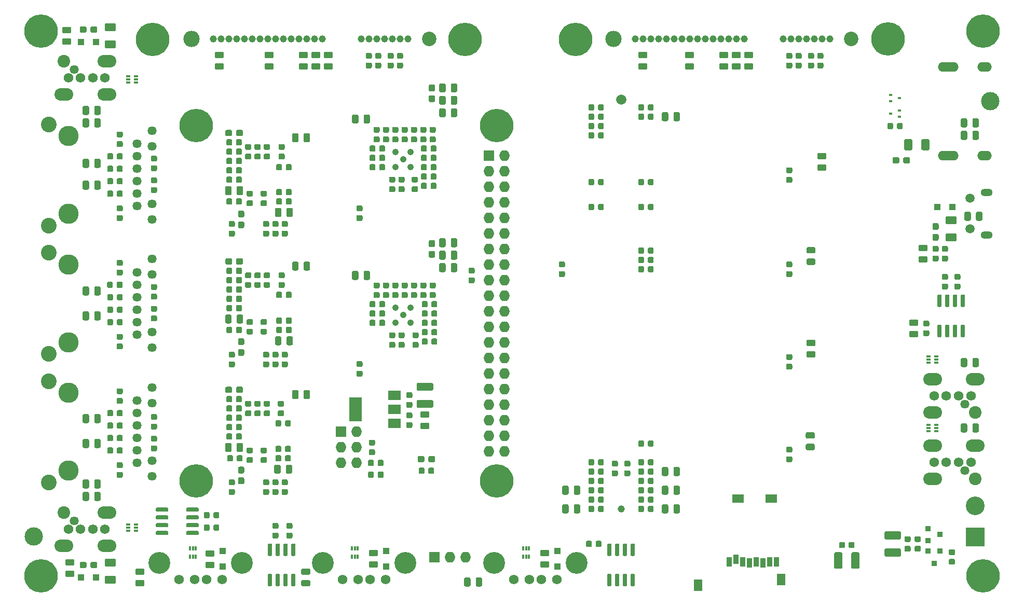
<source format=gbr>
%TF.GenerationSoftware,KiCad,Pcbnew,(5.1.5)-3*%
%TF.CreationDate,2020-11-13T11:58:22+01:00*%
%TF.ProjectId,RpiSecLab,52706953-6563-44c6-9162-2e6b69636164,rev?*%
%TF.SameCoordinates,Original*%
%TF.FileFunction,Soldermask,Bot*%
%TF.FilePolarity,Negative*%
%FSLAX46Y46*%
G04 Gerber Fmt 4.6, Leading zero omitted, Abs format (unit mm)*
G04 Created by KiCad (PCBNEW (5.1.5)-3) date 2020-11-13 11:58:22*
%MOMM*%
%LPD*%
G04 APERTURE LIST*
%ADD10C,3.000000*%
%ADD11C,2.360000*%
%ADD12C,2.660000*%
%ADD13C,1.160000*%
%ADD14C,0.100000*%
%ADD15C,0.860000*%
%ADD16C,5.460000*%
%ADD17C,1.660000*%
%ADD18R,1.060000X1.060000*%
%ADD19R,0.660000X0.310000*%
%ADD20R,0.310000X0.660000*%
%ADD21R,0.860000X0.960000*%
%ADD22C,1.060000*%
%ADD23R,2.060000X3.860000*%
%ADD24R,2.060000X1.560000*%
%ADD25R,1.760000X1.760000*%
%ADD26O,1.760000X1.760000*%
%ADD27R,0.860000X1.560000*%
%ADD28R,1.460000X1.960000*%
%ADD29R,1.860000X1.460000*%
%ADD30O,2.360000X1.560000*%
%ADD31O,3.360000X1.560000*%
%ADD32C,1.510000*%
%ADD33O,1.960000X1.260000*%
%ADD34C,1.460000*%
%ADD35C,2.560000*%
%ADD36C,3.310000*%
%ADD37C,1.560000*%
%ADD38C,2.060000*%
%ADD39O,3.060000X2.060000*%
%ADD40C,3.560000*%
%ADD41R,3.060000X3.060000*%
%ADD42C,3.060000*%
%ADD43R,0.610000X0.460000*%
%ADD44R,0.960000X0.860000*%
G04 APERTURE END LIST*
D10*
X26140000Y-137060000D03*
X182140000Y-66060000D03*
D11*
X90612000Y-55880000D03*
D12*
X51882000Y-55880000D03*
D13*
X87122000Y-55880000D03*
X85852000Y-55880000D03*
X84582000Y-55880000D03*
X83312000Y-55880000D03*
X82042000Y-55880000D03*
X80772000Y-55880000D03*
X79502000Y-55880000D03*
X73152000Y-55880000D03*
X71882000Y-55880000D03*
X70612000Y-55880000D03*
X69342000Y-55880000D03*
X68072000Y-55880000D03*
X66802000Y-55880000D03*
X65532000Y-55880000D03*
X64262000Y-55880000D03*
X62992000Y-55880000D03*
X61722000Y-55880000D03*
X60452000Y-55880000D03*
X59182000Y-55880000D03*
X57912000Y-55880000D03*
X56642000Y-55880000D03*
X55372000Y-55880000D03*
D14*
G36*
X40414162Y-78617126D02*
G01*
X40436852Y-78620491D01*
X40459104Y-78626065D01*
X40480702Y-78633793D01*
X40501439Y-78643601D01*
X40521115Y-78655394D01*
X40539539Y-78669059D01*
X40556536Y-78684464D01*
X40571941Y-78701461D01*
X40585606Y-78719885D01*
X40597399Y-78739561D01*
X40607207Y-78760298D01*
X40614935Y-78781896D01*
X40620509Y-78804148D01*
X40623874Y-78826838D01*
X40625000Y-78849750D01*
X40625000Y-79392250D01*
X40623874Y-79415162D01*
X40620509Y-79437852D01*
X40614935Y-79460104D01*
X40607207Y-79481702D01*
X40597399Y-79502439D01*
X40585606Y-79522115D01*
X40571941Y-79540539D01*
X40556536Y-79557536D01*
X40539539Y-79572941D01*
X40521115Y-79586606D01*
X40501439Y-79598399D01*
X40480702Y-79608207D01*
X40459104Y-79615935D01*
X40436852Y-79621509D01*
X40414162Y-79624874D01*
X40391250Y-79626000D01*
X39923750Y-79626000D01*
X39900838Y-79624874D01*
X39878148Y-79621509D01*
X39855896Y-79615935D01*
X39834298Y-79608207D01*
X39813561Y-79598399D01*
X39793885Y-79586606D01*
X39775461Y-79572941D01*
X39758464Y-79557536D01*
X39743059Y-79540539D01*
X39729394Y-79522115D01*
X39717601Y-79502439D01*
X39707793Y-79481702D01*
X39700065Y-79460104D01*
X39694491Y-79437852D01*
X39691126Y-79415162D01*
X39690000Y-79392250D01*
X39690000Y-78849750D01*
X39691126Y-78826838D01*
X39694491Y-78804148D01*
X39700065Y-78781896D01*
X39707793Y-78760298D01*
X39717601Y-78739561D01*
X39729394Y-78719885D01*
X39743059Y-78701461D01*
X39758464Y-78684464D01*
X39775461Y-78669059D01*
X39793885Y-78655394D01*
X39813561Y-78643601D01*
X39834298Y-78633793D01*
X39855896Y-78626065D01*
X39878148Y-78620491D01*
X39900838Y-78617126D01*
X39923750Y-78616000D01*
X40391250Y-78616000D01*
X40414162Y-78617126D01*
G37*
G36*
X38839162Y-78617126D02*
G01*
X38861852Y-78620491D01*
X38884104Y-78626065D01*
X38905702Y-78633793D01*
X38926439Y-78643601D01*
X38946115Y-78655394D01*
X38964539Y-78669059D01*
X38981536Y-78684464D01*
X38996941Y-78701461D01*
X39010606Y-78719885D01*
X39022399Y-78739561D01*
X39032207Y-78760298D01*
X39039935Y-78781896D01*
X39045509Y-78804148D01*
X39048874Y-78826838D01*
X39050000Y-78849750D01*
X39050000Y-79392250D01*
X39048874Y-79415162D01*
X39045509Y-79437852D01*
X39039935Y-79460104D01*
X39032207Y-79481702D01*
X39022399Y-79502439D01*
X39010606Y-79522115D01*
X38996941Y-79540539D01*
X38981536Y-79557536D01*
X38964539Y-79572941D01*
X38946115Y-79586606D01*
X38926439Y-79598399D01*
X38905702Y-79608207D01*
X38884104Y-79615935D01*
X38861852Y-79621509D01*
X38839162Y-79624874D01*
X38816250Y-79626000D01*
X38348750Y-79626000D01*
X38325838Y-79624874D01*
X38303148Y-79621509D01*
X38280896Y-79615935D01*
X38259298Y-79608207D01*
X38238561Y-79598399D01*
X38218885Y-79586606D01*
X38200461Y-79572941D01*
X38183464Y-79557536D01*
X38168059Y-79540539D01*
X38154394Y-79522115D01*
X38142601Y-79502439D01*
X38132793Y-79481702D01*
X38125065Y-79460104D01*
X38119491Y-79437852D01*
X38116126Y-79415162D01*
X38115000Y-79392250D01*
X38115000Y-78849750D01*
X38116126Y-78826838D01*
X38119491Y-78804148D01*
X38125065Y-78781896D01*
X38132793Y-78760298D01*
X38142601Y-78739561D01*
X38154394Y-78719885D01*
X38168059Y-78701461D01*
X38183464Y-78684464D01*
X38200461Y-78669059D01*
X38218885Y-78655394D01*
X38238561Y-78643601D01*
X38259298Y-78633793D01*
X38280896Y-78626065D01*
X38303148Y-78620491D01*
X38325838Y-78617126D01*
X38348750Y-78616000D01*
X38816250Y-78616000D01*
X38839162Y-78617126D01*
G37*
G36*
X40388662Y-95508126D02*
G01*
X40411352Y-95511491D01*
X40433604Y-95517065D01*
X40455202Y-95524793D01*
X40475939Y-95534601D01*
X40495615Y-95546394D01*
X40514039Y-95560059D01*
X40531036Y-95575464D01*
X40546441Y-95592461D01*
X40560106Y-95610885D01*
X40571899Y-95630561D01*
X40581707Y-95651298D01*
X40589435Y-95672896D01*
X40595009Y-95695148D01*
X40598374Y-95717838D01*
X40599500Y-95740750D01*
X40599500Y-96283250D01*
X40598374Y-96306162D01*
X40595009Y-96328852D01*
X40589435Y-96351104D01*
X40581707Y-96372702D01*
X40571899Y-96393439D01*
X40560106Y-96413115D01*
X40546441Y-96431539D01*
X40531036Y-96448536D01*
X40514039Y-96463941D01*
X40495615Y-96477606D01*
X40475939Y-96489399D01*
X40455202Y-96499207D01*
X40433604Y-96506935D01*
X40411352Y-96512509D01*
X40388662Y-96515874D01*
X40365750Y-96517000D01*
X39898250Y-96517000D01*
X39875338Y-96515874D01*
X39852648Y-96512509D01*
X39830396Y-96506935D01*
X39808798Y-96499207D01*
X39788061Y-96489399D01*
X39768385Y-96477606D01*
X39749961Y-96463941D01*
X39732964Y-96448536D01*
X39717559Y-96431539D01*
X39703894Y-96413115D01*
X39692101Y-96393439D01*
X39682293Y-96372702D01*
X39674565Y-96351104D01*
X39668991Y-96328852D01*
X39665626Y-96306162D01*
X39664500Y-96283250D01*
X39664500Y-95740750D01*
X39665626Y-95717838D01*
X39668991Y-95695148D01*
X39674565Y-95672896D01*
X39682293Y-95651298D01*
X39692101Y-95630561D01*
X39703894Y-95610885D01*
X39717559Y-95592461D01*
X39732964Y-95575464D01*
X39749961Y-95560059D01*
X39768385Y-95546394D01*
X39788061Y-95534601D01*
X39808798Y-95524793D01*
X39830396Y-95517065D01*
X39852648Y-95511491D01*
X39875338Y-95508126D01*
X39898250Y-95507000D01*
X40365750Y-95507000D01*
X40388662Y-95508126D01*
G37*
G36*
X38813662Y-95508126D02*
G01*
X38836352Y-95511491D01*
X38858604Y-95517065D01*
X38880202Y-95524793D01*
X38900939Y-95534601D01*
X38920615Y-95546394D01*
X38939039Y-95560059D01*
X38956036Y-95575464D01*
X38971441Y-95592461D01*
X38985106Y-95610885D01*
X38996899Y-95630561D01*
X39006707Y-95651298D01*
X39014435Y-95672896D01*
X39020009Y-95695148D01*
X39023374Y-95717838D01*
X39024500Y-95740750D01*
X39024500Y-96283250D01*
X39023374Y-96306162D01*
X39020009Y-96328852D01*
X39014435Y-96351104D01*
X39006707Y-96372702D01*
X38996899Y-96393439D01*
X38985106Y-96413115D01*
X38971441Y-96431539D01*
X38956036Y-96448536D01*
X38939039Y-96463941D01*
X38920615Y-96477606D01*
X38900939Y-96489399D01*
X38880202Y-96499207D01*
X38858604Y-96506935D01*
X38836352Y-96512509D01*
X38813662Y-96515874D01*
X38790750Y-96517000D01*
X38323250Y-96517000D01*
X38300338Y-96515874D01*
X38277648Y-96512509D01*
X38255396Y-96506935D01*
X38233798Y-96499207D01*
X38213061Y-96489399D01*
X38193385Y-96477606D01*
X38174961Y-96463941D01*
X38157964Y-96448536D01*
X38142559Y-96431539D01*
X38128894Y-96413115D01*
X38117101Y-96393439D01*
X38107293Y-96372702D01*
X38099565Y-96351104D01*
X38093991Y-96328852D01*
X38090626Y-96306162D01*
X38089500Y-96283250D01*
X38089500Y-95740750D01*
X38090626Y-95717838D01*
X38093991Y-95695148D01*
X38099565Y-95672896D01*
X38107293Y-95651298D01*
X38117101Y-95630561D01*
X38128894Y-95610885D01*
X38142559Y-95592461D01*
X38157964Y-95575464D01*
X38174961Y-95560059D01*
X38193385Y-95546394D01*
X38213061Y-95534601D01*
X38233798Y-95524793D01*
X38255396Y-95517065D01*
X38277648Y-95511491D01*
X38300338Y-95508126D01*
X38323250Y-95507000D01*
X38790750Y-95507000D01*
X38813662Y-95508126D01*
G37*
G36*
X40414162Y-99572126D02*
G01*
X40436852Y-99575491D01*
X40459104Y-99581065D01*
X40480702Y-99588793D01*
X40501439Y-99598601D01*
X40521115Y-99610394D01*
X40539539Y-99624059D01*
X40556536Y-99639464D01*
X40571941Y-99656461D01*
X40585606Y-99674885D01*
X40597399Y-99694561D01*
X40607207Y-99715298D01*
X40614935Y-99736896D01*
X40620509Y-99759148D01*
X40623874Y-99781838D01*
X40625000Y-99804750D01*
X40625000Y-100347250D01*
X40623874Y-100370162D01*
X40620509Y-100392852D01*
X40614935Y-100415104D01*
X40607207Y-100436702D01*
X40597399Y-100457439D01*
X40585606Y-100477115D01*
X40571941Y-100495539D01*
X40556536Y-100512536D01*
X40539539Y-100527941D01*
X40521115Y-100541606D01*
X40501439Y-100553399D01*
X40480702Y-100563207D01*
X40459104Y-100570935D01*
X40436852Y-100576509D01*
X40414162Y-100579874D01*
X40391250Y-100581000D01*
X39923750Y-100581000D01*
X39900838Y-100579874D01*
X39878148Y-100576509D01*
X39855896Y-100570935D01*
X39834298Y-100563207D01*
X39813561Y-100553399D01*
X39793885Y-100541606D01*
X39775461Y-100527941D01*
X39758464Y-100512536D01*
X39743059Y-100495539D01*
X39729394Y-100477115D01*
X39717601Y-100457439D01*
X39707793Y-100436702D01*
X39700065Y-100415104D01*
X39694491Y-100392852D01*
X39691126Y-100370162D01*
X39690000Y-100347250D01*
X39690000Y-99804750D01*
X39691126Y-99781838D01*
X39694491Y-99759148D01*
X39700065Y-99736896D01*
X39707793Y-99715298D01*
X39717601Y-99694561D01*
X39729394Y-99674885D01*
X39743059Y-99656461D01*
X39758464Y-99639464D01*
X39775461Y-99624059D01*
X39793885Y-99610394D01*
X39813561Y-99598601D01*
X39834298Y-99588793D01*
X39855896Y-99581065D01*
X39878148Y-99575491D01*
X39900838Y-99572126D01*
X39923750Y-99571000D01*
X40391250Y-99571000D01*
X40414162Y-99572126D01*
G37*
G36*
X38839162Y-99572126D02*
G01*
X38861852Y-99575491D01*
X38884104Y-99581065D01*
X38905702Y-99588793D01*
X38926439Y-99598601D01*
X38946115Y-99610394D01*
X38964539Y-99624059D01*
X38981536Y-99639464D01*
X38996941Y-99656461D01*
X39010606Y-99674885D01*
X39022399Y-99694561D01*
X39032207Y-99715298D01*
X39039935Y-99736896D01*
X39045509Y-99759148D01*
X39048874Y-99781838D01*
X39050000Y-99804750D01*
X39050000Y-100347250D01*
X39048874Y-100370162D01*
X39045509Y-100392852D01*
X39039935Y-100415104D01*
X39032207Y-100436702D01*
X39022399Y-100457439D01*
X39010606Y-100477115D01*
X38996941Y-100495539D01*
X38981536Y-100512536D01*
X38964539Y-100527941D01*
X38946115Y-100541606D01*
X38926439Y-100553399D01*
X38905702Y-100563207D01*
X38884104Y-100570935D01*
X38861852Y-100576509D01*
X38839162Y-100579874D01*
X38816250Y-100581000D01*
X38348750Y-100581000D01*
X38325838Y-100579874D01*
X38303148Y-100576509D01*
X38280896Y-100570935D01*
X38259298Y-100563207D01*
X38238561Y-100553399D01*
X38218885Y-100541606D01*
X38200461Y-100527941D01*
X38183464Y-100512536D01*
X38168059Y-100495539D01*
X38154394Y-100477115D01*
X38142601Y-100457439D01*
X38132793Y-100436702D01*
X38125065Y-100415104D01*
X38119491Y-100392852D01*
X38116126Y-100370162D01*
X38115000Y-100347250D01*
X38115000Y-99804750D01*
X38116126Y-99781838D01*
X38119491Y-99759148D01*
X38125065Y-99736896D01*
X38132793Y-99715298D01*
X38142601Y-99694561D01*
X38154394Y-99674885D01*
X38168059Y-99656461D01*
X38183464Y-99639464D01*
X38200461Y-99624059D01*
X38218885Y-99610394D01*
X38238561Y-99598601D01*
X38259298Y-99588793D01*
X38280896Y-99581065D01*
X38303148Y-99575491D01*
X38325838Y-99572126D01*
X38348750Y-99571000D01*
X38816250Y-99571000D01*
X38839162Y-99572126D01*
G37*
G36*
X40414162Y-97540126D02*
G01*
X40436852Y-97543491D01*
X40459104Y-97549065D01*
X40480702Y-97556793D01*
X40501439Y-97566601D01*
X40521115Y-97578394D01*
X40539539Y-97592059D01*
X40556536Y-97607464D01*
X40571941Y-97624461D01*
X40585606Y-97642885D01*
X40597399Y-97662561D01*
X40607207Y-97683298D01*
X40614935Y-97704896D01*
X40620509Y-97727148D01*
X40623874Y-97749838D01*
X40625000Y-97772750D01*
X40625000Y-98315250D01*
X40623874Y-98338162D01*
X40620509Y-98360852D01*
X40614935Y-98383104D01*
X40607207Y-98404702D01*
X40597399Y-98425439D01*
X40585606Y-98445115D01*
X40571941Y-98463539D01*
X40556536Y-98480536D01*
X40539539Y-98495941D01*
X40521115Y-98509606D01*
X40501439Y-98521399D01*
X40480702Y-98531207D01*
X40459104Y-98538935D01*
X40436852Y-98544509D01*
X40414162Y-98547874D01*
X40391250Y-98549000D01*
X39923750Y-98549000D01*
X39900838Y-98547874D01*
X39878148Y-98544509D01*
X39855896Y-98538935D01*
X39834298Y-98531207D01*
X39813561Y-98521399D01*
X39793885Y-98509606D01*
X39775461Y-98495941D01*
X39758464Y-98480536D01*
X39743059Y-98463539D01*
X39729394Y-98445115D01*
X39717601Y-98425439D01*
X39707793Y-98404702D01*
X39700065Y-98383104D01*
X39694491Y-98360852D01*
X39691126Y-98338162D01*
X39690000Y-98315250D01*
X39690000Y-97772750D01*
X39691126Y-97749838D01*
X39694491Y-97727148D01*
X39700065Y-97704896D01*
X39707793Y-97683298D01*
X39717601Y-97662561D01*
X39729394Y-97642885D01*
X39743059Y-97624461D01*
X39758464Y-97607464D01*
X39775461Y-97592059D01*
X39793885Y-97578394D01*
X39813561Y-97566601D01*
X39834298Y-97556793D01*
X39855896Y-97549065D01*
X39878148Y-97543491D01*
X39900838Y-97540126D01*
X39923750Y-97539000D01*
X40391250Y-97539000D01*
X40414162Y-97540126D01*
G37*
G36*
X38839162Y-97540126D02*
G01*
X38861852Y-97543491D01*
X38884104Y-97549065D01*
X38905702Y-97556793D01*
X38926439Y-97566601D01*
X38946115Y-97578394D01*
X38964539Y-97592059D01*
X38981536Y-97607464D01*
X38996941Y-97624461D01*
X39010606Y-97642885D01*
X39022399Y-97662561D01*
X39032207Y-97683298D01*
X39039935Y-97704896D01*
X39045509Y-97727148D01*
X39048874Y-97749838D01*
X39050000Y-97772750D01*
X39050000Y-98315250D01*
X39048874Y-98338162D01*
X39045509Y-98360852D01*
X39039935Y-98383104D01*
X39032207Y-98404702D01*
X39022399Y-98425439D01*
X39010606Y-98445115D01*
X38996941Y-98463539D01*
X38981536Y-98480536D01*
X38964539Y-98495941D01*
X38946115Y-98509606D01*
X38926439Y-98521399D01*
X38905702Y-98531207D01*
X38884104Y-98538935D01*
X38861852Y-98544509D01*
X38839162Y-98547874D01*
X38816250Y-98549000D01*
X38348750Y-98549000D01*
X38325838Y-98547874D01*
X38303148Y-98544509D01*
X38280896Y-98538935D01*
X38259298Y-98531207D01*
X38238561Y-98521399D01*
X38218885Y-98509606D01*
X38200461Y-98495941D01*
X38183464Y-98480536D01*
X38168059Y-98463539D01*
X38154394Y-98445115D01*
X38142601Y-98425439D01*
X38132793Y-98404702D01*
X38125065Y-98383104D01*
X38119491Y-98360852D01*
X38116126Y-98338162D01*
X38115000Y-98315250D01*
X38115000Y-97772750D01*
X38116126Y-97749838D01*
X38119491Y-97727148D01*
X38125065Y-97704896D01*
X38132793Y-97683298D01*
X38142601Y-97662561D01*
X38154394Y-97642885D01*
X38168059Y-97624461D01*
X38183464Y-97607464D01*
X38200461Y-97592059D01*
X38218885Y-97578394D01*
X38238561Y-97566601D01*
X38259298Y-97556793D01*
X38280896Y-97549065D01*
X38303148Y-97543491D01*
X38325838Y-97540126D01*
X38348750Y-97539000D01*
X38816250Y-97539000D01*
X38839162Y-97540126D01*
G37*
G36*
X40414162Y-101604126D02*
G01*
X40436852Y-101607491D01*
X40459104Y-101613065D01*
X40480702Y-101620793D01*
X40501439Y-101630601D01*
X40521115Y-101642394D01*
X40539539Y-101656059D01*
X40556536Y-101671464D01*
X40571941Y-101688461D01*
X40585606Y-101706885D01*
X40597399Y-101726561D01*
X40607207Y-101747298D01*
X40614935Y-101768896D01*
X40620509Y-101791148D01*
X40623874Y-101813838D01*
X40625000Y-101836750D01*
X40625000Y-102379250D01*
X40623874Y-102402162D01*
X40620509Y-102424852D01*
X40614935Y-102447104D01*
X40607207Y-102468702D01*
X40597399Y-102489439D01*
X40585606Y-102509115D01*
X40571941Y-102527539D01*
X40556536Y-102544536D01*
X40539539Y-102559941D01*
X40521115Y-102573606D01*
X40501439Y-102585399D01*
X40480702Y-102595207D01*
X40459104Y-102602935D01*
X40436852Y-102608509D01*
X40414162Y-102611874D01*
X40391250Y-102613000D01*
X39923750Y-102613000D01*
X39900838Y-102611874D01*
X39878148Y-102608509D01*
X39855896Y-102602935D01*
X39834298Y-102595207D01*
X39813561Y-102585399D01*
X39793885Y-102573606D01*
X39775461Y-102559941D01*
X39758464Y-102544536D01*
X39743059Y-102527539D01*
X39729394Y-102509115D01*
X39717601Y-102489439D01*
X39707793Y-102468702D01*
X39700065Y-102447104D01*
X39694491Y-102424852D01*
X39691126Y-102402162D01*
X39690000Y-102379250D01*
X39690000Y-101836750D01*
X39691126Y-101813838D01*
X39694491Y-101791148D01*
X39700065Y-101768896D01*
X39707793Y-101747298D01*
X39717601Y-101726561D01*
X39729394Y-101706885D01*
X39743059Y-101688461D01*
X39758464Y-101671464D01*
X39775461Y-101656059D01*
X39793885Y-101642394D01*
X39813561Y-101630601D01*
X39834298Y-101620793D01*
X39855896Y-101613065D01*
X39878148Y-101607491D01*
X39900838Y-101604126D01*
X39923750Y-101603000D01*
X40391250Y-101603000D01*
X40414162Y-101604126D01*
G37*
G36*
X38839162Y-101604126D02*
G01*
X38861852Y-101607491D01*
X38884104Y-101613065D01*
X38905702Y-101620793D01*
X38926439Y-101630601D01*
X38946115Y-101642394D01*
X38964539Y-101656059D01*
X38981536Y-101671464D01*
X38996941Y-101688461D01*
X39010606Y-101706885D01*
X39022399Y-101726561D01*
X39032207Y-101747298D01*
X39039935Y-101768896D01*
X39045509Y-101791148D01*
X39048874Y-101813838D01*
X39050000Y-101836750D01*
X39050000Y-102379250D01*
X39048874Y-102402162D01*
X39045509Y-102424852D01*
X39039935Y-102447104D01*
X39032207Y-102468702D01*
X39022399Y-102489439D01*
X39010606Y-102509115D01*
X38996941Y-102527539D01*
X38981536Y-102544536D01*
X38964539Y-102559941D01*
X38946115Y-102573606D01*
X38926439Y-102585399D01*
X38905702Y-102595207D01*
X38884104Y-102602935D01*
X38861852Y-102608509D01*
X38839162Y-102611874D01*
X38816250Y-102613000D01*
X38348750Y-102613000D01*
X38325838Y-102611874D01*
X38303148Y-102608509D01*
X38280896Y-102602935D01*
X38259298Y-102595207D01*
X38238561Y-102585399D01*
X38218885Y-102573606D01*
X38200461Y-102559941D01*
X38183464Y-102544536D01*
X38168059Y-102527539D01*
X38154394Y-102509115D01*
X38142601Y-102489439D01*
X38132793Y-102468702D01*
X38125065Y-102447104D01*
X38119491Y-102424852D01*
X38116126Y-102402162D01*
X38115000Y-102379250D01*
X38115000Y-101836750D01*
X38116126Y-101813838D01*
X38119491Y-101791148D01*
X38125065Y-101768896D01*
X38132793Y-101747298D01*
X38142601Y-101726561D01*
X38154394Y-101706885D01*
X38168059Y-101688461D01*
X38183464Y-101671464D01*
X38200461Y-101656059D01*
X38218885Y-101642394D01*
X38238561Y-101630601D01*
X38259298Y-101620793D01*
X38280896Y-101613065D01*
X38303148Y-101607491D01*
X38325838Y-101604126D01*
X38348750Y-101603000D01*
X38816250Y-101603000D01*
X38839162Y-101604126D01*
G37*
G36*
X40414162Y-116463126D02*
G01*
X40436852Y-116466491D01*
X40459104Y-116472065D01*
X40480702Y-116479793D01*
X40501439Y-116489601D01*
X40521115Y-116501394D01*
X40539539Y-116515059D01*
X40556536Y-116530464D01*
X40571941Y-116547461D01*
X40585606Y-116565885D01*
X40597399Y-116585561D01*
X40607207Y-116606298D01*
X40614935Y-116627896D01*
X40620509Y-116650148D01*
X40623874Y-116672838D01*
X40625000Y-116695750D01*
X40625000Y-117238250D01*
X40623874Y-117261162D01*
X40620509Y-117283852D01*
X40614935Y-117306104D01*
X40607207Y-117327702D01*
X40597399Y-117348439D01*
X40585606Y-117368115D01*
X40571941Y-117386539D01*
X40556536Y-117403536D01*
X40539539Y-117418941D01*
X40521115Y-117432606D01*
X40501439Y-117444399D01*
X40480702Y-117454207D01*
X40459104Y-117461935D01*
X40436852Y-117467509D01*
X40414162Y-117470874D01*
X40391250Y-117472000D01*
X39923750Y-117472000D01*
X39900838Y-117470874D01*
X39878148Y-117467509D01*
X39855896Y-117461935D01*
X39834298Y-117454207D01*
X39813561Y-117444399D01*
X39793885Y-117432606D01*
X39775461Y-117418941D01*
X39758464Y-117403536D01*
X39743059Y-117386539D01*
X39729394Y-117368115D01*
X39717601Y-117348439D01*
X39707793Y-117327702D01*
X39700065Y-117306104D01*
X39694491Y-117283852D01*
X39691126Y-117261162D01*
X39690000Y-117238250D01*
X39690000Y-116695750D01*
X39691126Y-116672838D01*
X39694491Y-116650148D01*
X39700065Y-116627896D01*
X39707793Y-116606298D01*
X39717601Y-116585561D01*
X39729394Y-116565885D01*
X39743059Y-116547461D01*
X39758464Y-116530464D01*
X39775461Y-116515059D01*
X39793885Y-116501394D01*
X39813561Y-116489601D01*
X39834298Y-116479793D01*
X39855896Y-116472065D01*
X39878148Y-116466491D01*
X39900838Y-116463126D01*
X39923750Y-116462000D01*
X40391250Y-116462000D01*
X40414162Y-116463126D01*
G37*
G36*
X38839162Y-116463126D02*
G01*
X38861852Y-116466491D01*
X38884104Y-116472065D01*
X38905702Y-116479793D01*
X38926439Y-116489601D01*
X38946115Y-116501394D01*
X38964539Y-116515059D01*
X38981536Y-116530464D01*
X38996941Y-116547461D01*
X39010606Y-116565885D01*
X39022399Y-116585561D01*
X39032207Y-116606298D01*
X39039935Y-116627896D01*
X39045509Y-116650148D01*
X39048874Y-116672838D01*
X39050000Y-116695750D01*
X39050000Y-117238250D01*
X39048874Y-117261162D01*
X39045509Y-117283852D01*
X39039935Y-117306104D01*
X39032207Y-117327702D01*
X39022399Y-117348439D01*
X39010606Y-117368115D01*
X38996941Y-117386539D01*
X38981536Y-117403536D01*
X38964539Y-117418941D01*
X38946115Y-117432606D01*
X38926439Y-117444399D01*
X38905702Y-117454207D01*
X38884104Y-117461935D01*
X38861852Y-117467509D01*
X38839162Y-117470874D01*
X38816250Y-117472000D01*
X38348750Y-117472000D01*
X38325838Y-117470874D01*
X38303148Y-117467509D01*
X38280896Y-117461935D01*
X38259298Y-117454207D01*
X38238561Y-117444399D01*
X38218885Y-117432606D01*
X38200461Y-117418941D01*
X38183464Y-117403536D01*
X38168059Y-117386539D01*
X38154394Y-117368115D01*
X38142601Y-117348439D01*
X38132793Y-117327702D01*
X38125065Y-117306104D01*
X38119491Y-117283852D01*
X38116126Y-117261162D01*
X38115000Y-117238250D01*
X38115000Y-116695750D01*
X38116126Y-116672838D01*
X38119491Y-116650148D01*
X38125065Y-116627896D01*
X38132793Y-116606298D01*
X38142601Y-116585561D01*
X38154394Y-116565885D01*
X38168059Y-116547461D01*
X38183464Y-116530464D01*
X38200461Y-116515059D01*
X38218885Y-116501394D01*
X38238561Y-116489601D01*
X38259298Y-116479793D01*
X38280896Y-116472065D01*
X38303148Y-116466491D01*
X38325838Y-116463126D01*
X38348750Y-116462000D01*
X38816250Y-116462000D01*
X38839162Y-116463126D01*
G37*
G36*
X40414162Y-120527126D02*
G01*
X40436852Y-120530491D01*
X40459104Y-120536065D01*
X40480702Y-120543793D01*
X40501439Y-120553601D01*
X40521115Y-120565394D01*
X40539539Y-120579059D01*
X40556536Y-120594464D01*
X40571941Y-120611461D01*
X40585606Y-120629885D01*
X40597399Y-120649561D01*
X40607207Y-120670298D01*
X40614935Y-120691896D01*
X40620509Y-120714148D01*
X40623874Y-120736838D01*
X40625000Y-120759750D01*
X40625000Y-121302250D01*
X40623874Y-121325162D01*
X40620509Y-121347852D01*
X40614935Y-121370104D01*
X40607207Y-121391702D01*
X40597399Y-121412439D01*
X40585606Y-121432115D01*
X40571941Y-121450539D01*
X40556536Y-121467536D01*
X40539539Y-121482941D01*
X40521115Y-121496606D01*
X40501439Y-121508399D01*
X40480702Y-121518207D01*
X40459104Y-121525935D01*
X40436852Y-121531509D01*
X40414162Y-121534874D01*
X40391250Y-121536000D01*
X39923750Y-121536000D01*
X39900838Y-121534874D01*
X39878148Y-121531509D01*
X39855896Y-121525935D01*
X39834298Y-121518207D01*
X39813561Y-121508399D01*
X39793885Y-121496606D01*
X39775461Y-121482941D01*
X39758464Y-121467536D01*
X39743059Y-121450539D01*
X39729394Y-121432115D01*
X39717601Y-121412439D01*
X39707793Y-121391702D01*
X39700065Y-121370104D01*
X39694491Y-121347852D01*
X39691126Y-121325162D01*
X39690000Y-121302250D01*
X39690000Y-120759750D01*
X39691126Y-120736838D01*
X39694491Y-120714148D01*
X39700065Y-120691896D01*
X39707793Y-120670298D01*
X39717601Y-120649561D01*
X39729394Y-120629885D01*
X39743059Y-120611461D01*
X39758464Y-120594464D01*
X39775461Y-120579059D01*
X39793885Y-120565394D01*
X39813561Y-120553601D01*
X39834298Y-120543793D01*
X39855896Y-120536065D01*
X39878148Y-120530491D01*
X39900838Y-120527126D01*
X39923750Y-120526000D01*
X40391250Y-120526000D01*
X40414162Y-120527126D01*
G37*
G36*
X38839162Y-120527126D02*
G01*
X38861852Y-120530491D01*
X38884104Y-120536065D01*
X38905702Y-120543793D01*
X38926439Y-120553601D01*
X38946115Y-120565394D01*
X38964539Y-120579059D01*
X38981536Y-120594464D01*
X38996941Y-120611461D01*
X39010606Y-120629885D01*
X39022399Y-120649561D01*
X39032207Y-120670298D01*
X39039935Y-120691896D01*
X39045509Y-120714148D01*
X39048874Y-120736838D01*
X39050000Y-120759750D01*
X39050000Y-121302250D01*
X39048874Y-121325162D01*
X39045509Y-121347852D01*
X39039935Y-121370104D01*
X39032207Y-121391702D01*
X39022399Y-121412439D01*
X39010606Y-121432115D01*
X38996941Y-121450539D01*
X38981536Y-121467536D01*
X38964539Y-121482941D01*
X38946115Y-121496606D01*
X38926439Y-121508399D01*
X38905702Y-121518207D01*
X38884104Y-121525935D01*
X38861852Y-121531509D01*
X38839162Y-121534874D01*
X38816250Y-121536000D01*
X38348750Y-121536000D01*
X38325838Y-121534874D01*
X38303148Y-121531509D01*
X38280896Y-121525935D01*
X38259298Y-121518207D01*
X38238561Y-121508399D01*
X38218885Y-121496606D01*
X38200461Y-121482941D01*
X38183464Y-121467536D01*
X38168059Y-121450539D01*
X38154394Y-121432115D01*
X38142601Y-121412439D01*
X38132793Y-121391702D01*
X38125065Y-121370104D01*
X38119491Y-121347852D01*
X38116126Y-121325162D01*
X38115000Y-121302250D01*
X38115000Y-120759750D01*
X38116126Y-120736838D01*
X38119491Y-120714148D01*
X38125065Y-120691896D01*
X38132793Y-120670298D01*
X38142601Y-120649561D01*
X38154394Y-120629885D01*
X38168059Y-120611461D01*
X38183464Y-120594464D01*
X38200461Y-120579059D01*
X38218885Y-120565394D01*
X38238561Y-120553601D01*
X38259298Y-120543793D01*
X38280896Y-120536065D01*
X38303148Y-120530491D01*
X38325838Y-120527126D01*
X38348750Y-120526000D01*
X38816250Y-120526000D01*
X38839162Y-120527126D01*
G37*
G36*
X40414162Y-118495126D02*
G01*
X40436852Y-118498491D01*
X40459104Y-118504065D01*
X40480702Y-118511793D01*
X40501439Y-118521601D01*
X40521115Y-118533394D01*
X40539539Y-118547059D01*
X40556536Y-118562464D01*
X40571941Y-118579461D01*
X40585606Y-118597885D01*
X40597399Y-118617561D01*
X40607207Y-118638298D01*
X40614935Y-118659896D01*
X40620509Y-118682148D01*
X40623874Y-118704838D01*
X40625000Y-118727750D01*
X40625000Y-119270250D01*
X40623874Y-119293162D01*
X40620509Y-119315852D01*
X40614935Y-119338104D01*
X40607207Y-119359702D01*
X40597399Y-119380439D01*
X40585606Y-119400115D01*
X40571941Y-119418539D01*
X40556536Y-119435536D01*
X40539539Y-119450941D01*
X40521115Y-119464606D01*
X40501439Y-119476399D01*
X40480702Y-119486207D01*
X40459104Y-119493935D01*
X40436852Y-119499509D01*
X40414162Y-119502874D01*
X40391250Y-119504000D01*
X39923750Y-119504000D01*
X39900838Y-119502874D01*
X39878148Y-119499509D01*
X39855896Y-119493935D01*
X39834298Y-119486207D01*
X39813561Y-119476399D01*
X39793885Y-119464606D01*
X39775461Y-119450941D01*
X39758464Y-119435536D01*
X39743059Y-119418539D01*
X39729394Y-119400115D01*
X39717601Y-119380439D01*
X39707793Y-119359702D01*
X39700065Y-119338104D01*
X39694491Y-119315852D01*
X39691126Y-119293162D01*
X39690000Y-119270250D01*
X39690000Y-118727750D01*
X39691126Y-118704838D01*
X39694491Y-118682148D01*
X39700065Y-118659896D01*
X39707793Y-118638298D01*
X39717601Y-118617561D01*
X39729394Y-118597885D01*
X39743059Y-118579461D01*
X39758464Y-118562464D01*
X39775461Y-118547059D01*
X39793885Y-118533394D01*
X39813561Y-118521601D01*
X39834298Y-118511793D01*
X39855896Y-118504065D01*
X39878148Y-118498491D01*
X39900838Y-118495126D01*
X39923750Y-118494000D01*
X40391250Y-118494000D01*
X40414162Y-118495126D01*
G37*
G36*
X38839162Y-118495126D02*
G01*
X38861852Y-118498491D01*
X38884104Y-118504065D01*
X38905702Y-118511793D01*
X38926439Y-118521601D01*
X38946115Y-118533394D01*
X38964539Y-118547059D01*
X38981536Y-118562464D01*
X38996941Y-118579461D01*
X39010606Y-118597885D01*
X39022399Y-118617561D01*
X39032207Y-118638298D01*
X39039935Y-118659896D01*
X39045509Y-118682148D01*
X39048874Y-118704838D01*
X39050000Y-118727750D01*
X39050000Y-119270250D01*
X39048874Y-119293162D01*
X39045509Y-119315852D01*
X39039935Y-119338104D01*
X39032207Y-119359702D01*
X39022399Y-119380439D01*
X39010606Y-119400115D01*
X38996941Y-119418539D01*
X38981536Y-119435536D01*
X38964539Y-119450941D01*
X38946115Y-119464606D01*
X38926439Y-119476399D01*
X38905702Y-119486207D01*
X38884104Y-119493935D01*
X38861852Y-119499509D01*
X38839162Y-119502874D01*
X38816250Y-119504000D01*
X38348750Y-119504000D01*
X38325838Y-119502874D01*
X38303148Y-119499509D01*
X38280896Y-119493935D01*
X38259298Y-119486207D01*
X38238561Y-119476399D01*
X38218885Y-119464606D01*
X38200461Y-119450941D01*
X38183464Y-119435536D01*
X38168059Y-119418539D01*
X38154394Y-119400115D01*
X38142601Y-119380439D01*
X38132793Y-119359702D01*
X38125065Y-119338104D01*
X38119491Y-119315852D01*
X38116126Y-119293162D01*
X38115000Y-119270250D01*
X38115000Y-118727750D01*
X38116126Y-118704838D01*
X38119491Y-118682148D01*
X38125065Y-118659896D01*
X38132793Y-118638298D01*
X38142601Y-118617561D01*
X38154394Y-118597885D01*
X38168059Y-118579461D01*
X38183464Y-118562464D01*
X38200461Y-118547059D01*
X38218885Y-118533394D01*
X38238561Y-118521601D01*
X38259298Y-118511793D01*
X38280896Y-118504065D01*
X38303148Y-118498491D01*
X38325838Y-118495126D01*
X38348750Y-118494000D01*
X38816250Y-118494000D01*
X38839162Y-118495126D01*
G37*
G36*
X40414162Y-122559126D02*
G01*
X40436852Y-122562491D01*
X40459104Y-122568065D01*
X40480702Y-122575793D01*
X40501439Y-122585601D01*
X40521115Y-122597394D01*
X40539539Y-122611059D01*
X40556536Y-122626464D01*
X40571941Y-122643461D01*
X40585606Y-122661885D01*
X40597399Y-122681561D01*
X40607207Y-122702298D01*
X40614935Y-122723896D01*
X40620509Y-122746148D01*
X40623874Y-122768838D01*
X40625000Y-122791750D01*
X40625000Y-123334250D01*
X40623874Y-123357162D01*
X40620509Y-123379852D01*
X40614935Y-123402104D01*
X40607207Y-123423702D01*
X40597399Y-123444439D01*
X40585606Y-123464115D01*
X40571941Y-123482539D01*
X40556536Y-123499536D01*
X40539539Y-123514941D01*
X40521115Y-123528606D01*
X40501439Y-123540399D01*
X40480702Y-123550207D01*
X40459104Y-123557935D01*
X40436852Y-123563509D01*
X40414162Y-123566874D01*
X40391250Y-123568000D01*
X39923750Y-123568000D01*
X39900838Y-123566874D01*
X39878148Y-123563509D01*
X39855896Y-123557935D01*
X39834298Y-123550207D01*
X39813561Y-123540399D01*
X39793885Y-123528606D01*
X39775461Y-123514941D01*
X39758464Y-123499536D01*
X39743059Y-123482539D01*
X39729394Y-123464115D01*
X39717601Y-123444439D01*
X39707793Y-123423702D01*
X39700065Y-123402104D01*
X39694491Y-123379852D01*
X39691126Y-123357162D01*
X39690000Y-123334250D01*
X39690000Y-122791750D01*
X39691126Y-122768838D01*
X39694491Y-122746148D01*
X39700065Y-122723896D01*
X39707793Y-122702298D01*
X39717601Y-122681561D01*
X39729394Y-122661885D01*
X39743059Y-122643461D01*
X39758464Y-122626464D01*
X39775461Y-122611059D01*
X39793885Y-122597394D01*
X39813561Y-122585601D01*
X39834298Y-122575793D01*
X39855896Y-122568065D01*
X39878148Y-122562491D01*
X39900838Y-122559126D01*
X39923750Y-122558000D01*
X40391250Y-122558000D01*
X40414162Y-122559126D01*
G37*
G36*
X38839162Y-122559126D02*
G01*
X38861852Y-122562491D01*
X38884104Y-122568065D01*
X38905702Y-122575793D01*
X38926439Y-122585601D01*
X38946115Y-122597394D01*
X38964539Y-122611059D01*
X38981536Y-122626464D01*
X38996941Y-122643461D01*
X39010606Y-122661885D01*
X39022399Y-122681561D01*
X39032207Y-122702298D01*
X39039935Y-122723896D01*
X39045509Y-122746148D01*
X39048874Y-122768838D01*
X39050000Y-122791750D01*
X39050000Y-123334250D01*
X39048874Y-123357162D01*
X39045509Y-123379852D01*
X39039935Y-123402104D01*
X39032207Y-123423702D01*
X39022399Y-123444439D01*
X39010606Y-123464115D01*
X38996941Y-123482539D01*
X38981536Y-123499536D01*
X38964539Y-123514941D01*
X38946115Y-123528606D01*
X38926439Y-123540399D01*
X38905702Y-123550207D01*
X38884104Y-123557935D01*
X38861852Y-123563509D01*
X38839162Y-123566874D01*
X38816250Y-123568000D01*
X38348750Y-123568000D01*
X38325838Y-123566874D01*
X38303148Y-123563509D01*
X38280896Y-123557935D01*
X38259298Y-123550207D01*
X38238561Y-123540399D01*
X38218885Y-123528606D01*
X38200461Y-123514941D01*
X38183464Y-123499536D01*
X38168059Y-123482539D01*
X38154394Y-123464115D01*
X38142601Y-123444439D01*
X38132793Y-123423702D01*
X38125065Y-123402104D01*
X38119491Y-123379852D01*
X38116126Y-123357162D01*
X38115000Y-123334250D01*
X38115000Y-122791750D01*
X38116126Y-122768838D01*
X38119491Y-122746148D01*
X38125065Y-122723896D01*
X38132793Y-122702298D01*
X38142601Y-122681561D01*
X38154394Y-122661885D01*
X38168059Y-122643461D01*
X38183464Y-122626464D01*
X38200461Y-122611059D01*
X38218885Y-122597394D01*
X38238561Y-122585601D01*
X38259298Y-122575793D01*
X38280896Y-122568065D01*
X38303148Y-122562491D01*
X38325838Y-122559126D01*
X38348750Y-122558000D01*
X38816250Y-122558000D01*
X38839162Y-122559126D01*
G37*
G36*
X40414162Y-74553126D02*
G01*
X40436852Y-74556491D01*
X40459104Y-74562065D01*
X40480702Y-74569793D01*
X40501439Y-74579601D01*
X40521115Y-74591394D01*
X40539539Y-74605059D01*
X40556536Y-74620464D01*
X40571941Y-74637461D01*
X40585606Y-74655885D01*
X40597399Y-74675561D01*
X40607207Y-74696298D01*
X40614935Y-74717896D01*
X40620509Y-74740148D01*
X40623874Y-74762838D01*
X40625000Y-74785750D01*
X40625000Y-75328250D01*
X40623874Y-75351162D01*
X40620509Y-75373852D01*
X40614935Y-75396104D01*
X40607207Y-75417702D01*
X40597399Y-75438439D01*
X40585606Y-75458115D01*
X40571941Y-75476539D01*
X40556536Y-75493536D01*
X40539539Y-75508941D01*
X40521115Y-75522606D01*
X40501439Y-75534399D01*
X40480702Y-75544207D01*
X40459104Y-75551935D01*
X40436852Y-75557509D01*
X40414162Y-75560874D01*
X40391250Y-75562000D01*
X39923750Y-75562000D01*
X39900838Y-75560874D01*
X39878148Y-75557509D01*
X39855896Y-75551935D01*
X39834298Y-75544207D01*
X39813561Y-75534399D01*
X39793885Y-75522606D01*
X39775461Y-75508941D01*
X39758464Y-75493536D01*
X39743059Y-75476539D01*
X39729394Y-75458115D01*
X39717601Y-75438439D01*
X39707793Y-75417702D01*
X39700065Y-75396104D01*
X39694491Y-75373852D01*
X39691126Y-75351162D01*
X39690000Y-75328250D01*
X39690000Y-74785750D01*
X39691126Y-74762838D01*
X39694491Y-74740148D01*
X39700065Y-74717896D01*
X39707793Y-74696298D01*
X39717601Y-74675561D01*
X39729394Y-74655885D01*
X39743059Y-74637461D01*
X39758464Y-74620464D01*
X39775461Y-74605059D01*
X39793885Y-74591394D01*
X39813561Y-74579601D01*
X39834298Y-74569793D01*
X39855896Y-74562065D01*
X39878148Y-74556491D01*
X39900838Y-74553126D01*
X39923750Y-74552000D01*
X40391250Y-74552000D01*
X40414162Y-74553126D01*
G37*
G36*
X38839162Y-74553126D02*
G01*
X38861852Y-74556491D01*
X38884104Y-74562065D01*
X38905702Y-74569793D01*
X38926439Y-74579601D01*
X38946115Y-74591394D01*
X38964539Y-74605059D01*
X38981536Y-74620464D01*
X38996941Y-74637461D01*
X39010606Y-74655885D01*
X39022399Y-74675561D01*
X39032207Y-74696298D01*
X39039935Y-74717896D01*
X39045509Y-74740148D01*
X39048874Y-74762838D01*
X39050000Y-74785750D01*
X39050000Y-75328250D01*
X39048874Y-75351162D01*
X39045509Y-75373852D01*
X39039935Y-75396104D01*
X39032207Y-75417702D01*
X39022399Y-75438439D01*
X39010606Y-75458115D01*
X38996941Y-75476539D01*
X38981536Y-75493536D01*
X38964539Y-75508941D01*
X38946115Y-75522606D01*
X38926439Y-75534399D01*
X38905702Y-75544207D01*
X38884104Y-75551935D01*
X38861852Y-75557509D01*
X38839162Y-75560874D01*
X38816250Y-75562000D01*
X38348750Y-75562000D01*
X38325838Y-75560874D01*
X38303148Y-75557509D01*
X38280896Y-75551935D01*
X38259298Y-75544207D01*
X38238561Y-75534399D01*
X38218885Y-75522606D01*
X38200461Y-75508941D01*
X38183464Y-75493536D01*
X38168059Y-75476539D01*
X38154394Y-75458115D01*
X38142601Y-75438439D01*
X38132793Y-75417702D01*
X38125065Y-75396104D01*
X38119491Y-75373852D01*
X38116126Y-75351162D01*
X38115000Y-75328250D01*
X38115000Y-74785750D01*
X38116126Y-74762838D01*
X38119491Y-74740148D01*
X38125065Y-74717896D01*
X38132793Y-74696298D01*
X38142601Y-74675561D01*
X38154394Y-74655885D01*
X38168059Y-74637461D01*
X38183464Y-74620464D01*
X38200461Y-74605059D01*
X38218885Y-74591394D01*
X38238561Y-74579601D01*
X38259298Y-74569793D01*
X38280896Y-74562065D01*
X38303148Y-74556491D01*
X38325838Y-74553126D01*
X38348750Y-74552000D01*
X38816250Y-74552000D01*
X38839162Y-74553126D01*
G37*
G36*
X40414162Y-76585126D02*
G01*
X40436852Y-76588491D01*
X40459104Y-76594065D01*
X40480702Y-76601793D01*
X40501439Y-76611601D01*
X40521115Y-76623394D01*
X40539539Y-76637059D01*
X40556536Y-76652464D01*
X40571941Y-76669461D01*
X40585606Y-76687885D01*
X40597399Y-76707561D01*
X40607207Y-76728298D01*
X40614935Y-76749896D01*
X40620509Y-76772148D01*
X40623874Y-76794838D01*
X40625000Y-76817750D01*
X40625000Y-77360250D01*
X40623874Y-77383162D01*
X40620509Y-77405852D01*
X40614935Y-77428104D01*
X40607207Y-77449702D01*
X40597399Y-77470439D01*
X40585606Y-77490115D01*
X40571941Y-77508539D01*
X40556536Y-77525536D01*
X40539539Y-77540941D01*
X40521115Y-77554606D01*
X40501439Y-77566399D01*
X40480702Y-77576207D01*
X40459104Y-77583935D01*
X40436852Y-77589509D01*
X40414162Y-77592874D01*
X40391250Y-77594000D01*
X39923750Y-77594000D01*
X39900838Y-77592874D01*
X39878148Y-77589509D01*
X39855896Y-77583935D01*
X39834298Y-77576207D01*
X39813561Y-77566399D01*
X39793885Y-77554606D01*
X39775461Y-77540941D01*
X39758464Y-77525536D01*
X39743059Y-77508539D01*
X39729394Y-77490115D01*
X39717601Y-77470439D01*
X39707793Y-77449702D01*
X39700065Y-77428104D01*
X39694491Y-77405852D01*
X39691126Y-77383162D01*
X39690000Y-77360250D01*
X39690000Y-76817750D01*
X39691126Y-76794838D01*
X39694491Y-76772148D01*
X39700065Y-76749896D01*
X39707793Y-76728298D01*
X39717601Y-76707561D01*
X39729394Y-76687885D01*
X39743059Y-76669461D01*
X39758464Y-76652464D01*
X39775461Y-76637059D01*
X39793885Y-76623394D01*
X39813561Y-76611601D01*
X39834298Y-76601793D01*
X39855896Y-76594065D01*
X39878148Y-76588491D01*
X39900838Y-76585126D01*
X39923750Y-76584000D01*
X40391250Y-76584000D01*
X40414162Y-76585126D01*
G37*
G36*
X38839162Y-76585126D02*
G01*
X38861852Y-76588491D01*
X38884104Y-76594065D01*
X38905702Y-76601793D01*
X38926439Y-76611601D01*
X38946115Y-76623394D01*
X38964539Y-76637059D01*
X38981536Y-76652464D01*
X38996941Y-76669461D01*
X39010606Y-76687885D01*
X39022399Y-76707561D01*
X39032207Y-76728298D01*
X39039935Y-76749896D01*
X39045509Y-76772148D01*
X39048874Y-76794838D01*
X39050000Y-76817750D01*
X39050000Y-77360250D01*
X39048874Y-77383162D01*
X39045509Y-77405852D01*
X39039935Y-77428104D01*
X39032207Y-77449702D01*
X39022399Y-77470439D01*
X39010606Y-77490115D01*
X38996941Y-77508539D01*
X38981536Y-77525536D01*
X38964539Y-77540941D01*
X38946115Y-77554606D01*
X38926439Y-77566399D01*
X38905702Y-77576207D01*
X38884104Y-77583935D01*
X38861852Y-77589509D01*
X38839162Y-77592874D01*
X38816250Y-77594000D01*
X38348750Y-77594000D01*
X38325838Y-77592874D01*
X38303148Y-77589509D01*
X38280896Y-77583935D01*
X38259298Y-77576207D01*
X38238561Y-77566399D01*
X38218885Y-77554606D01*
X38200461Y-77540941D01*
X38183464Y-77525536D01*
X38168059Y-77508539D01*
X38154394Y-77490115D01*
X38142601Y-77470439D01*
X38132793Y-77449702D01*
X38125065Y-77428104D01*
X38119491Y-77405852D01*
X38116126Y-77383162D01*
X38115000Y-77360250D01*
X38115000Y-76817750D01*
X38116126Y-76794838D01*
X38119491Y-76772148D01*
X38125065Y-76749896D01*
X38132793Y-76728298D01*
X38142601Y-76707561D01*
X38154394Y-76687885D01*
X38168059Y-76669461D01*
X38183464Y-76652464D01*
X38200461Y-76637059D01*
X38218885Y-76623394D01*
X38238561Y-76611601D01*
X38259298Y-76601793D01*
X38280896Y-76594065D01*
X38303148Y-76588491D01*
X38325838Y-76585126D01*
X38348750Y-76584000D01*
X38816250Y-76584000D01*
X38839162Y-76585126D01*
G37*
G36*
X40414162Y-80649126D02*
G01*
X40436852Y-80652491D01*
X40459104Y-80658065D01*
X40480702Y-80665793D01*
X40501439Y-80675601D01*
X40521115Y-80687394D01*
X40539539Y-80701059D01*
X40556536Y-80716464D01*
X40571941Y-80733461D01*
X40585606Y-80751885D01*
X40597399Y-80771561D01*
X40607207Y-80792298D01*
X40614935Y-80813896D01*
X40620509Y-80836148D01*
X40623874Y-80858838D01*
X40625000Y-80881750D01*
X40625000Y-81424250D01*
X40623874Y-81447162D01*
X40620509Y-81469852D01*
X40614935Y-81492104D01*
X40607207Y-81513702D01*
X40597399Y-81534439D01*
X40585606Y-81554115D01*
X40571941Y-81572539D01*
X40556536Y-81589536D01*
X40539539Y-81604941D01*
X40521115Y-81618606D01*
X40501439Y-81630399D01*
X40480702Y-81640207D01*
X40459104Y-81647935D01*
X40436852Y-81653509D01*
X40414162Y-81656874D01*
X40391250Y-81658000D01*
X39923750Y-81658000D01*
X39900838Y-81656874D01*
X39878148Y-81653509D01*
X39855896Y-81647935D01*
X39834298Y-81640207D01*
X39813561Y-81630399D01*
X39793885Y-81618606D01*
X39775461Y-81604941D01*
X39758464Y-81589536D01*
X39743059Y-81572539D01*
X39729394Y-81554115D01*
X39717601Y-81534439D01*
X39707793Y-81513702D01*
X39700065Y-81492104D01*
X39694491Y-81469852D01*
X39691126Y-81447162D01*
X39690000Y-81424250D01*
X39690000Y-80881750D01*
X39691126Y-80858838D01*
X39694491Y-80836148D01*
X39700065Y-80813896D01*
X39707793Y-80792298D01*
X39717601Y-80771561D01*
X39729394Y-80751885D01*
X39743059Y-80733461D01*
X39758464Y-80716464D01*
X39775461Y-80701059D01*
X39793885Y-80687394D01*
X39813561Y-80675601D01*
X39834298Y-80665793D01*
X39855896Y-80658065D01*
X39878148Y-80652491D01*
X39900838Y-80649126D01*
X39923750Y-80648000D01*
X40391250Y-80648000D01*
X40414162Y-80649126D01*
G37*
G36*
X38839162Y-80649126D02*
G01*
X38861852Y-80652491D01*
X38884104Y-80658065D01*
X38905702Y-80665793D01*
X38926439Y-80675601D01*
X38946115Y-80687394D01*
X38964539Y-80701059D01*
X38981536Y-80716464D01*
X38996941Y-80733461D01*
X39010606Y-80751885D01*
X39022399Y-80771561D01*
X39032207Y-80792298D01*
X39039935Y-80813896D01*
X39045509Y-80836148D01*
X39048874Y-80858838D01*
X39050000Y-80881750D01*
X39050000Y-81424250D01*
X39048874Y-81447162D01*
X39045509Y-81469852D01*
X39039935Y-81492104D01*
X39032207Y-81513702D01*
X39022399Y-81534439D01*
X39010606Y-81554115D01*
X38996941Y-81572539D01*
X38981536Y-81589536D01*
X38964539Y-81604941D01*
X38946115Y-81618606D01*
X38926439Y-81630399D01*
X38905702Y-81640207D01*
X38884104Y-81647935D01*
X38861852Y-81653509D01*
X38839162Y-81656874D01*
X38816250Y-81658000D01*
X38348750Y-81658000D01*
X38325838Y-81656874D01*
X38303148Y-81653509D01*
X38280896Y-81647935D01*
X38259298Y-81640207D01*
X38238561Y-81630399D01*
X38218885Y-81618606D01*
X38200461Y-81604941D01*
X38183464Y-81589536D01*
X38168059Y-81572539D01*
X38154394Y-81554115D01*
X38142601Y-81534439D01*
X38132793Y-81513702D01*
X38125065Y-81492104D01*
X38119491Y-81469852D01*
X38116126Y-81447162D01*
X38115000Y-81424250D01*
X38115000Y-80881750D01*
X38116126Y-80858838D01*
X38119491Y-80836148D01*
X38125065Y-80813896D01*
X38132793Y-80792298D01*
X38142601Y-80771561D01*
X38154394Y-80751885D01*
X38168059Y-80733461D01*
X38183464Y-80716464D01*
X38200461Y-80701059D01*
X38218885Y-80687394D01*
X38238561Y-80675601D01*
X38259298Y-80665793D01*
X38280896Y-80658065D01*
X38303148Y-80652491D01*
X38325838Y-80649126D01*
X38348750Y-80648000D01*
X38816250Y-80648000D01*
X38839162Y-80649126D01*
G37*
D15*
X166931891Y-54448109D03*
X165500000Y-53855000D03*
X164068109Y-54448109D03*
X163475000Y-55880000D03*
X164068109Y-57311891D03*
X165500000Y-57905000D03*
X166931891Y-57311891D03*
X167525000Y-55880000D03*
D16*
X165500000Y-55880000D03*
D15*
X115931891Y-54568109D03*
X114500000Y-53975000D03*
X113068109Y-54568109D03*
X112475000Y-56000000D03*
X113068109Y-57431891D03*
X114500000Y-58025000D03*
X115931891Y-57431891D03*
X116525000Y-56000000D03*
D16*
X114500000Y-56000000D03*
D15*
X97931891Y-54568109D03*
X96500000Y-53975000D03*
X95068109Y-54568109D03*
X94475000Y-56000000D03*
X95068109Y-57431891D03*
X96500000Y-58025000D03*
X97931891Y-57431891D03*
X98525000Y-56000000D03*
D16*
X96500000Y-56000000D03*
D15*
X46931891Y-54568109D03*
X45500000Y-53975000D03*
X44068109Y-54568109D03*
X43475000Y-56000000D03*
X44068109Y-57431891D03*
X45500000Y-58025000D03*
X46931891Y-57431891D03*
X47525000Y-56000000D03*
D16*
X45500000Y-56000000D03*
D13*
X121920000Y-132610000D03*
D17*
X121920000Y-65810000D03*
D14*
G36*
X127028162Y-132084126D02*
G01*
X127050852Y-132087491D01*
X127073104Y-132093065D01*
X127094702Y-132100793D01*
X127115439Y-132110601D01*
X127135115Y-132122394D01*
X127153539Y-132136059D01*
X127170536Y-132151464D01*
X127185941Y-132168461D01*
X127199606Y-132186885D01*
X127211399Y-132206561D01*
X127221207Y-132227298D01*
X127228935Y-132248896D01*
X127234509Y-132271148D01*
X127237874Y-132293838D01*
X127239000Y-132316750D01*
X127239000Y-132859250D01*
X127237874Y-132882162D01*
X127234509Y-132904852D01*
X127228935Y-132927104D01*
X127221207Y-132948702D01*
X127211399Y-132969439D01*
X127199606Y-132989115D01*
X127185941Y-133007539D01*
X127170536Y-133024536D01*
X127153539Y-133039941D01*
X127135115Y-133053606D01*
X127115439Y-133065399D01*
X127094702Y-133075207D01*
X127073104Y-133082935D01*
X127050852Y-133088509D01*
X127028162Y-133091874D01*
X127005250Y-133093000D01*
X126537750Y-133093000D01*
X126514838Y-133091874D01*
X126492148Y-133088509D01*
X126469896Y-133082935D01*
X126448298Y-133075207D01*
X126427561Y-133065399D01*
X126407885Y-133053606D01*
X126389461Y-133039941D01*
X126372464Y-133024536D01*
X126357059Y-133007539D01*
X126343394Y-132989115D01*
X126331601Y-132969439D01*
X126321793Y-132948702D01*
X126314065Y-132927104D01*
X126308491Y-132904852D01*
X126305126Y-132882162D01*
X126304000Y-132859250D01*
X126304000Y-132316750D01*
X126305126Y-132293838D01*
X126308491Y-132271148D01*
X126314065Y-132248896D01*
X126321793Y-132227298D01*
X126331601Y-132206561D01*
X126343394Y-132186885D01*
X126357059Y-132168461D01*
X126372464Y-132151464D01*
X126389461Y-132136059D01*
X126407885Y-132122394D01*
X126427561Y-132110601D01*
X126448298Y-132100793D01*
X126469896Y-132093065D01*
X126492148Y-132087491D01*
X126514838Y-132084126D01*
X126537750Y-132083000D01*
X127005250Y-132083000D01*
X127028162Y-132084126D01*
G37*
G36*
X125453162Y-132084126D02*
G01*
X125475852Y-132087491D01*
X125498104Y-132093065D01*
X125519702Y-132100793D01*
X125540439Y-132110601D01*
X125560115Y-132122394D01*
X125578539Y-132136059D01*
X125595536Y-132151464D01*
X125610941Y-132168461D01*
X125624606Y-132186885D01*
X125636399Y-132206561D01*
X125646207Y-132227298D01*
X125653935Y-132248896D01*
X125659509Y-132271148D01*
X125662874Y-132293838D01*
X125664000Y-132316750D01*
X125664000Y-132859250D01*
X125662874Y-132882162D01*
X125659509Y-132904852D01*
X125653935Y-132927104D01*
X125646207Y-132948702D01*
X125636399Y-132969439D01*
X125624606Y-132989115D01*
X125610941Y-133007539D01*
X125595536Y-133024536D01*
X125578539Y-133039941D01*
X125560115Y-133053606D01*
X125540439Y-133065399D01*
X125519702Y-133075207D01*
X125498104Y-133082935D01*
X125475852Y-133088509D01*
X125453162Y-133091874D01*
X125430250Y-133093000D01*
X124962750Y-133093000D01*
X124939838Y-133091874D01*
X124917148Y-133088509D01*
X124894896Y-133082935D01*
X124873298Y-133075207D01*
X124852561Y-133065399D01*
X124832885Y-133053606D01*
X124814461Y-133039941D01*
X124797464Y-133024536D01*
X124782059Y-133007539D01*
X124768394Y-132989115D01*
X124756601Y-132969439D01*
X124746793Y-132948702D01*
X124739065Y-132927104D01*
X124733491Y-132904852D01*
X124730126Y-132882162D01*
X124729000Y-132859250D01*
X124729000Y-132316750D01*
X124730126Y-132293838D01*
X124733491Y-132271148D01*
X124739065Y-132248896D01*
X124746793Y-132227298D01*
X124756601Y-132206561D01*
X124768394Y-132186885D01*
X124782059Y-132168461D01*
X124797464Y-132151464D01*
X124814461Y-132136059D01*
X124832885Y-132122394D01*
X124852561Y-132110601D01*
X124873298Y-132100793D01*
X124894896Y-132093065D01*
X124917148Y-132087491D01*
X124939838Y-132084126D01*
X124962750Y-132083000D01*
X125430250Y-132083000D01*
X125453162Y-132084126D01*
G37*
G36*
X125453162Y-130560126D02*
G01*
X125475852Y-130563491D01*
X125498104Y-130569065D01*
X125519702Y-130576793D01*
X125540439Y-130586601D01*
X125560115Y-130598394D01*
X125578539Y-130612059D01*
X125595536Y-130627464D01*
X125610941Y-130644461D01*
X125624606Y-130662885D01*
X125636399Y-130682561D01*
X125646207Y-130703298D01*
X125653935Y-130724896D01*
X125659509Y-130747148D01*
X125662874Y-130769838D01*
X125664000Y-130792750D01*
X125664000Y-131335250D01*
X125662874Y-131358162D01*
X125659509Y-131380852D01*
X125653935Y-131403104D01*
X125646207Y-131424702D01*
X125636399Y-131445439D01*
X125624606Y-131465115D01*
X125610941Y-131483539D01*
X125595536Y-131500536D01*
X125578539Y-131515941D01*
X125560115Y-131529606D01*
X125540439Y-131541399D01*
X125519702Y-131551207D01*
X125498104Y-131558935D01*
X125475852Y-131564509D01*
X125453162Y-131567874D01*
X125430250Y-131569000D01*
X124962750Y-131569000D01*
X124939838Y-131567874D01*
X124917148Y-131564509D01*
X124894896Y-131558935D01*
X124873298Y-131551207D01*
X124852561Y-131541399D01*
X124832885Y-131529606D01*
X124814461Y-131515941D01*
X124797464Y-131500536D01*
X124782059Y-131483539D01*
X124768394Y-131465115D01*
X124756601Y-131445439D01*
X124746793Y-131424702D01*
X124739065Y-131403104D01*
X124733491Y-131380852D01*
X124730126Y-131358162D01*
X124729000Y-131335250D01*
X124729000Y-130792750D01*
X124730126Y-130769838D01*
X124733491Y-130747148D01*
X124739065Y-130724896D01*
X124746793Y-130703298D01*
X124756601Y-130682561D01*
X124768394Y-130662885D01*
X124782059Y-130644461D01*
X124797464Y-130627464D01*
X124814461Y-130612059D01*
X124832885Y-130598394D01*
X124852561Y-130586601D01*
X124873298Y-130576793D01*
X124894896Y-130569065D01*
X124917148Y-130563491D01*
X124939838Y-130560126D01*
X124962750Y-130559000D01*
X125430250Y-130559000D01*
X125453162Y-130560126D01*
G37*
G36*
X127028162Y-130560126D02*
G01*
X127050852Y-130563491D01*
X127073104Y-130569065D01*
X127094702Y-130576793D01*
X127115439Y-130586601D01*
X127135115Y-130598394D01*
X127153539Y-130612059D01*
X127170536Y-130627464D01*
X127185941Y-130644461D01*
X127199606Y-130662885D01*
X127211399Y-130682561D01*
X127221207Y-130703298D01*
X127228935Y-130724896D01*
X127234509Y-130747148D01*
X127237874Y-130769838D01*
X127239000Y-130792750D01*
X127239000Y-131335250D01*
X127237874Y-131358162D01*
X127234509Y-131380852D01*
X127228935Y-131403104D01*
X127221207Y-131424702D01*
X127211399Y-131445439D01*
X127199606Y-131465115D01*
X127185941Y-131483539D01*
X127170536Y-131500536D01*
X127153539Y-131515941D01*
X127135115Y-131529606D01*
X127115439Y-131541399D01*
X127094702Y-131551207D01*
X127073104Y-131558935D01*
X127050852Y-131564509D01*
X127028162Y-131567874D01*
X127005250Y-131569000D01*
X126537750Y-131569000D01*
X126514838Y-131567874D01*
X126492148Y-131564509D01*
X126469896Y-131558935D01*
X126448298Y-131551207D01*
X126427561Y-131541399D01*
X126407885Y-131529606D01*
X126389461Y-131515941D01*
X126372464Y-131500536D01*
X126357059Y-131483539D01*
X126343394Y-131465115D01*
X126331601Y-131445439D01*
X126321793Y-131424702D01*
X126314065Y-131403104D01*
X126308491Y-131380852D01*
X126305126Y-131358162D01*
X126304000Y-131335250D01*
X126304000Y-130792750D01*
X126305126Y-130769838D01*
X126308491Y-130747148D01*
X126314065Y-130724896D01*
X126321793Y-130703298D01*
X126331601Y-130682561D01*
X126343394Y-130662885D01*
X126357059Y-130644461D01*
X126372464Y-130627464D01*
X126389461Y-130612059D01*
X126407885Y-130598394D01*
X126427561Y-130586601D01*
X126448298Y-130576793D01*
X126469896Y-130569065D01*
X126492148Y-130563491D01*
X126514838Y-130560126D01*
X126537750Y-130559000D01*
X127005250Y-130559000D01*
X127028162Y-130560126D01*
G37*
G36*
X117325162Y-132084126D02*
G01*
X117347852Y-132087491D01*
X117370104Y-132093065D01*
X117391702Y-132100793D01*
X117412439Y-132110601D01*
X117432115Y-132122394D01*
X117450539Y-132136059D01*
X117467536Y-132151464D01*
X117482941Y-132168461D01*
X117496606Y-132186885D01*
X117508399Y-132206561D01*
X117518207Y-132227298D01*
X117525935Y-132248896D01*
X117531509Y-132271148D01*
X117534874Y-132293838D01*
X117536000Y-132316750D01*
X117536000Y-132859250D01*
X117534874Y-132882162D01*
X117531509Y-132904852D01*
X117525935Y-132927104D01*
X117518207Y-132948702D01*
X117508399Y-132969439D01*
X117496606Y-132989115D01*
X117482941Y-133007539D01*
X117467536Y-133024536D01*
X117450539Y-133039941D01*
X117432115Y-133053606D01*
X117412439Y-133065399D01*
X117391702Y-133075207D01*
X117370104Y-133082935D01*
X117347852Y-133088509D01*
X117325162Y-133091874D01*
X117302250Y-133093000D01*
X116834750Y-133093000D01*
X116811838Y-133091874D01*
X116789148Y-133088509D01*
X116766896Y-133082935D01*
X116745298Y-133075207D01*
X116724561Y-133065399D01*
X116704885Y-133053606D01*
X116686461Y-133039941D01*
X116669464Y-133024536D01*
X116654059Y-133007539D01*
X116640394Y-132989115D01*
X116628601Y-132969439D01*
X116618793Y-132948702D01*
X116611065Y-132927104D01*
X116605491Y-132904852D01*
X116602126Y-132882162D01*
X116601000Y-132859250D01*
X116601000Y-132316750D01*
X116602126Y-132293838D01*
X116605491Y-132271148D01*
X116611065Y-132248896D01*
X116618793Y-132227298D01*
X116628601Y-132206561D01*
X116640394Y-132186885D01*
X116654059Y-132168461D01*
X116669464Y-132151464D01*
X116686461Y-132136059D01*
X116704885Y-132122394D01*
X116724561Y-132110601D01*
X116745298Y-132100793D01*
X116766896Y-132093065D01*
X116789148Y-132087491D01*
X116811838Y-132084126D01*
X116834750Y-132083000D01*
X117302250Y-132083000D01*
X117325162Y-132084126D01*
G37*
G36*
X118900162Y-132084126D02*
G01*
X118922852Y-132087491D01*
X118945104Y-132093065D01*
X118966702Y-132100793D01*
X118987439Y-132110601D01*
X119007115Y-132122394D01*
X119025539Y-132136059D01*
X119042536Y-132151464D01*
X119057941Y-132168461D01*
X119071606Y-132186885D01*
X119083399Y-132206561D01*
X119093207Y-132227298D01*
X119100935Y-132248896D01*
X119106509Y-132271148D01*
X119109874Y-132293838D01*
X119111000Y-132316750D01*
X119111000Y-132859250D01*
X119109874Y-132882162D01*
X119106509Y-132904852D01*
X119100935Y-132927104D01*
X119093207Y-132948702D01*
X119083399Y-132969439D01*
X119071606Y-132989115D01*
X119057941Y-133007539D01*
X119042536Y-133024536D01*
X119025539Y-133039941D01*
X119007115Y-133053606D01*
X118987439Y-133065399D01*
X118966702Y-133075207D01*
X118945104Y-133082935D01*
X118922852Y-133088509D01*
X118900162Y-133091874D01*
X118877250Y-133093000D01*
X118409750Y-133093000D01*
X118386838Y-133091874D01*
X118364148Y-133088509D01*
X118341896Y-133082935D01*
X118320298Y-133075207D01*
X118299561Y-133065399D01*
X118279885Y-133053606D01*
X118261461Y-133039941D01*
X118244464Y-133024536D01*
X118229059Y-133007539D01*
X118215394Y-132989115D01*
X118203601Y-132969439D01*
X118193793Y-132948702D01*
X118186065Y-132927104D01*
X118180491Y-132904852D01*
X118177126Y-132882162D01*
X118176000Y-132859250D01*
X118176000Y-132316750D01*
X118177126Y-132293838D01*
X118180491Y-132271148D01*
X118186065Y-132248896D01*
X118193793Y-132227298D01*
X118203601Y-132206561D01*
X118215394Y-132186885D01*
X118229059Y-132168461D01*
X118244464Y-132151464D01*
X118261461Y-132136059D01*
X118279885Y-132122394D01*
X118299561Y-132110601D01*
X118320298Y-132100793D01*
X118341896Y-132093065D01*
X118364148Y-132087491D01*
X118386838Y-132084126D01*
X118409750Y-132083000D01*
X118877250Y-132083000D01*
X118900162Y-132084126D01*
G37*
G36*
X118900162Y-130560126D02*
G01*
X118922852Y-130563491D01*
X118945104Y-130569065D01*
X118966702Y-130576793D01*
X118987439Y-130586601D01*
X119007115Y-130598394D01*
X119025539Y-130612059D01*
X119042536Y-130627464D01*
X119057941Y-130644461D01*
X119071606Y-130662885D01*
X119083399Y-130682561D01*
X119093207Y-130703298D01*
X119100935Y-130724896D01*
X119106509Y-130747148D01*
X119109874Y-130769838D01*
X119111000Y-130792750D01*
X119111000Y-131335250D01*
X119109874Y-131358162D01*
X119106509Y-131380852D01*
X119100935Y-131403104D01*
X119093207Y-131424702D01*
X119083399Y-131445439D01*
X119071606Y-131465115D01*
X119057941Y-131483539D01*
X119042536Y-131500536D01*
X119025539Y-131515941D01*
X119007115Y-131529606D01*
X118987439Y-131541399D01*
X118966702Y-131551207D01*
X118945104Y-131558935D01*
X118922852Y-131564509D01*
X118900162Y-131567874D01*
X118877250Y-131569000D01*
X118409750Y-131569000D01*
X118386838Y-131567874D01*
X118364148Y-131564509D01*
X118341896Y-131558935D01*
X118320298Y-131551207D01*
X118299561Y-131541399D01*
X118279885Y-131529606D01*
X118261461Y-131515941D01*
X118244464Y-131500536D01*
X118229059Y-131483539D01*
X118215394Y-131465115D01*
X118203601Y-131445439D01*
X118193793Y-131424702D01*
X118186065Y-131403104D01*
X118180491Y-131380852D01*
X118177126Y-131358162D01*
X118176000Y-131335250D01*
X118176000Y-130792750D01*
X118177126Y-130769838D01*
X118180491Y-130747148D01*
X118186065Y-130724896D01*
X118193793Y-130703298D01*
X118203601Y-130682561D01*
X118215394Y-130662885D01*
X118229059Y-130644461D01*
X118244464Y-130627464D01*
X118261461Y-130612059D01*
X118279885Y-130598394D01*
X118299561Y-130586601D01*
X118320298Y-130576793D01*
X118341896Y-130569065D01*
X118364148Y-130563491D01*
X118386838Y-130560126D01*
X118409750Y-130559000D01*
X118877250Y-130559000D01*
X118900162Y-130560126D01*
G37*
G36*
X117325162Y-130560126D02*
G01*
X117347852Y-130563491D01*
X117370104Y-130569065D01*
X117391702Y-130576793D01*
X117412439Y-130586601D01*
X117432115Y-130598394D01*
X117450539Y-130612059D01*
X117467536Y-130627464D01*
X117482941Y-130644461D01*
X117496606Y-130662885D01*
X117508399Y-130682561D01*
X117518207Y-130703298D01*
X117525935Y-130724896D01*
X117531509Y-130747148D01*
X117534874Y-130769838D01*
X117536000Y-130792750D01*
X117536000Y-131335250D01*
X117534874Y-131358162D01*
X117531509Y-131380852D01*
X117525935Y-131403104D01*
X117518207Y-131424702D01*
X117508399Y-131445439D01*
X117496606Y-131465115D01*
X117482941Y-131483539D01*
X117467536Y-131500536D01*
X117450539Y-131515941D01*
X117432115Y-131529606D01*
X117412439Y-131541399D01*
X117391702Y-131551207D01*
X117370104Y-131558935D01*
X117347852Y-131564509D01*
X117325162Y-131567874D01*
X117302250Y-131569000D01*
X116834750Y-131569000D01*
X116811838Y-131567874D01*
X116789148Y-131564509D01*
X116766896Y-131558935D01*
X116745298Y-131551207D01*
X116724561Y-131541399D01*
X116704885Y-131529606D01*
X116686461Y-131515941D01*
X116669464Y-131500536D01*
X116654059Y-131483539D01*
X116640394Y-131465115D01*
X116628601Y-131445439D01*
X116618793Y-131424702D01*
X116611065Y-131403104D01*
X116605491Y-131380852D01*
X116602126Y-131358162D01*
X116601000Y-131335250D01*
X116601000Y-130792750D01*
X116602126Y-130769838D01*
X116605491Y-130747148D01*
X116611065Y-130724896D01*
X116618793Y-130703298D01*
X116628601Y-130682561D01*
X116640394Y-130662885D01*
X116654059Y-130644461D01*
X116669464Y-130627464D01*
X116686461Y-130612059D01*
X116704885Y-130598394D01*
X116724561Y-130586601D01*
X116745298Y-130576793D01*
X116766896Y-130569065D01*
X116789148Y-130563491D01*
X116811838Y-130560126D01*
X116834750Y-130559000D01*
X117302250Y-130559000D01*
X117325162Y-130560126D01*
G37*
G36*
X131269612Y-131859246D02*
G01*
X131294730Y-131862972D01*
X131319361Y-131869142D01*
X131343269Y-131877696D01*
X131366224Y-131888553D01*
X131388004Y-131901607D01*
X131408399Y-131916734D01*
X131427214Y-131933786D01*
X131444266Y-131952601D01*
X131459393Y-131972996D01*
X131472447Y-131994776D01*
X131483304Y-132017731D01*
X131491858Y-132041639D01*
X131498028Y-132066270D01*
X131501754Y-132091388D01*
X131503000Y-132116750D01*
X131503000Y-133059250D01*
X131501754Y-133084612D01*
X131498028Y-133109730D01*
X131491858Y-133134361D01*
X131483304Y-133158269D01*
X131472447Y-133181224D01*
X131459393Y-133203004D01*
X131444266Y-133223399D01*
X131427214Y-133242214D01*
X131408399Y-133259266D01*
X131388004Y-133274393D01*
X131366224Y-133287447D01*
X131343269Y-133298304D01*
X131319361Y-133306858D01*
X131294730Y-133313028D01*
X131269612Y-133316754D01*
X131244250Y-133318000D01*
X130726750Y-133318000D01*
X130701388Y-133316754D01*
X130676270Y-133313028D01*
X130651639Y-133306858D01*
X130627731Y-133298304D01*
X130604776Y-133287447D01*
X130582996Y-133274393D01*
X130562601Y-133259266D01*
X130543786Y-133242214D01*
X130526734Y-133223399D01*
X130511607Y-133203004D01*
X130498553Y-133181224D01*
X130487696Y-133158269D01*
X130479142Y-133134361D01*
X130472972Y-133109730D01*
X130469246Y-133084612D01*
X130468000Y-133059250D01*
X130468000Y-132116750D01*
X130469246Y-132091388D01*
X130472972Y-132066270D01*
X130479142Y-132041639D01*
X130487696Y-132017731D01*
X130498553Y-131994776D01*
X130511607Y-131972996D01*
X130526734Y-131952601D01*
X130543786Y-131933786D01*
X130562601Y-131916734D01*
X130582996Y-131901607D01*
X130604776Y-131888553D01*
X130627731Y-131877696D01*
X130651639Y-131869142D01*
X130676270Y-131862972D01*
X130701388Y-131859246D01*
X130726750Y-131858000D01*
X131244250Y-131858000D01*
X131269612Y-131859246D01*
G37*
G36*
X129394612Y-131859246D02*
G01*
X129419730Y-131862972D01*
X129444361Y-131869142D01*
X129468269Y-131877696D01*
X129491224Y-131888553D01*
X129513004Y-131901607D01*
X129533399Y-131916734D01*
X129552214Y-131933786D01*
X129569266Y-131952601D01*
X129584393Y-131972996D01*
X129597447Y-131994776D01*
X129608304Y-132017731D01*
X129616858Y-132041639D01*
X129623028Y-132066270D01*
X129626754Y-132091388D01*
X129628000Y-132116750D01*
X129628000Y-133059250D01*
X129626754Y-133084612D01*
X129623028Y-133109730D01*
X129616858Y-133134361D01*
X129608304Y-133158269D01*
X129597447Y-133181224D01*
X129584393Y-133203004D01*
X129569266Y-133223399D01*
X129552214Y-133242214D01*
X129533399Y-133259266D01*
X129513004Y-133274393D01*
X129491224Y-133287447D01*
X129468269Y-133298304D01*
X129444361Y-133306858D01*
X129419730Y-133313028D01*
X129394612Y-133316754D01*
X129369250Y-133318000D01*
X128851750Y-133318000D01*
X128826388Y-133316754D01*
X128801270Y-133313028D01*
X128776639Y-133306858D01*
X128752731Y-133298304D01*
X128729776Y-133287447D01*
X128707996Y-133274393D01*
X128687601Y-133259266D01*
X128668786Y-133242214D01*
X128651734Y-133223399D01*
X128636607Y-133203004D01*
X128623553Y-133181224D01*
X128612696Y-133158269D01*
X128604142Y-133134361D01*
X128597972Y-133109730D01*
X128594246Y-133084612D01*
X128593000Y-133059250D01*
X128593000Y-132116750D01*
X128594246Y-132091388D01*
X128597972Y-132066270D01*
X128604142Y-132041639D01*
X128612696Y-132017731D01*
X128623553Y-131994776D01*
X128636607Y-131972996D01*
X128651734Y-131952601D01*
X128668786Y-131933786D01*
X128687601Y-131916734D01*
X128707996Y-131901607D01*
X128729776Y-131888553D01*
X128752731Y-131877696D01*
X128776639Y-131869142D01*
X128801270Y-131862972D01*
X128826388Y-131859246D01*
X128851750Y-131858000D01*
X129369250Y-131858000D01*
X129394612Y-131859246D01*
G37*
G36*
X115013612Y-131859246D02*
G01*
X115038730Y-131862972D01*
X115063361Y-131869142D01*
X115087269Y-131877696D01*
X115110224Y-131888553D01*
X115132004Y-131901607D01*
X115152399Y-131916734D01*
X115171214Y-131933786D01*
X115188266Y-131952601D01*
X115203393Y-131972996D01*
X115216447Y-131994776D01*
X115227304Y-132017731D01*
X115235858Y-132041639D01*
X115242028Y-132066270D01*
X115245754Y-132091388D01*
X115247000Y-132116750D01*
X115247000Y-133059250D01*
X115245754Y-133084612D01*
X115242028Y-133109730D01*
X115235858Y-133134361D01*
X115227304Y-133158269D01*
X115216447Y-133181224D01*
X115203393Y-133203004D01*
X115188266Y-133223399D01*
X115171214Y-133242214D01*
X115152399Y-133259266D01*
X115132004Y-133274393D01*
X115110224Y-133287447D01*
X115087269Y-133298304D01*
X115063361Y-133306858D01*
X115038730Y-133313028D01*
X115013612Y-133316754D01*
X114988250Y-133318000D01*
X114470750Y-133318000D01*
X114445388Y-133316754D01*
X114420270Y-133313028D01*
X114395639Y-133306858D01*
X114371731Y-133298304D01*
X114348776Y-133287447D01*
X114326996Y-133274393D01*
X114306601Y-133259266D01*
X114287786Y-133242214D01*
X114270734Y-133223399D01*
X114255607Y-133203004D01*
X114242553Y-133181224D01*
X114231696Y-133158269D01*
X114223142Y-133134361D01*
X114216972Y-133109730D01*
X114213246Y-133084612D01*
X114212000Y-133059250D01*
X114212000Y-132116750D01*
X114213246Y-132091388D01*
X114216972Y-132066270D01*
X114223142Y-132041639D01*
X114231696Y-132017731D01*
X114242553Y-131994776D01*
X114255607Y-131972996D01*
X114270734Y-131952601D01*
X114287786Y-131933786D01*
X114306601Y-131916734D01*
X114326996Y-131901607D01*
X114348776Y-131888553D01*
X114371731Y-131877696D01*
X114395639Y-131869142D01*
X114420270Y-131862972D01*
X114445388Y-131859246D01*
X114470750Y-131858000D01*
X114988250Y-131858000D01*
X115013612Y-131859246D01*
G37*
G36*
X113138612Y-131859246D02*
G01*
X113163730Y-131862972D01*
X113188361Y-131869142D01*
X113212269Y-131877696D01*
X113235224Y-131888553D01*
X113257004Y-131901607D01*
X113277399Y-131916734D01*
X113296214Y-131933786D01*
X113313266Y-131952601D01*
X113328393Y-131972996D01*
X113341447Y-131994776D01*
X113352304Y-132017731D01*
X113360858Y-132041639D01*
X113367028Y-132066270D01*
X113370754Y-132091388D01*
X113372000Y-132116750D01*
X113372000Y-133059250D01*
X113370754Y-133084612D01*
X113367028Y-133109730D01*
X113360858Y-133134361D01*
X113352304Y-133158269D01*
X113341447Y-133181224D01*
X113328393Y-133203004D01*
X113313266Y-133223399D01*
X113296214Y-133242214D01*
X113277399Y-133259266D01*
X113257004Y-133274393D01*
X113235224Y-133287447D01*
X113212269Y-133298304D01*
X113188361Y-133306858D01*
X113163730Y-133313028D01*
X113138612Y-133316754D01*
X113113250Y-133318000D01*
X112595750Y-133318000D01*
X112570388Y-133316754D01*
X112545270Y-133313028D01*
X112520639Y-133306858D01*
X112496731Y-133298304D01*
X112473776Y-133287447D01*
X112451996Y-133274393D01*
X112431601Y-133259266D01*
X112412786Y-133242214D01*
X112395734Y-133223399D01*
X112380607Y-133203004D01*
X112367553Y-133181224D01*
X112356696Y-133158269D01*
X112348142Y-133134361D01*
X112341972Y-133109730D01*
X112338246Y-133084612D01*
X112337000Y-133059250D01*
X112337000Y-132116750D01*
X112338246Y-132091388D01*
X112341972Y-132066270D01*
X112348142Y-132041639D01*
X112356696Y-132017731D01*
X112367553Y-131994776D01*
X112380607Y-131972996D01*
X112395734Y-131952601D01*
X112412786Y-131933786D01*
X112431601Y-131916734D01*
X112451996Y-131901607D01*
X112473776Y-131888553D01*
X112496731Y-131877696D01*
X112520639Y-131869142D01*
X112545270Y-131862972D01*
X112570388Y-131859246D01*
X112595750Y-131858000D01*
X113113250Y-131858000D01*
X113138612Y-131859246D01*
G37*
G36*
X97830162Y-93234126D02*
G01*
X97852852Y-93237491D01*
X97875104Y-93243065D01*
X97896702Y-93250793D01*
X97917439Y-93260601D01*
X97937115Y-93272394D01*
X97955539Y-93286059D01*
X97972536Y-93301464D01*
X97987941Y-93318461D01*
X98001606Y-93336885D01*
X98013399Y-93356561D01*
X98023207Y-93377298D01*
X98030935Y-93398896D01*
X98036509Y-93421148D01*
X98039874Y-93443838D01*
X98041000Y-93466750D01*
X98041000Y-93934250D01*
X98039874Y-93957162D01*
X98036509Y-93979852D01*
X98030935Y-94002104D01*
X98023207Y-94023702D01*
X98013399Y-94044439D01*
X98001606Y-94064115D01*
X97987941Y-94082539D01*
X97972536Y-94099536D01*
X97955539Y-94114941D01*
X97937115Y-94128606D01*
X97917439Y-94140399D01*
X97896702Y-94150207D01*
X97875104Y-94157935D01*
X97852852Y-94163509D01*
X97830162Y-94166874D01*
X97807250Y-94168000D01*
X97264750Y-94168000D01*
X97241838Y-94166874D01*
X97219148Y-94163509D01*
X97196896Y-94157935D01*
X97175298Y-94150207D01*
X97154561Y-94140399D01*
X97134885Y-94128606D01*
X97116461Y-94114941D01*
X97099464Y-94099536D01*
X97084059Y-94082539D01*
X97070394Y-94064115D01*
X97058601Y-94044439D01*
X97048793Y-94023702D01*
X97041065Y-94002104D01*
X97035491Y-93979852D01*
X97032126Y-93957162D01*
X97031000Y-93934250D01*
X97031000Y-93466750D01*
X97032126Y-93443838D01*
X97035491Y-93421148D01*
X97041065Y-93398896D01*
X97048793Y-93377298D01*
X97058601Y-93356561D01*
X97070394Y-93336885D01*
X97084059Y-93318461D01*
X97099464Y-93301464D01*
X97116461Y-93286059D01*
X97134885Y-93272394D01*
X97154561Y-93260601D01*
X97175298Y-93250793D01*
X97196896Y-93243065D01*
X97219148Y-93237491D01*
X97241838Y-93234126D01*
X97264750Y-93233000D01*
X97807250Y-93233000D01*
X97830162Y-93234126D01*
G37*
G36*
X97830162Y-94809126D02*
G01*
X97852852Y-94812491D01*
X97875104Y-94818065D01*
X97896702Y-94825793D01*
X97917439Y-94835601D01*
X97937115Y-94847394D01*
X97955539Y-94861059D01*
X97972536Y-94876464D01*
X97987941Y-94893461D01*
X98001606Y-94911885D01*
X98013399Y-94931561D01*
X98023207Y-94952298D01*
X98030935Y-94973896D01*
X98036509Y-94996148D01*
X98039874Y-95018838D01*
X98041000Y-95041750D01*
X98041000Y-95509250D01*
X98039874Y-95532162D01*
X98036509Y-95554852D01*
X98030935Y-95577104D01*
X98023207Y-95598702D01*
X98013399Y-95619439D01*
X98001606Y-95639115D01*
X97987941Y-95657539D01*
X97972536Y-95674536D01*
X97955539Y-95689941D01*
X97937115Y-95703606D01*
X97917439Y-95715399D01*
X97896702Y-95725207D01*
X97875104Y-95732935D01*
X97852852Y-95738509D01*
X97830162Y-95741874D01*
X97807250Y-95743000D01*
X97264750Y-95743000D01*
X97241838Y-95741874D01*
X97219148Y-95738509D01*
X97196896Y-95732935D01*
X97175298Y-95725207D01*
X97154561Y-95715399D01*
X97134885Y-95703606D01*
X97116461Y-95689941D01*
X97099464Y-95674536D01*
X97084059Y-95657539D01*
X97070394Y-95639115D01*
X97058601Y-95619439D01*
X97048793Y-95598702D01*
X97041065Y-95577104D01*
X97035491Y-95554852D01*
X97032126Y-95532162D01*
X97031000Y-95509250D01*
X97031000Y-95041750D01*
X97032126Y-95018838D01*
X97035491Y-94996148D01*
X97041065Y-94973896D01*
X97048793Y-94952298D01*
X97058601Y-94931561D01*
X97070394Y-94911885D01*
X97084059Y-94893461D01*
X97099464Y-94876464D01*
X97116461Y-94861059D01*
X97134885Y-94847394D01*
X97154561Y-94835601D01*
X97175298Y-94825793D01*
X97196896Y-94818065D01*
X97219148Y-94812491D01*
X97241838Y-94809126D01*
X97264750Y-94808000D01*
X97807250Y-94808000D01*
X97830162Y-94809126D01*
G37*
G36*
X127028162Y-129036126D02*
G01*
X127050852Y-129039491D01*
X127073104Y-129045065D01*
X127094702Y-129052793D01*
X127115439Y-129062601D01*
X127135115Y-129074394D01*
X127153539Y-129088059D01*
X127170536Y-129103464D01*
X127185941Y-129120461D01*
X127199606Y-129138885D01*
X127211399Y-129158561D01*
X127221207Y-129179298D01*
X127228935Y-129200896D01*
X127234509Y-129223148D01*
X127237874Y-129245838D01*
X127239000Y-129268750D01*
X127239000Y-129811250D01*
X127237874Y-129834162D01*
X127234509Y-129856852D01*
X127228935Y-129879104D01*
X127221207Y-129900702D01*
X127211399Y-129921439D01*
X127199606Y-129941115D01*
X127185941Y-129959539D01*
X127170536Y-129976536D01*
X127153539Y-129991941D01*
X127135115Y-130005606D01*
X127115439Y-130017399D01*
X127094702Y-130027207D01*
X127073104Y-130034935D01*
X127050852Y-130040509D01*
X127028162Y-130043874D01*
X127005250Y-130045000D01*
X126537750Y-130045000D01*
X126514838Y-130043874D01*
X126492148Y-130040509D01*
X126469896Y-130034935D01*
X126448298Y-130027207D01*
X126427561Y-130017399D01*
X126407885Y-130005606D01*
X126389461Y-129991941D01*
X126372464Y-129976536D01*
X126357059Y-129959539D01*
X126343394Y-129941115D01*
X126331601Y-129921439D01*
X126321793Y-129900702D01*
X126314065Y-129879104D01*
X126308491Y-129856852D01*
X126305126Y-129834162D01*
X126304000Y-129811250D01*
X126304000Y-129268750D01*
X126305126Y-129245838D01*
X126308491Y-129223148D01*
X126314065Y-129200896D01*
X126321793Y-129179298D01*
X126331601Y-129158561D01*
X126343394Y-129138885D01*
X126357059Y-129120461D01*
X126372464Y-129103464D01*
X126389461Y-129088059D01*
X126407885Y-129074394D01*
X126427561Y-129062601D01*
X126448298Y-129052793D01*
X126469896Y-129045065D01*
X126492148Y-129039491D01*
X126514838Y-129036126D01*
X126537750Y-129035000D01*
X127005250Y-129035000D01*
X127028162Y-129036126D01*
G37*
G36*
X125453162Y-129036126D02*
G01*
X125475852Y-129039491D01*
X125498104Y-129045065D01*
X125519702Y-129052793D01*
X125540439Y-129062601D01*
X125560115Y-129074394D01*
X125578539Y-129088059D01*
X125595536Y-129103464D01*
X125610941Y-129120461D01*
X125624606Y-129138885D01*
X125636399Y-129158561D01*
X125646207Y-129179298D01*
X125653935Y-129200896D01*
X125659509Y-129223148D01*
X125662874Y-129245838D01*
X125664000Y-129268750D01*
X125664000Y-129811250D01*
X125662874Y-129834162D01*
X125659509Y-129856852D01*
X125653935Y-129879104D01*
X125646207Y-129900702D01*
X125636399Y-129921439D01*
X125624606Y-129941115D01*
X125610941Y-129959539D01*
X125595536Y-129976536D01*
X125578539Y-129991941D01*
X125560115Y-130005606D01*
X125540439Y-130017399D01*
X125519702Y-130027207D01*
X125498104Y-130034935D01*
X125475852Y-130040509D01*
X125453162Y-130043874D01*
X125430250Y-130045000D01*
X124962750Y-130045000D01*
X124939838Y-130043874D01*
X124917148Y-130040509D01*
X124894896Y-130034935D01*
X124873298Y-130027207D01*
X124852561Y-130017399D01*
X124832885Y-130005606D01*
X124814461Y-129991941D01*
X124797464Y-129976536D01*
X124782059Y-129959539D01*
X124768394Y-129941115D01*
X124756601Y-129921439D01*
X124746793Y-129900702D01*
X124739065Y-129879104D01*
X124733491Y-129856852D01*
X124730126Y-129834162D01*
X124729000Y-129811250D01*
X124729000Y-129268750D01*
X124730126Y-129245838D01*
X124733491Y-129223148D01*
X124739065Y-129200896D01*
X124746793Y-129179298D01*
X124756601Y-129158561D01*
X124768394Y-129138885D01*
X124782059Y-129120461D01*
X124797464Y-129103464D01*
X124814461Y-129088059D01*
X124832885Y-129074394D01*
X124852561Y-129062601D01*
X124873298Y-129052793D01*
X124894896Y-129045065D01*
X124917148Y-129039491D01*
X124939838Y-129036126D01*
X124962750Y-129035000D01*
X125430250Y-129035000D01*
X125453162Y-129036126D01*
G37*
G36*
X125453162Y-127512126D02*
G01*
X125475852Y-127515491D01*
X125498104Y-127521065D01*
X125519702Y-127528793D01*
X125540439Y-127538601D01*
X125560115Y-127550394D01*
X125578539Y-127564059D01*
X125595536Y-127579464D01*
X125610941Y-127596461D01*
X125624606Y-127614885D01*
X125636399Y-127634561D01*
X125646207Y-127655298D01*
X125653935Y-127676896D01*
X125659509Y-127699148D01*
X125662874Y-127721838D01*
X125664000Y-127744750D01*
X125664000Y-128287250D01*
X125662874Y-128310162D01*
X125659509Y-128332852D01*
X125653935Y-128355104D01*
X125646207Y-128376702D01*
X125636399Y-128397439D01*
X125624606Y-128417115D01*
X125610941Y-128435539D01*
X125595536Y-128452536D01*
X125578539Y-128467941D01*
X125560115Y-128481606D01*
X125540439Y-128493399D01*
X125519702Y-128503207D01*
X125498104Y-128510935D01*
X125475852Y-128516509D01*
X125453162Y-128519874D01*
X125430250Y-128521000D01*
X124962750Y-128521000D01*
X124939838Y-128519874D01*
X124917148Y-128516509D01*
X124894896Y-128510935D01*
X124873298Y-128503207D01*
X124852561Y-128493399D01*
X124832885Y-128481606D01*
X124814461Y-128467941D01*
X124797464Y-128452536D01*
X124782059Y-128435539D01*
X124768394Y-128417115D01*
X124756601Y-128397439D01*
X124746793Y-128376702D01*
X124739065Y-128355104D01*
X124733491Y-128332852D01*
X124730126Y-128310162D01*
X124729000Y-128287250D01*
X124729000Y-127744750D01*
X124730126Y-127721838D01*
X124733491Y-127699148D01*
X124739065Y-127676896D01*
X124746793Y-127655298D01*
X124756601Y-127634561D01*
X124768394Y-127614885D01*
X124782059Y-127596461D01*
X124797464Y-127579464D01*
X124814461Y-127564059D01*
X124832885Y-127550394D01*
X124852561Y-127538601D01*
X124873298Y-127528793D01*
X124894896Y-127521065D01*
X124917148Y-127515491D01*
X124939838Y-127512126D01*
X124962750Y-127511000D01*
X125430250Y-127511000D01*
X125453162Y-127512126D01*
G37*
G36*
X127028162Y-127512126D02*
G01*
X127050852Y-127515491D01*
X127073104Y-127521065D01*
X127094702Y-127528793D01*
X127115439Y-127538601D01*
X127135115Y-127550394D01*
X127153539Y-127564059D01*
X127170536Y-127579464D01*
X127185941Y-127596461D01*
X127199606Y-127614885D01*
X127211399Y-127634561D01*
X127221207Y-127655298D01*
X127228935Y-127676896D01*
X127234509Y-127699148D01*
X127237874Y-127721838D01*
X127239000Y-127744750D01*
X127239000Y-128287250D01*
X127237874Y-128310162D01*
X127234509Y-128332852D01*
X127228935Y-128355104D01*
X127221207Y-128376702D01*
X127211399Y-128397439D01*
X127199606Y-128417115D01*
X127185941Y-128435539D01*
X127170536Y-128452536D01*
X127153539Y-128467941D01*
X127135115Y-128481606D01*
X127115439Y-128493399D01*
X127094702Y-128503207D01*
X127073104Y-128510935D01*
X127050852Y-128516509D01*
X127028162Y-128519874D01*
X127005250Y-128521000D01*
X126537750Y-128521000D01*
X126514838Y-128519874D01*
X126492148Y-128516509D01*
X126469896Y-128510935D01*
X126448298Y-128503207D01*
X126427561Y-128493399D01*
X126407885Y-128481606D01*
X126389461Y-128467941D01*
X126372464Y-128452536D01*
X126357059Y-128435539D01*
X126343394Y-128417115D01*
X126331601Y-128397439D01*
X126321793Y-128376702D01*
X126314065Y-128355104D01*
X126308491Y-128332852D01*
X126305126Y-128310162D01*
X126304000Y-128287250D01*
X126304000Y-127744750D01*
X126305126Y-127721838D01*
X126308491Y-127699148D01*
X126314065Y-127676896D01*
X126321793Y-127655298D01*
X126331601Y-127634561D01*
X126343394Y-127614885D01*
X126357059Y-127596461D01*
X126372464Y-127579464D01*
X126389461Y-127564059D01*
X126407885Y-127550394D01*
X126427561Y-127538601D01*
X126448298Y-127528793D01*
X126469896Y-127521065D01*
X126492148Y-127515491D01*
X126514838Y-127512126D01*
X126537750Y-127511000D01*
X127005250Y-127511000D01*
X127028162Y-127512126D01*
G37*
G36*
X117325162Y-129036126D02*
G01*
X117347852Y-129039491D01*
X117370104Y-129045065D01*
X117391702Y-129052793D01*
X117412439Y-129062601D01*
X117432115Y-129074394D01*
X117450539Y-129088059D01*
X117467536Y-129103464D01*
X117482941Y-129120461D01*
X117496606Y-129138885D01*
X117508399Y-129158561D01*
X117518207Y-129179298D01*
X117525935Y-129200896D01*
X117531509Y-129223148D01*
X117534874Y-129245838D01*
X117536000Y-129268750D01*
X117536000Y-129811250D01*
X117534874Y-129834162D01*
X117531509Y-129856852D01*
X117525935Y-129879104D01*
X117518207Y-129900702D01*
X117508399Y-129921439D01*
X117496606Y-129941115D01*
X117482941Y-129959539D01*
X117467536Y-129976536D01*
X117450539Y-129991941D01*
X117432115Y-130005606D01*
X117412439Y-130017399D01*
X117391702Y-130027207D01*
X117370104Y-130034935D01*
X117347852Y-130040509D01*
X117325162Y-130043874D01*
X117302250Y-130045000D01*
X116834750Y-130045000D01*
X116811838Y-130043874D01*
X116789148Y-130040509D01*
X116766896Y-130034935D01*
X116745298Y-130027207D01*
X116724561Y-130017399D01*
X116704885Y-130005606D01*
X116686461Y-129991941D01*
X116669464Y-129976536D01*
X116654059Y-129959539D01*
X116640394Y-129941115D01*
X116628601Y-129921439D01*
X116618793Y-129900702D01*
X116611065Y-129879104D01*
X116605491Y-129856852D01*
X116602126Y-129834162D01*
X116601000Y-129811250D01*
X116601000Y-129268750D01*
X116602126Y-129245838D01*
X116605491Y-129223148D01*
X116611065Y-129200896D01*
X116618793Y-129179298D01*
X116628601Y-129158561D01*
X116640394Y-129138885D01*
X116654059Y-129120461D01*
X116669464Y-129103464D01*
X116686461Y-129088059D01*
X116704885Y-129074394D01*
X116724561Y-129062601D01*
X116745298Y-129052793D01*
X116766896Y-129045065D01*
X116789148Y-129039491D01*
X116811838Y-129036126D01*
X116834750Y-129035000D01*
X117302250Y-129035000D01*
X117325162Y-129036126D01*
G37*
G36*
X118900162Y-129036126D02*
G01*
X118922852Y-129039491D01*
X118945104Y-129045065D01*
X118966702Y-129052793D01*
X118987439Y-129062601D01*
X119007115Y-129074394D01*
X119025539Y-129088059D01*
X119042536Y-129103464D01*
X119057941Y-129120461D01*
X119071606Y-129138885D01*
X119083399Y-129158561D01*
X119093207Y-129179298D01*
X119100935Y-129200896D01*
X119106509Y-129223148D01*
X119109874Y-129245838D01*
X119111000Y-129268750D01*
X119111000Y-129811250D01*
X119109874Y-129834162D01*
X119106509Y-129856852D01*
X119100935Y-129879104D01*
X119093207Y-129900702D01*
X119083399Y-129921439D01*
X119071606Y-129941115D01*
X119057941Y-129959539D01*
X119042536Y-129976536D01*
X119025539Y-129991941D01*
X119007115Y-130005606D01*
X118987439Y-130017399D01*
X118966702Y-130027207D01*
X118945104Y-130034935D01*
X118922852Y-130040509D01*
X118900162Y-130043874D01*
X118877250Y-130045000D01*
X118409750Y-130045000D01*
X118386838Y-130043874D01*
X118364148Y-130040509D01*
X118341896Y-130034935D01*
X118320298Y-130027207D01*
X118299561Y-130017399D01*
X118279885Y-130005606D01*
X118261461Y-129991941D01*
X118244464Y-129976536D01*
X118229059Y-129959539D01*
X118215394Y-129941115D01*
X118203601Y-129921439D01*
X118193793Y-129900702D01*
X118186065Y-129879104D01*
X118180491Y-129856852D01*
X118177126Y-129834162D01*
X118176000Y-129811250D01*
X118176000Y-129268750D01*
X118177126Y-129245838D01*
X118180491Y-129223148D01*
X118186065Y-129200896D01*
X118193793Y-129179298D01*
X118203601Y-129158561D01*
X118215394Y-129138885D01*
X118229059Y-129120461D01*
X118244464Y-129103464D01*
X118261461Y-129088059D01*
X118279885Y-129074394D01*
X118299561Y-129062601D01*
X118320298Y-129052793D01*
X118341896Y-129045065D01*
X118364148Y-129039491D01*
X118386838Y-129036126D01*
X118409750Y-129035000D01*
X118877250Y-129035000D01*
X118900162Y-129036126D01*
G37*
G36*
X118900162Y-127512126D02*
G01*
X118922852Y-127515491D01*
X118945104Y-127521065D01*
X118966702Y-127528793D01*
X118987439Y-127538601D01*
X119007115Y-127550394D01*
X119025539Y-127564059D01*
X119042536Y-127579464D01*
X119057941Y-127596461D01*
X119071606Y-127614885D01*
X119083399Y-127634561D01*
X119093207Y-127655298D01*
X119100935Y-127676896D01*
X119106509Y-127699148D01*
X119109874Y-127721838D01*
X119111000Y-127744750D01*
X119111000Y-128287250D01*
X119109874Y-128310162D01*
X119106509Y-128332852D01*
X119100935Y-128355104D01*
X119093207Y-128376702D01*
X119083399Y-128397439D01*
X119071606Y-128417115D01*
X119057941Y-128435539D01*
X119042536Y-128452536D01*
X119025539Y-128467941D01*
X119007115Y-128481606D01*
X118987439Y-128493399D01*
X118966702Y-128503207D01*
X118945104Y-128510935D01*
X118922852Y-128516509D01*
X118900162Y-128519874D01*
X118877250Y-128521000D01*
X118409750Y-128521000D01*
X118386838Y-128519874D01*
X118364148Y-128516509D01*
X118341896Y-128510935D01*
X118320298Y-128503207D01*
X118299561Y-128493399D01*
X118279885Y-128481606D01*
X118261461Y-128467941D01*
X118244464Y-128452536D01*
X118229059Y-128435539D01*
X118215394Y-128417115D01*
X118203601Y-128397439D01*
X118193793Y-128376702D01*
X118186065Y-128355104D01*
X118180491Y-128332852D01*
X118177126Y-128310162D01*
X118176000Y-128287250D01*
X118176000Y-127744750D01*
X118177126Y-127721838D01*
X118180491Y-127699148D01*
X118186065Y-127676896D01*
X118193793Y-127655298D01*
X118203601Y-127634561D01*
X118215394Y-127614885D01*
X118229059Y-127596461D01*
X118244464Y-127579464D01*
X118261461Y-127564059D01*
X118279885Y-127550394D01*
X118299561Y-127538601D01*
X118320298Y-127528793D01*
X118341896Y-127521065D01*
X118364148Y-127515491D01*
X118386838Y-127512126D01*
X118409750Y-127511000D01*
X118877250Y-127511000D01*
X118900162Y-127512126D01*
G37*
G36*
X117325162Y-127512126D02*
G01*
X117347852Y-127515491D01*
X117370104Y-127521065D01*
X117391702Y-127528793D01*
X117412439Y-127538601D01*
X117432115Y-127550394D01*
X117450539Y-127564059D01*
X117467536Y-127579464D01*
X117482941Y-127596461D01*
X117496606Y-127614885D01*
X117508399Y-127634561D01*
X117518207Y-127655298D01*
X117525935Y-127676896D01*
X117531509Y-127699148D01*
X117534874Y-127721838D01*
X117536000Y-127744750D01*
X117536000Y-128287250D01*
X117534874Y-128310162D01*
X117531509Y-128332852D01*
X117525935Y-128355104D01*
X117518207Y-128376702D01*
X117508399Y-128397439D01*
X117496606Y-128417115D01*
X117482941Y-128435539D01*
X117467536Y-128452536D01*
X117450539Y-128467941D01*
X117432115Y-128481606D01*
X117412439Y-128493399D01*
X117391702Y-128503207D01*
X117370104Y-128510935D01*
X117347852Y-128516509D01*
X117325162Y-128519874D01*
X117302250Y-128521000D01*
X116834750Y-128521000D01*
X116811838Y-128519874D01*
X116789148Y-128516509D01*
X116766896Y-128510935D01*
X116745298Y-128503207D01*
X116724561Y-128493399D01*
X116704885Y-128481606D01*
X116686461Y-128467941D01*
X116669464Y-128452536D01*
X116654059Y-128435539D01*
X116640394Y-128417115D01*
X116628601Y-128397439D01*
X116618793Y-128376702D01*
X116611065Y-128355104D01*
X116605491Y-128332852D01*
X116602126Y-128310162D01*
X116601000Y-128287250D01*
X116601000Y-127744750D01*
X116602126Y-127721838D01*
X116605491Y-127699148D01*
X116611065Y-127676896D01*
X116618793Y-127655298D01*
X116628601Y-127634561D01*
X116640394Y-127614885D01*
X116654059Y-127596461D01*
X116669464Y-127579464D01*
X116686461Y-127564059D01*
X116704885Y-127550394D01*
X116724561Y-127538601D01*
X116745298Y-127528793D01*
X116766896Y-127521065D01*
X116789148Y-127515491D01*
X116811838Y-127512126D01*
X116834750Y-127511000D01*
X117302250Y-127511000D01*
X117325162Y-127512126D01*
G37*
G36*
X115013612Y-128811246D02*
G01*
X115038730Y-128814972D01*
X115063361Y-128821142D01*
X115087269Y-128829696D01*
X115110224Y-128840553D01*
X115132004Y-128853607D01*
X115152399Y-128868734D01*
X115171214Y-128885786D01*
X115188266Y-128904601D01*
X115203393Y-128924996D01*
X115216447Y-128946776D01*
X115227304Y-128969731D01*
X115235858Y-128993639D01*
X115242028Y-129018270D01*
X115245754Y-129043388D01*
X115247000Y-129068750D01*
X115247000Y-130011250D01*
X115245754Y-130036612D01*
X115242028Y-130061730D01*
X115235858Y-130086361D01*
X115227304Y-130110269D01*
X115216447Y-130133224D01*
X115203393Y-130155004D01*
X115188266Y-130175399D01*
X115171214Y-130194214D01*
X115152399Y-130211266D01*
X115132004Y-130226393D01*
X115110224Y-130239447D01*
X115087269Y-130250304D01*
X115063361Y-130258858D01*
X115038730Y-130265028D01*
X115013612Y-130268754D01*
X114988250Y-130270000D01*
X114470750Y-130270000D01*
X114445388Y-130268754D01*
X114420270Y-130265028D01*
X114395639Y-130258858D01*
X114371731Y-130250304D01*
X114348776Y-130239447D01*
X114326996Y-130226393D01*
X114306601Y-130211266D01*
X114287786Y-130194214D01*
X114270734Y-130175399D01*
X114255607Y-130155004D01*
X114242553Y-130133224D01*
X114231696Y-130110269D01*
X114223142Y-130086361D01*
X114216972Y-130061730D01*
X114213246Y-130036612D01*
X114212000Y-130011250D01*
X114212000Y-129068750D01*
X114213246Y-129043388D01*
X114216972Y-129018270D01*
X114223142Y-128993639D01*
X114231696Y-128969731D01*
X114242553Y-128946776D01*
X114255607Y-128924996D01*
X114270734Y-128904601D01*
X114287786Y-128885786D01*
X114306601Y-128868734D01*
X114326996Y-128853607D01*
X114348776Y-128840553D01*
X114371731Y-128829696D01*
X114395639Y-128821142D01*
X114420270Y-128814972D01*
X114445388Y-128811246D01*
X114470750Y-128810000D01*
X114988250Y-128810000D01*
X115013612Y-128811246D01*
G37*
G36*
X113138612Y-128811246D02*
G01*
X113163730Y-128814972D01*
X113188361Y-128821142D01*
X113212269Y-128829696D01*
X113235224Y-128840553D01*
X113257004Y-128853607D01*
X113277399Y-128868734D01*
X113296214Y-128885786D01*
X113313266Y-128904601D01*
X113328393Y-128924996D01*
X113341447Y-128946776D01*
X113352304Y-128969731D01*
X113360858Y-128993639D01*
X113367028Y-129018270D01*
X113370754Y-129043388D01*
X113372000Y-129068750D01*
X113372000Y-130011250D01*
X113370754Y-130036612D01*
X113367028Y-130061730D01*
X113360858Y-130086361D01*
X113352304Y-130110269D01*
X113341447Y-130133224D01*
X113328393Y-130155004D01*
X113313266Y-130175399D01*
X113296214Y-130194214D01*
X113277399Y-130211266D01*
X113257004Y-130226393D01*
X113235224Y-130239447D01*
X113212269Y-130250304D01*
X113188361Y-130258858D01*
X113163730Y-130265028D01*
X113138612Y-130268754D01*
X113113250Y-130270000D01*
X112595750Y-130270000D01*
X112570388Y-130268754D01*
X112545270Y-130265028D01*
X112520639Y-130258858D01*
X112496731Y-130250304D01*
X112473776Y-130239447D01*
X112451996Y-130226393D01*
X112431601Y-130211266D01*
X112412786Y-130194214D01*
X112395734Y-130175399D01*
X112380607Y-130155004D01*
X112367553Y-130133224D01*
X112356696Y-130110269D01*
X112348142Y-130086361D01*
X112341972Y-130061730D01*
X112338246Y-130036612D01*
X112337000Y-130011250D01*
X112337000Y-129068750D01*
X112338246Y-129043388D01*
X112341972Y-129018270D01*
X112348142Y-128993639D01*
X112356696Y-128969731D01*
X112367553Y-128946776D01*
X112380607Y-128924996D01*
X112395734Y-128904601D01*
X112412786Y-128885786D01*
X112431601Y-128868734D01*
X112451996Y-128853607D01*
X112473776Y-128840553D01*
X112496731Y-128829696D01*
X112520639Y-128821142D01*
X112545270Y-128814972D01*
X112570388Y-128811246D01*
X112595750Y-128810000D01*
X113113250Y-128810000D01*
X113138612Y-128811246D01*
G37*
G36*
X131269612Y-128811246D02*
G01*
X131294730Y-128814972D01*
X131319361Y-128821142D01*
X131343269Y-128829696D01*
X131366224Y-128840553D01*
X131388004Y-128853607D01*
X131408399Y-128868734D01*
X131427214Y-128885786D01*
X131444266Y-128904601D01*
X131459393Y-128924996D01*
X131472447Y-128946776D01*
X131483304Y-128969731D01*
X131491858Y-128993639D01*
X131498028Y-129018270D01*
X131501754Y-129043388D01*
X131503000Y-129068750D01*
X131503000Y-130011250D01*
X131501754Y-130036612D01*
X131498028Y-130061730D01*
X131491858Y-130086361D01*
X131483304Y-130110269D01*
X131472447Y-130133224D01*
X131459393Y-130155004D01*
X131444266Y-130175399D01*
X131427214Y-130194214D01*
X131408399Y-130211266D01*
X131388004Y-130226393D01*
X131366224Y-130239447D01*
X131343269Y-130250304D01*
X131319361Y-130258858D01*
X131294730Y-130265028D01*
X131269612Y-130268754D01*
X131244250Y-130270000D01*
X130726750Y-130270000D01*
X130701388Y-130268754D01*
X130676270Y-130265028D01*
X130651639Y-130258858D01*
X130627731Y-130250304D01*
X130604776Y-130239447D01*
X130582996Y-130226393D01*
X130562601Y-130211266D01*
X130543786Y-130194214D01*
X130526734Y-130175399D01*
X130511607Y-130155004D01*
X130498553Y-130133224D01*
X130487696Y-130110269D01*
X130479142Y-130086361D01*
X130472972Y-130061730D01*
X130469246Y-130036612D01*
X130468000Y-130011250D01*
X130468000Y-129068750D01*
X130469246Y-129043388D01*
X130472972Y-129018270D01*
X130479142Y-128993639D01*
X130487696Y-128969731D01*
X130498553Y-128946776D01*
X130511607Y-128924996D01*
X130526734Y-128904601D01*
X130543786Y-128885786D01*
X130562601Y-128868734D01*
X130582996Y-128853607D01*
X130604776Y-128840553D01*
X130627731Y-128829696D01*
X130651639Y-128821142D01*
X130676270Y-128814972D01*
X130701388Y-128811246D01*
X130726750Y-128810000D01*
X131244250Y-128810000D01*
X131269612Y-128811246D01*
G37*
G36*
X129394612Y-128811246D02*
G01*
X129419730Y-128814972D01*
X129444361Y-128821142D01*
X129468269Y-128829696D01*
X129491224Y-128840553D01*
X129513004Y-128853607D01*
X129533399Y-128868734D01*
X129552214Y-128885786D01*
X129569266Y-128904601D01*
X129584393Y-128924996D01*
X129597447Y-128946776D01*
X129608304Y-128969731D01*
X129616858Y-128993639D01*
X129623028Y-129018270D01*
X129626754Y-129043388D01*
X129628000Y-129068750D01*
X129628000Y-130011250D01*
X129626754Y-130036612D01*
X129623028Y-130061730D01*
X129616858Y-130086361D01*
X129608304Y-130110269D01*
X129597447Y-130133224D01*
X129584393Y-130155004D01*
X129569266Y-130175399D01*
X129552214Y-130194214D01*
X129533399Y-130211266D01*
X129513004Y-130226393D01*
X129491224Y-130239447D01*
X129468269Y-130250304D01*
X129444361Y-130258858D01*
X129419730Y-130265028D01*
X129394612Y-130268754D01*
X129369250Y-130270000D01*
X128851750Y-130270000D01*
X128826388Y-130268754D01*
X128801270Y-130265028D01*
X128776639Y-130258858D01*
X128752731Y-130250304D01*
X128729776Y-130239447D01*
X128707996Y-130226393D01*
X128687601Y-130211266D01*
X128668786Y-130194214D01*
X128651734Y-130175399D01*
X128636607Y-130155004D01*
X128623553Y-130133224D01*
X128612696Y-130110269D01*
X128604142Y-130086361D01*
X128597972Y-130061730D01*
X128594246Y-130036612D01*
X128593000Y-130011250D01*
X128593000Y-129068750D01*
X128594246Y-129043388D01*
X128597972Y-129018270D01*
X128604142Y-128993639D01*
X128612696Y-128969731D01*
X128623553Y-128946776D01*
X128636607Y-128924996D01*
X128651734Y-128904601D01*
X128668786Y-128885786D01*
X128687601Y-128868734D01*
X128707996Y-128853607D01*
X128729776Y-128840553D01*
X128752731Y-128829696D01*
X128776639Y-128821142D01*
X128801270Y-128814972D01*
X128826388Y-128811246D01*
X128851750Y-128810000D01*
X129369250Y-128810000D01*
X129394612Y-128811246D01*
G37*
G36*
X127028162Y-78744126D02*
G01*
X127050852Y-78747491D01*
X127073104Y-78753065D01*
X127094702Y-78760793D01*
X127115439Y-78770601D01*
X127135115Y-78782394D01*
X127153539Y-78796059D01*
X127170536Y-78811464D01*
X127185941Y-78828461D01*
X127199606Y-78846885D01*
X127211399Y-78866561D01*
X127221207Y-78887298D01*
X127228935Y-78908896D01*
X127234509Y-78931148D01*
X127237874Y-78953838D01*
X127239000Y-78976750D01*
X127239000Y-79519250D01*
X127237874Y-79542162D01*
X127234509Y-79564852D01*
X127228935Y-79587104D01*
X127221207Y-79608702D01*
X127211399Y-79629439D01*
X127199606Y-79649115D01*
X127185941Y-79667539D01*
X127170536Y-79684536D01*
X127153539Y-79699941D01*
X127135115Y-79713606D01*
X127115439Y-79725399D01*
X127094702Y-79735207D01*
X127073104Y-79742935D01*
X127050852Y-79748509D01*
X127028162Y-79751874D01*
X127005250Y-79753000D01*
X126537750Y-79753000D01*
X126514838Y-79751874D01*
X126492148Y-79748509D01*
X126469896Y-79742935D01*
X126448298Y-79735207D01*
X126427561Y-79725399D01*
X126407885Y-79713606D01*
X126389461Y-79699941D01*
X126372464Y-79684536D01*
X126357059Y-79667539D01*
X126343394Y-79649115D01*
X126331601Y-79629439D01*
X126321793Y-79608702D01*
X126314065Y-79587104D01*
X126308491Y-79564852D01*
X126305126Y-79542162D01*
X126304000Y-79519250D01*
X126304000Y-78976750D01*
X126305126Y-78953838D01*
X126308491Y-78931148D01*
X126314065Y-78908896D01*
X126321793Y-78887298D01*
X126331601Y-78866561D01*
X126343394Y-78846885D01*
X126357059Y-78828461D01*
X126372464Y-78811464D01*
X126389461Y-78796059D01*
X126407885Y-78782394D01*
X126427561Y-78770601D01*
X126448298Y-78760793D01*
X126469896Y-78753065D01*
X126492148Y-78747491D01*
X126514838Y-78744126D01*
X126537750Y-78743000D01*
X127005250Y-78743000D01*
X127028162Y-78744126D01*
G37*
G36*
X125453162Y-78744126D02*
G01*
X125475852Y-78747491D01*
X125498104Y-78753065D01*
X125519702Y-78760793D01*
X125540439Y-78770601D01*
X125560115Y-78782394D01*
X125578539Y-78796059D01*
X125595536Y-78811464D01*
X125610941Y-78828461D01*
X125624606Y-78846885D01*
X125636399Y-78866561D01*
X125646207Y-78887298D01*
X125653935Y-78908896D01*
X125659509Y-78931148D01*
X125662874Y-78953838D01*
X125664000Y-78976750D01*
X125664000Y-79519250D01*
X125662874Y-79542162D01*
X125659509Y-79564852D01*
X125653935Y-79587104D01*
X125646207Y-79608702D01*
X125636399Y-79629439D01*
X125624606Y-79649115D01*
X125610941Y-79667539D01*
X125595536Y-79684536D01*
X125578539Y-79699941D01*
X125560115Y-79713606D01*
X125540439Y-79725399D01*
X125519702Y-79735207D01*
X125498104Y-79742935D01*
X125475852Y-79748509D01*
X125453162Y-79751874D01*
X125430250Y-79753000D01*
X124962750Y-79753000D01*
X124939838Y-79751874D01*
X124917148Y-79748509D01*
X124894896Y-79742935D01*
X124873298Y-79735207D01*
X124852561Y-79725399D01*
X124832885Y-79713606D01*
X124814461Y-79699941D01*
X124797464Y-79684536D01*
X124782059Y-79667539D01*
X124768394Y-79649115D01*
X124756601Y-79629439D01*
X124746793Y-79608702D01*
X124739065Y-79587104D01*
X124733491Y-79564852D01*
X124730126Y-79542162D01*
X124729000Y-79519250D01*
X124729000Y-78976750D01*
X124730126Y-78953838D01*
X124733491Y-78931148D01*
X124739065Y-78908896D01*
X124746793Y-78887298D01*
X124756601Y-78866561D01*
X124768394Y-78846885D01*
X124782059Y-78828461D01*
X124797464Y-78811464D01*
X124814461Y-78796059D01*
X124832885Y-78782394D01*
X124852561Y-78770601D01*
X124873298Y-78760793D01*
X124894896Y-78753065D01*
X124917148Y-78747491D01*
X124939838Y-78744126D01*
X124962750Y-78743000D01*
X125430250Y-78743000D01*
X125453162Y-78744126D01*
G37*
G36*
X118900162Y-78744126D02*
G01*
X118922852Y-78747491D01*
X118945104Y-78753065D01*
X118966702Y-78760793D01*
X118987439Y-78770601D01*
X119007115Y-78782394D01*
X119025539Y-78796059D01*
X119042536Y-78811464D01*
X119057941Y-78828461D01*
X119071606Y-78846885D01*
X119083399Y-78866561D01*
X119093207Y-78887298D01*
X119100935Y-78908896D01*
X119106509Y-78931148D01*
X119109874Y-78953838D01*
X119111000Y-78976750D01*
X119111000Y-79519250D01*
X119109874Y-79542162D01*
X119106509Y-79564852D01*
X119100935Y-79587104D01*
X119093207Y-79608702D01*
X119083399Y-79629439D01*
X119071606Y-79649115D01*
X119057941Y-79667539D01*
X119042536Y-79684536D01*
X119025539Y-79699941D01*
X119007115Y-79713606D01*
X118987439Y-79725399D01*
X118966702Y-79735207D01*
X118945104Y-79742935D01*
X118922852Y-79748509D01*
X118900162Y-79751874D01*
X118877250Y-79753000D01*
X118409750Y-79753000D01*
X118386838Y-79751874D01*
X118364148Y-79748509D01*
X118341896Y-79742935D01*
X118320298Y-79735207D01*
X118299561Y-79725399D01*
X118279885Y-79713606D01*
X118261461Y-79699941D01*
X118244464Y-79684536D01*
X118229059Y-79667539D01*
X118215394Y-79649115D01*
X118203601Y-79629439D01*
X118193793Y-79608702D01*
X118186065Y-79587104D01*
X118180491Y-79564852D01*
X118177126Y-79542162D01*
X118176000Y-79519250D01*
X118176000Y-78976750D01*
X118177126Y-78953838D01*
X118180491Y-78931148D01*
X118186065Y-78908896D01*
X118193793Y-78887298D01*
X118203601Y-78866561D01*
X118215394Y-78846885D01*
X118229059Y-78828461D01*
X118244464Y-78811464D01*
X118261461Y-78796059D01*
X118279885Y-78782394D01*
X118299561Y-78770601D01*
X118320298Y-78760793D01*
X118341896Y-78753065D01*
X118364148Y-78747491D01*
X118386838Y-78744126D01*
X118409750Y-78743000D01*
X118877250Y-78743000D01*
X118900162Y-78744126D01*
G37*
G36*
X117325162Y-78744126D02*
G01*
X117347852Y-78747491D01*
X117370104Y-78753065D01*
X117391702Y-78760793D01*
X117412439Y-78770601D01*
X117432115Y-78782394D01*
X117450539Y-78796059D01*
X117467536Y-78811464D01*
X117482941Y-78828461D01*
X117496606Y-78846885D01*
X117508399Y-78866561D01*
X117518207Y-78887298D01*
X117525935Y-78908896D01*
X117531509Y-78931148D01*
X117534874Y-78953838D01*
X117536000Y-78976750D01*
X117536000Y-79519250D01*
X117534874Y-79542162D01*
X117531509Y-79564852D01*
X117525935Y-79587104D01*
X117518207Y-79608702D01*
X117508399Y-79629439D01*
X117496606Y-79649115D01*
X117482941Y-79667539D01*
X117467536Y-79684536D01*
X117450539Y-79699941D01*
X117432115Y-79713606D01*
X117412439Y-79725399D01*
X117391702Y-79735207D01*
X117370104Y-79742935D01*
X117347852Y-79748509D01*
X117325162Y-79751874D01*
X117302250Y-79753000D01*
X116834750Y-79753000D01*
X116811838Y-79751874D01*
X116789148Y-79748509D01*
X116766896Y-79742935D01*
X116745298Y-79735207D01*
X116724561Y-79725399D01*
X116704885Y-79713606D01*
X116686461Y-79699941D01*
X116669464Y-79684536D01*
X116654059Y-79667539D01*
X116640394Y-79649115D01*
X116628601Y-79629439D01*
X116618793Y-79608702D01*
X116611065Y-79587104D01*
X116605491Y-79564852D01*
X116602126Y-79542162D01*
X116601000Y-79519250D01*
X116601000Y-78976750D01*
X116602126Y-78953838D01*
X116605491Y-78931148D01*
X116611065Y-78908896D01*
X116618793Y-78887298D01*
X116628601Y-78866561D01*
X116640394Y-78846885D01*
X116654059Y-78828461D01*
X116669464Y-78811464D01*
X116686461Y-78796059D01*
X116704885Y-78782394D01*
X116724561Y-78770601D01*
X116745298Y-78760793D01*
X116766896Y-78753065D01*
X116789148Y-78747491D01*
X116811838Y-78744126D01*
X116834750Y-78743000D01*
X117302250Y-78743000D01*
X117325162Y-78744126D01*
G37*
G36*
X117325162Y-82808126D02*
G01*
X117347852Y-82811491D01*
X117370104Y-82817065D01*
X117391702Y-82824793D01*
X117412439Y-82834601D01*
X117432115Y-82846394D01*
X117450539Y-82860059D01*
X117467536Y-82875464D01*
X117482941Y-82892461D01*
X117496606Y-82910885D01*
X117508399Y-82930561D01*
X117518207Y-82951298D01*
X117525935Y-82972896D01*
X117531509Y-82995148D01*
X117534874Y-83017838D01*
X117536000Y-83040750D01*
X117536000Y-83583250D01*
X117534874Y-83606162D01*
X117531509Y-83628852D01*
X117525935Y-83651104D01*
X117518207Y-83672702D01*
X117508399Y-83693439D01*
X117496606Y-83713115D01*
X117482941Y-83731539D01*
X117467536Y-83748536D01*
X117450539Y-83763941D01*
X117432115Y-83777606D01*
X117412439Y-83789399D01*
X117391702Y-83799207D01*
X117370104Y-83806935D01*
X117347852Y-83812509D01*
X117325162Y-83815874D01*
X117302250Y-83817000D01*
X116834750Y-83817000D01*
X116811838Y-83815874D01*
X116789148Y-83812509D01*
X116766896Y-83806935D01*
X116745298Y-83799207D01*
X116724561Y-83789399D01*
X116704885Y-83777606D01*
X116686461Y-83763941D01*
X116669464Y-83748536D01*
X116654059Y-83731539D01*
X116640394Y-83713115D01*
X116628601Y-83693439D01*
X116618793Y-83672702D01*
X116611065Y-83651104D01*
X116605491Y-83628852D01*
X116602126Y-83606162D01*
X116601000Y-83583250D01*
X116601000Y-83040750D01*
X116602126Y-83017838D01*
X116605491Y-82995148D01*
X116611065Y-82972896D01*
X116618793Y-82951298D01*
X116628601Y-82930561D01*
X116640394Y-82910885D01*
X116654059Y-82892461D01*
X116669464Y-82875464D01*
X116686461Y-82860059D01*
X116704885Y-82846394D01*
X116724561Y-82834601D01*
X116745298Y-82824793D01*
X116766896Y-82817065D01*
X116789148Y-82811491D01*
X116811838Y-82808126D01*
X116834750Y-82807000D01*
X117302250Y-82807000D01*
X117325162Y-82808126D01*
G37*
G36*
X118900162Y-82808126D02*
G01*
X118922852Y-82811491D01*
X118945104Y-82817065D01*
X118966702Y-82824793D01*
X118987439Y-82834601D01*
X119007115Y-82846394D01*
X119025539Y-82860059D01*
X119042536Y-82875464D01*
X119057941Y-82892461D01*
X119071606Y-82910885D01*
X119083399Y-82930561D01*
X119093207Y-82951298D01*
X119100935Y-82972896D01*
X119106509Y-82995148D01*
X119109874Y-83017838D01*
X119111000Y-83040750D01*
X119111000Y-83583250D01*
X119109874Y-83606162D01*
X119106509Y-83628852D01*
X119100935Y-83651104D01*
X119093207Y-83672702D01*
X119083399Y-83693439D01*
X119071606Y-83713115D01*
X119057941Y-83731539D01*
X119042536Y-83748536D01*
X119025539Y-83763941D01*
X119007115Y-83777606D01*
X118987439Y-83789399D01*
X118966702Y-83799207D01*
X118945104Y-83806935D01*
X118922852Y-83812509D01*
X118900162Y-83815874D01*
X118877250Y-83817000D01*
X118409750Y-83817000D01*
X118386838Y-83815874D01*
X118364148Y-83812509D01*
X118341896Y-83806935D01*
X118320298Y-83799207D01*
X118299561Y-83789399D01*
X118279885Y-83777606D01*
X118261461Y-83763941D01*
X118244464Y-83748536D01*
X118229059Y-83731539D01*
X118215394Y-83713115D01*
X118203601Y-83693439D01*
X118193793Y-83672702D01*
X118186065Y-83651104D01*
X118180491Y-83628852D01*
X118177126Y-83606162D01*
X118176000Y-83583250D01*
X118176000Y-83040750D01*
X118177126Y-83017838D01*
X118180491Y-82995148D01*
X118186065Y-82972896D01*
X118193793Y-82951298D01*
X118203601Y-82930561D01*
X118215394Y-82910885D01*
X118229059Y-82892461D01*
X118244464Y-82875464D01*
X118261461Y-82860059D01*
X118279885Y-82846394D01*
X118299561Y-82834601D01*
X118320298Y-82824793D01*
X118341896Y-82817065D01*
X118364148Y-82811491D01*
X118386838Y-82808126D01*
X118409750Y-82807000D01*
X118877250Y-82807000D01*
X118900162Y-82808126D01*
G37*
G36*
X125453162Y-82808126D02*
G01*
X125475852Y-82811491D01*
X125498104Y-82817065D01*
X125519702Y-82824793D01*
X125540439Y-82834601D01*
X125560115Y-82846394D01*
X125578539Y-82860059D01*
X125595536Y-82875464D01*
X125610941Y-82892461D01*
X125624606Y-82910885D01*
X125636399Y-82930561D01*
X125646207Y-82951298D01*
X125653935Y-82972896D01*
X125659509Y-82995148D01*
X125662874Y-83017838D01*
X125664000Y-83040750D01*
X125664000Y-83583250D01*
X125662874Y-83606162D01*
X125659509Y-83628852D01*
X125653935Y-83651104D01*
X125646207Y-83672702D01*
X125636399Y-83693439D01*
X125624606Y-83713115D01*
X125610941Y-83731539D01*
X125595536Y-83748536D01*
X125578539Y-83763941D01*
X125560115Y-83777606D01*
X125540439Y-83789399D01*
X125519702Y-83799207D01*
X125498104Y-83806935D01*
X125475852Y-83812509D01*
X125453162Y-83815874D01*
X125430250Y-83817000D01*
X124962750Y-83817000D01*
X124939838Y-83815874D01*
X124917148Y-83812509D01*
X124894896Y-83806935D01*
X124873298Y-83799207D01*
X124852561Y-83789399D01*
X124832885Y-83777606D01*
X124814461Y-83763941D01*
X124797464Y-83748536D01*
X124782059Y-83731539D01*
X124768394Y-83713115D01*
X124756601Y-83693439D01*
X124746793Y-83672702D01*
X124739065Y-83651104D01*
X124733491Y-83628852D01*
X124730126Y-83606162D01*
X124729000Y-83583250D01*
X124729000Y-83040750D01*
X124730126Y-83017838D01*
X124733491Y-82995148D01*
X124739065Y-82972896D01*
X124746793Y-82951298D01*
X124756601Y-82930561D01*
X124768394Y-82910885D01*
X124782059Y-82892461D01*
X124797464Y-82875464D01*
X124814461Y-82860059D01*
X124832885Y-82846394D01*
X124852561Y-82834601D01*
X124873298Y-82824793D01*
X124894896Y-82817065D01*
X124917148Y-82811491D01*
X124939838Y-82808126D01*
X124962750Y-82807000D01*
X125430250Y-82807000D01*
X125453162Y-82808126D01*
G37*
G36*
X127028162Y-82808126D02*
G01*
X127050852Y-82811491D01*
X127073104Y-82817065D01*
X127094702Y-82824793D01*
X127115439Y-82834601D01*
X127135115Y-82846394D01*
X127153539Y-82860059D01*
X127170536Y-82875464D01*
X127185941Y-82892461D01*
X127199606Y-82910885D01*
X127211399Y-82930561D01*
X127221207Y-82951298D01*
X127228935Y-82972896D01*
X127234509Y-82995148D01*
X127237874Y-83017838D01*
X127239000Y-83040750D01*
X127239000Y-83583250D01*
X127237874Y-83606162D01*
X127234509Y-83628852D01*
X127228935Y-83651104D01*
X127221207Y-83672702D01*
X127211399Y-83693439D01*
X127199606Y-83713115D01*
X127185941Y-83731539D01*
X127170536Y-83748536D01*
X127153539Y-83763941D01*
X127135115Y-83777606D01*
X127115439Y-83789399D01*
X127094702Y-83799207D01*
X127073104Y-83806935D01*
X127050852Y-83812509D01*
X127028162Y-83815874D01*
X127005250Y-83817000D01*
X126537750Y-83817000D01*
X126514838Y-83815874D01*
X126492148Y-83812509D01*
X126469896Y-83806935D01*
X126448298Y-83799207D01*
X126427561Y-83789399D01*
X126407885Y-83777606D01*
X126389461Y-83763941D01*
X126372464Y-83748536D01*
X126357059Y-83731539D01*
X126343394Y-83713115D01*
X126331601Y-83693439D01*
X126321793Y-83672702D01*
X126314065Y-83651104D01*
X126308491Y-83628852D01*
X126305126Y-83606162D01*
X126304000Y-83583250D01*
X126304000Y-83040750D01*
X126305126Y-83017838D01*
X126308491Y-82995148D01*
X126314065Y-82972896D01*
X126321793Y-82951298D01*
X126331601Y-82930561D01*
X126343394Y-82910885D01*
X126357059Y-82892461D01*
X126372464Y-82875464D01*
X126389461Y-82860059D01*
X126407885Y-82846394D01*
X126427561Y-82834601D01*
X126448298Y-82824793D01*
X126469896Y-82817065D01*
X126492148Y-82811491D01*
X126514838Y-82808126D01*
X126537750Y-82807000D01*
X127005250Y-82807000D01*
X127028162Y-82808126D01*
G37*
G36*
X118900162Y-125988126D02*
G01*
X118922852Y-125991491D01*
X118945104Y-125997065D01*
X118966702Y-126004793D01*
X118987439Y-126014601D01*
X119007115Y-126026394D01*
X119025539Y-126040059D01*
X119042536Y-126055464D01*
X119057941Y-126072461D01*
X119071606Y-126090885D01*
X119083399Y-126110561D01*
X119093207Y-126131298D01*
X119100935Y-126152896D01*
X119106509Y-126175148D01*
X119109874Y-126197838D01*
X119111000Y-126220750D01*
X119111000Y-126763250D01*
X119109874Y-126786162D01*
X119106509Y-126808852D01*
X119100935Y-126831104D01*
X119093207Y-126852702D01*
X119083399Y-126873439D01*
X119071606Y-126893115D01*
X119057941Y-126911539D01*
X119042536Y-126928536D01*
X119025539Y-126943941D01*
X119007115Y-126957606D01*
X118987439Y-126969399D01*
X118966702Y-126979207D01*
X118945104Y-126986935D01*
X118922852Y-126992509D01*
X118900162Y-126995874D01*
X118877250Y-126997000D01*
X118409750Y-126997000D01*
X118386838Y-126995874D01*
X118364148Y-126992509D01*
X118341896Y-126986935D01*
X118320298Y-126979207D01*
X118299561Y-126969399D01*
X118279885Y-126957606D01*
X118261461Y-126943941D01*
X118244464Y-126928536D01*
X118229059Y-126911539D01*
X118215394Y-126893115D01*
X118203601Y-126873439D01*
X118193793Y-126852702D01*
X118186065Y-126831104D01*
X118180491Y-126808852D01*
X118177126Y-126786162D01*
X118176000Y-126763250D01*
X118176000Y-126220750D01*
X118177126Y-126197838D01*
X118180491Y-126175148D01*
X118186065Y-126152896D01*
X118193793Y-126131298D01*
X118203601Y-126110561D01*
X118215394Y-126090885D01*
X118229059Y-126072461D01*
X118244464Y-126055464D01*
X118261461Y-126040059D01*
X118279885Y-126026394D01*
X118299561Y-126014601D01*
X118320298Y-126004793D01*
X118341896Y-125997065D01*
X118364148Y-125991491D01*
X118386838Y-125988126D01*
X118409750Y-125987000D01*
X118877250Y-125987000D01*
X118900162Y-125988126D01*
G37*
G36*
X117325162Y-125988126D02*
G01*
X117347852Y-125991491D01*
X117370104Y-125997065D01*
X117391702Y-126004793D01*
X117412439Y-126014601D01*
X117432115Y-126026394D01*
X117450539Y-126040059D01*
X117467536Y-126055464D01*
X117482941Y-126072461D01*
X117496606Y-126090885D01*
X117508399Y-126110561D01*
X117518207Y-126131298D01*
X117525935Y-126152896D01*
X117531509Y-126175148D01*
X117534874Y-126197838D01*
X117536000Y-126220750D01*
X117536000Y-126763250D01*
X117534874Y-126786162D01*
X117531509Y-126808852D01*
X117525935Y-126831104D01*
X117518207Y-126852702D01*
X117508399Y-126873439D01*
X117496606Y-126893115D01*
X117482941Y-126911539D01*
X117467536Y-126928536D01*
X117450539Y-126943941D01*
X117432115Y-126957606D01*
X117412439Y-126969399D01*
X117391702Y-126979207D01*
X117370104Y-126986935D01*
X117347852Y-126992509D01*
X117325162Y-126995874D01*
X117302250Y-126997000D01*
X116834750Y-126997000D01*
X116811838Y-126995874D01*
X116789148Y-126992509D01*
X116766896Y-126986935D01*
X116745298Y-126979207D01*
X116724561Y-126969399D01*
X116704885Y-126957606D01*
X116686461Y-126943941D01*
X116669464Y-126928536D01*
X116654059Y-126911539D01*
X116640394Y-126893115D01*
X116628601Y-126873439D01*
X116618793Y-126852702D01*
X116611065Y-126831104D01*
X116605491Y-126808852D01*
X116602126Y-126786162D01*
X116601000Y-126763250D01*
X116601000Y-126220750D01*
X116602126Y-126197838D01*
X116605491Y-126175148D01*
X116611065Y-126152896D01*
X116618793Y-126131298D01*
X116628601Y-126110561D01*
X116640394Y-126090885D01*
X116654059Y-126072461D01*
X116669464Y-126055464D01*
X116686461Y-126040059D01*
X116704885Y-126026394D01*
X116724561Y-126014601D01*
X116745298Y-126004793D01*
X116766896Y-125997065D01*
X116789148Y-125991491D01*
X116811838Y-125988126D01*
X116834750Y-125987000D01*
X117302250Y-125987000D01*
X117325162Y-125988126D01*
G37*
G36*
X127028162Y-125988126D02*
G01*
X127050852Y-125991491D01*
X127073104Y-125997065D01*
X127094702Y-126004793D01*
X127115439Y-126014601D01*
X127135115Y-126026394D01*
X127153539Y-126040059D01*
X127170536Y-126055464D01*
X127185941Y-126072461D01*
X127199606Y-126090885D01*
X127211399Y-126110561D01*
X127221207Y-126131298D01*
X127228935Y-126152896D01*
X127234509Y-126175148D01*
X127237874Y-126197838D01*
X127239000Y-126220750D01*
X127239000Y-126763250D01*
X127237874Y-126786162D01*
X127234509Y-126808852D01*
X127228935Y-126831104D01*
X127221207Y-126852702D01*
X127211399Y-126873439D01*
X127199606Y-126893115D01*
X127185941Y-126911539D01*
X127170536Y-126928536D01*
X127153539Y-126943941D01*
X127135115Y-126957606D01*
X127115439Y-126969399D01*
X127094702Y-126979207D01*
X127073104Y-126986935D01*
X127050852Y-126992509D01*
X127028162Y-126995874D01*
X127005250Y-126997000D01*
X126537750Y-126997000D01*
X126514838Y-126995874D01*
X126492148Y-126992509D01*
X126469896Y-126986935D01*
X126448298Y-126979207D01*
X126427561Y-126969399D01*
X126407885Y-126957606D01*
X126389461Y-126943941D01*
X126372464Y-126928536D01*
X126357059Y-126911539D01*
X126343394Y-126893115D01*
X126331601Y-126873439D01*
X126321793Y-126852702D01*
X126314065Y-126831104D01*
X126308491Y-126808852D01*
X126305126Y-126786162D01*
X126304000Y-126763250D01*
X126304000Y-126220750D01*
X126305126Y-126197838D01*
X126308491Y-126175148D01*
X126314065Y-126152896D01*
X126321793Y-126131298D01*
X126331601Y-126110561D01*
X126343394Y-126090885D01*
X126357059Y-126072461D01*
X126372464Y-126055464D01*
X126389461Y-126040059D01*
X126407885Y-126026394D01*
X126427561Y-126014601D01*
X126448298Y-126004793D01*
X126469896Y-125997065D01*
X126492148Y-125991491D01*
X126514838Y-125988126D01*
X126537750Y-125987000D01*
X127005250Y-125987000D01*
X127028162Y-125988126D01*
G37*
G36*
X125453162Y-125988126D02*
G01*
X125475852Y-125991491D01*
X125498104Y-125997065D01*
X125519702Y-126004793D01*
X125540439Y-126014601D01*
X125560115Y-126026394D01*
X125578539Y-126040059D01*
X125595536Y-126055464D01*
X125610941Y-126072461D01*
X125624606Y-126090885D01*
X125636399Y-126110561D01*
X125646207Y-126131298D01*
X125653935Y-126152896D01*
X125659509Y-126175148D01*
X125662874Y-126197838D01*
X125664000Y-126220750D01*
X125664000Y-126763250D01*
X125662874Y-126786162D01*
X125659509Y-126808852D01*
X125653935Y-126831104D01*
X125646207Y-126852702D01*
X125636399Y-126873439D01*
X125624606Y-126893115D01*
X125610941Y-126911539D01*
X125595536Y-126928536D01*
X125578539Y-126943941D01*
X125560115Y-126957606D01*
X125540439Y-126969399D01*
X125519702Y-126979207D01*
X125498104Y-126986935D01*
X125475852Y-126992509D01*
X125453162Y-126995874D01*
X125430250Y-126997000D01*
X124962750Y-126997000D01*
X124939838Y-126995874D01*
X124917148Y-126992509D01*
X124894896Y-126986935D01*
X124873298Y-126979207D01*
X124852561Y-126969399D01*
X124832885Y-126957606D01*
X124814461Y-126943941D01*
X124797464Y-126928536D01*
X124782059Y-126911539D01*
X124768394Y-126893115D01*
X124756601Y-126873439D01*
X124746793Y-126852702D01*
X124739065Y-126831104D01*
X124733491Y-126808852D01*
X124730126Y-126786162D01*
X124729000Y-126763250D01*
X124729000Y-126220750D01*
X124730126Y-126197838D01*
X124733491Y-126175148D01*
X124739065Y-126152896D01*
X124746793Y-126131298D01*
X124756601Y-126110561D01*
X124768394Y-126090885D01*
X124782059Y-126072461D01*
X124797464Y-126055464D01*
X124814461Y-126040059D01*
X124832885Y-126026394D01*
X124852561Y-126014601D01*
X124873298Y-126004793D01*
X124894896Y-125997065D01*
X124917148Y-125991491D01*
X124939838Y-125988126D01*
X124962750Y-125987000D01*
X125430250Y-125987000D01*
X125453162Y-125988126D01*
G37*
G36*
X118900162Y-124464126D02*
G01*
X118922852Y-124467491D01*
X118945104Y-124473065D01*
X118966702Y-124480793D01*
X118987439Y-124490601D01*
X119007115Y-124502394D01*
X119025539Y-124516059D01*
X119042536Y-124531464D01*
X119057941Y-124548461D01*
X119071606Y-124566885D01*
X119083399Y-124586561D01*
X119093207Y-124607298D01*
X119100935Y-124628896D01*
X119106509Y-124651148D01*
X119109874Y-124673838D01*
X119111000Y-124696750D01*
X119111000Y-125239250D01*
X119109874Y-125262162D01*
X119106509Y-125284852D01*
X119100935Y-125307104D01*
X119093207Y-125328702D01*
X119083399Y-125349439D01*
X119071606Y-125369115D01*
X119057941Y-125387539D01*
X119042536Y-125404536D01*
X119025539Y-125419941D01*
X119007115Y-125433606D01*
X118987439Y-125445399D01*
X118966702Y-125455207D01*
X118945104Y-125462935D01*
X118922852Y-125468509D01*
X118900162Y-125471874D01*
X118877250Y-125473000D01*
X118409750Y-125473000D01*
X118386838Y-125471874D01*
X118364148Y-125468509D01*
X118341896Y-125462935D01*
X118320298Y-125455207D01*
X118299561Y-125445399D01*
X118279885Y-125433606D01*
X118261461Y-125419941D01*
X118244464Y-125404536D01*
X118229059Y-125387539D01*
X118215394Y-125369115D01*
X118203601Y-125349439D01*
X118193793Y-125328702D01*
X118186065Y-125307104D01*
X118180491Y-125284852D01*
X118177126Y-125262162D01*
X118176000Y-125239250D01*
X118176000Y-124696750D01*
X118177126Y-124673838D01*
X118180491Y-124651148D01*
X118186065Y-124628896D01*
X118193793Y-124607298D01*
X118203601Y-124586561D01*
X118215394Y-124566885D01*
X118229059Y-124548461D01*
X118244464Y-124531464D01*
X118261461Y-124516059D01*
X118279885Y-124502394D01*
X118299561Y-124490601D01*
X118320298Y-124480793D01*
X118341896Y-124473065D01*
X118364148Y-124467491D01*
X118386838Y-124464126D01*
X118409750Y-124463000D01*
X118877250Y-124463000D01*
X118900162Y-124464126D01*
G37*
G36*
X117325162Y-124464126D02*
G01*
X117347852Y-124467491D01*
X117370104Y-124473065D01*
X117391702Y-124480793D01*
X117412439Y-124490601D01*
X117432115Y-124502394D01*
X117450539Y-124516059D01*
X117467536Y-124531464D01*
X117482941Y-124548461D01*
X117496606Y-124566885D01*
X117508399Y-124586561D01*
X117518207Y-124607298D01*
X117525935Y-124628896D01*
X117531509Y-124651148D01*
X117534874Y-124673838D01*
X117536000Y-124696750D01*
X117536000Y-125239250D01*
X117534874Y-125262162D01*
X117531509Y-125284852D01*
X117525935Y-125307104D01*
X117518207Y-125328702D01*
X117508399Y-125349439D01*
X117496606Y-125369115D01*
X117482941Y-125387539D01*
X117467536Y-125404536D01*
X117450539Y-125419941D01*
X117432115Y-125433606D01*
X117412439Y-125445399D01*
X117391702Y-125455207D01*
X117370104Y-125462935D01*
X117347852Y-125468509D01*
X117325162Y-125471874D01*
X117302250Y-125473000D01*
X116834750Y-125473000D01*
X116811838Y-125471874D01*
X116789148Y-125468509D01*
X116766896Y-125462935D01*
X116745298Y-125455207D01*
X116724561Y-125445399D01*
X116704885Y-125433606D01*
X116686461Y-125419941D01*
X116669464Y-125404536D01*
X116654059Y-125387539D01*
X116640394Y-125369115D01*
X116628601Y-125349439D01*
X116618793Y-125328702D01*
X116611065Y-125307104D01*
X116605491Y-125284852D01*
X116602126Y-125262162D01*
X116601000Y-125239250D01*
X116601000Y-124696750D01*
X116602126Y-124673838D01*
X116605491Y-124651148D01*
X116611065Y-124628896D01*
X116618793Y-124607298D01*
X116628601Y-124586561D01*
X116640394Y-124566885D01*
X116654059Y-124548461D01*
X116669464Y-124531464D01*
X116686461Y-124516059D01*
X116704885Y-124502394D01*
X116724561Y-124490601D01*
X116745298Y-124480793D01*
X116766896Y-124473065D01*
X116789148Y-124467491D01*
X116811838Y-124464126D01*
X116834750Y-124463000D01*
X117302250Y-124463000D01*
X117325162Y-124464126D01*
G37*
G36*
X127028162Y-124464126D02*
G01*
X127050852Y-124467491D01*
X127073104Y-124473065D01*
X127094702Y-124480793D01*
X127115439Y-124490601D01*
X127135115Y-124502394D01*
X127153539Y-124516059D01*
X127170536Y-124531464D01*
X127185941Y-124548461D01*
X127199606Y-124566885D01*
X127211399Y-124586561D01*
X127221207Y-124607298D01*
X127228935Y-124628896D01*
X127234509Y-124651148D01*
X127237874Y-124673838D01*
X127239000Y-124696750D01*
X127239000Y-125239250D01*
X127237874Y-125262162D01*
X127234509Y-125284852D01*
X127228935Y-125307104D01*
X127221207Y-125328702D01*
X127211399Y-125349439D01*
X127199606Y-125369115D01*
X127185941Y-125387539D01*
X127170536Y-125404536D01*
X127153539Y-125419941D01*
X127135115Y-125433606D01*
X127115439Y-125445399D01*
X127094702Y-125455207D01*
X127073104Y-125462935D01*
X127050852Y-125468509D01*
X127028162Y-125471874D01*
X127005250Y-125473000D01*
X126537750Y-125473000D01*
X126514838Y-125471874D01*
X126492148Y-125468509D01*
X126469896Y-125462935D01*
X126448298Y-125455207D01*
X126427561Y-125445399D01*
X126407885Y-125433606D01*
X126389461Y-125419941D01*
X126372464Y-125404536D01*
X126357059Y-125387539D01*
X126343394Y-125369115D01*
X126331601Y-125349439D01*
X126321793Y-125328702D01*
X126314065Y-125307104D01*
X126308491Y-125284852D01*
X126305126Y-125262162D01*
X126304000Y-125239250D01*
X126304000Y-124696750D01*
X126305126Y-124673838D01*
X126308491Y-124651148D01*
X126314065Y-124628896D01*
X126321793Y-124607298D01*
X126331601Y-124586561D01*
X126343394Y-124566885D01*
X126357059Y-124548461D01*
X126372464Y-124531464D01*
X126389461Y-124516059D01*
X126407885Y-124502394D01*
X126427561Y-124490601D01*
X126448298Y-124480793D01*
X126469896Y-124473065D01*
X126492148Y-124467491D01*
X126514838Y-124464126D01*
X126537750Y-124463000D01*
X127005250Y-124463000D01*
X127028162Y-124464126D01*
G37*
G36*
X125453162Y-124464126D02*
G01*
X125475852Y-124467491D01*
X125498104Y-124473065D01*
X125519702Y-124480793D01*
X125540439Y-124490601D01*
X125560115Y-124502394D01*
X125578539Y-124516059D01*
X125595536Y-124531464D01*
X125610941Y-124548461D01*
X125624606Y-124566885D01*
X125636399Y-124586561D01*
X125646207Y-124607298D01*
X125653935Y-124628896D01*
X125659509Y-124651148D01*
X125662874Y-124673838D01*
X125664000Y-124696750D01*
X125664000Y-125239250D01*
X125662874Y-125262162D01*
X125659509Y-125284852D01*
X125653935Y-125307104D01*
X125646207Y-125328702D01*
X125636399Y-125349439D01*
X125624606Y-125369115D01*
X125610941Y-125387539D01*
X125595536Y-125404536D01*
X125578539Y-125419941D01*
X125560115Y-125433606D01*
X125540439Y-125445399D01*
X125519702Y-125455207D01*
X125498104Y-125462935D01*
X125475852Y-125468509D01*
X125453162Y-125471874D01*
X125430250Y-125473000D01*
X124962750Y-125473000D01*
X124939838Y-125471874D01*
X124917148Y-125468509D01*
X124894896Y-125462935D01*
X124873298Y-125455207D01*
X124852561Y-125445399D01*
X124832885Y-125433606D01*
X124814461Y-125419941D01*
X124797464Y-125404536D01*
X124782059Y-125387539D01*
X124768394Y-125369115D01*
X124756601Y-125349439D01*
X124746793Y-125328702D01*
X124739065Y-125307104D01*
X124733491Y-125284852D01*
X124730126Y-125262162D01*
X124729000Y-125239250D01*
X124729000Y-124696750D01*
X124730126Y-124673838D01*
X124733491Y-124651148D01*
X124739065Y-124628896D01*
X124746793Y-124607298D01*
X124756601Y-124586561D01*
X124768394Y-124566885D01*
X124782059Y-124548461D01*
X124797464Y-124531464D01*
X124814461Y-124516059D01*
X124832885Y-124502394D01*
X124852561Y-124490601D01*
X124873298Y-124480793D01*
X124894896Y-124473065D01*
X124917148Y-124467491D01*
X124939838Y-124464126D01*
X124962750Y-124463000D01*
X125430250Y-124463000D01*
X125453162Y-124464126D01*
G37*
G36*
X131269612Y-125763246D02*
G01*
X131294730Y-125766972D01*
X131319361Y-125773142D01*
X131343269Y-125781696D01*
X131366224Y-125792553D01*
X131388004Y-125805607D01*
X131408399Y-125820734D01*
X131427214Y-125837786D01*
X131444266Y-125856601D01*
X131459393Y-125876996D01*
X131472447Y-125898776D01*
X131483304Y-125921731D01*
X131491858Y-125945639D01*
X131498028Y-125970270D01*
X131501754Y-125995388D01*
X131503000Y-126020750D01*
X131503000Y-126963250D01*
X131501754Y-126988612D01*
X131498028Y-127013730D01*
X131491858Y-127038361D01*
X131483304Y-127062269D01*
X131472447Y-127085224D01*
X131459393Y-127107004D01*
X131444266Y-127127399D01*
X131427214Y-127146214D01*
X131408399Y-127163266D01*
X131388004Y-127178393D01*
X131366224Y-127191447D01*
X131343269Y-127202304D01*
X131319361Y-127210858D01*
X131294730Y-127217028D01*
X131269612Y-127220754D01*
X131244250Y-127222000D01*
X130726750Y-127222000D01*
X130701388Y-127220754D01*
X130676270Y-127217028D01*
X130651639Y-127210858D01*
X130627731Y-127202304D01*
X130604776Y-127191447D01*
X130582996Y-127178393D01*
X130562601Y-127163266D01*
X130543786Y-127146214D01*
X130526734Y-127127399D01*
X130511607Y-127107004D01*
X130498553Y-127085224D01*
X130487696Y-127062269D01*
X130479142Y-127038361D01*
X130472972Y-127013730D01*
X130469246Y-126988612D01*
X130468000Y-126963250D01*
X130468000Y-126020750D01*
X130469246Y-125995388D01*
X130472972Y-125970270D01*
X130479142Y-125945639D01*
X130487696Y-125921731D01*
X130498553Y-125898776D01*
X130511607Y-125876996D01*
X130526734Y-125856601D01*
X130543786Y-125837786D01*
X130562601Y-125820734D01*
X130582996Y-125805607D01*
X130604776Y-125792553D01*
X130627731Y-125781696D01*
X130651639Y-125773142D01*
X130676270Y-125766972D01*
X130701388Y-125763246D01*
X130726750Y-125762000D01*
X131244250Y-125762000D01*
X131269612Y-125763246D01*
G37*
G36*
X129394612Y-125763246D02*
G01*
X129419730Y-125766972D01*
X129444361Y-125773142D01*
X129468269Y-125781696D01*
X129491224Y-125792553D01*
X129513004Y-125805607D01*
X129533399Y-125820734D01*
X129552214Y-125837786D01*
X129569266Y-125856601D01*
X129584393Y-125876996D01*
X129597447Y-125898776D01*
X129608304Y-125921731D01*
X129616858Y-125945639D01*
X129623028Y-125970270D01*
X129626754Y-125995388D01*
X129628000Y-126020750D01*
X129628000Y-126963250D01*
X129626754Y-126988612D01*
X129623028Y-127013730D01*
X129616858Y-127038361D01*
X129608304Y-127062269D01*
X129597447Y-127085224D01*
X129584393Y-127107004D01*
X129569266Y-127127399D01*
X129552214Y-127146214D01*
X129533399Y-127163266D01*
X129513004Y-127178393D01*
X129491224Y-127191447D01*
X129468269Y-127202304D01*
X129444361Y-127210858D01*
X129419730Y-127217028D01*
X129394612Y-127220754D01*
X129369250Y-127222000D01*
X128851750Y-127222000D01*
X128826388Y-127220754D01*
X128801270Y-127217028D01*
X128776639Y-127210858D01*
X128752731Y-127202304D01*
X128729776Y-127191447D01*
X128707996Y-127178393D01*
X128687601Y-127163266D01*
X128668786Y-127146214D01*
X128651734Y-127127399D01*
X128636607Y-127107004D01*
X128623553Y-127085224D01*
X128612696Y-127062269D01*
X128604142Y-127038361D01*
X128597972Y-127013730D01*
X128594246Y-126988612D01*
X128593000Y-126963250D01*
X128593000Y-126020750D01*
X128594246Y-125995388D01*
X128597972Y-125970270D01*
X128604142Y-125945639D01*
X128612696Y-125921731D01*
X128623553Y-125898776D01*
X128636607Y-125876996D01*
X128651734Y-125856601D01*
X128668786Y-125837786D01*
X128687601Y-125820734D01*
X128707996Y-125805607D01*
X128729776Y-125792553D01*
X128752731Y-125781696D01*
X128776639Y-125773142D01*
X128801270Y-125766972D01*
X128826388Y-125763246D01*
X128851750Y-125762000D01*
X129369250Y-125762000D01*
X129394612Y-125763246D01*
G37*
G36*
X121198162Y-126305126D02*
G01*
X121220852Y-126308491D01*
X121243104Y-126314065D01*
X121264702Y-126321793D01*
X121285439Y-126331601D01*
X121305115Y-126343394D01*
X121323539Y-126357059D01*
X121340536Y-126372464D01*
X121355941Y-126389461D01*
X121369606Y-126407885D01*
X121381399Y-126427561D01*
X121391207Y-126448298D01*
X121398935Y-126469896D01*
X121404509Y-126492148D01*
X121407874Y-126514838D01*
X121409000Y-126537750D01*
X121409000Y-127005250D01*
X121407874Y-127028162D01*
X121404509Y-127050852D01*
X121398935Y-127073104D01*
X121391207Y-127094702D01*
X121381399Y-127115439D01*
X121369606Y-127135115D01*
X121355941Y-127153539D01*
X121340536Y-127170536D01*
X121323539Y-127185941D01*
X121305115Y-127199606D01*
X121285439Y-127211399D01*
X121264702Y-127221207D01*
X121243104Y-127228935D01*
X121220852Y-127234509D01*
X121198162Y-127237874D01*
X121175250Y-127239000D01*
X120632750Y-127239000D01*
X120609838Y-127237874D01*
X120587148Y-127234509D01*
X120564896Y-127228935D01*
X120543298Y-127221207D01*
X120522561Y-127211399D01*
X120502885Y-127199606D01*
X120484461Y-127185941D01*
X120467464Y-127170536D01*
X120452059Y-127153539D01*
X120438394Y-127135115D01*
X120426601Y-127115439D01*
X120416793Y-127094702D01*
X120409065Y-127073104D01*
X120403491Y-127050852D01*
X120400126Y-127028162D01*
X120399000Y-127005250D01*
X120399000Y-126537750D01*
X120400126Y-126514838D01*
X120403491Y-126492148D01*
X120409065Y-126469896D01*
X120416793Y-126448298D01*
X120426601Y-126427561D01*
X120438394Y-126407885D01*
X120452059Y-126389461D01*
X120467464Y-126372464D01*
X120484461Y-126357059D01*
X120502885Y-126343394D01*
X120522561Y-126331601D01*
X120543298Y-126321793D01*
X120564896Y-126314065D01*
X120587148Y-126308491D01*
X120609838Y-126305126D01*
X120632750Y-126304000D01*
X121175250Y-126304000D01*
X121198162Y-126305126D01*
G37*
G36*
X121198162Y-124730126D02*
G01*
X121220852Y-124733491D01*
X121243104Y-124739065D01*
X121264702Y-124746793D01*
X121285439Y-124756601D01*
X121305115Y-124768394D01*
X121323539Y-124782059D01*
X121340536Y-124797464D01*
X121355941Y-124814461D01*
X121369606Y-124832885D01*
X121381399Y-124852561D01*
X121391207Y-124873298D01*
X121398935Y-124894896D01*
X121404509Y-124917148D01*
X121407874Y-124939838D01*
X121409000Y-124962750D01*
X121409000Y-125430250D01*
X121407874Y-125453162D01*
X121404509Y-125475852D01*
X121398935Y-125498104D01*
X121391207Y-125519702D01*
X121381399Y-125540439D01*
X121369606Y-125560115D01*
X121355941Y-125578539D01*
X121340536Y-125595536D01*
X121323539Y-125610941D01*
X121305115Y-125624606D01*
X121285439Y-125636399D01*
X121264702Y-125646207D01*
X121243104Y-125653935D01*
X121220852Y-125659509D01*
X121198162Y-125662874D01*
X121175250Y-125664000D01*
X120632750Y-125664000D01*
X120609838Y-125662874D01*
X120587148Y-125659509D01*
X120564896Y-125653935D01*
X120543298Y-125646207D01*
X120522561Y-125636399D01*
X120502885Y-125624606D01*
X120484461Y-125610941D01*
X120467464Y-125595536D01*
X120452059Y-125578539D01*
X120438394Y-125560115D01*
X120426601Y-125540439D01*
X120416793Y-125519702D01*
X120409065Y-125498104D01*
X120403491Y-125475852D01*
X120400126Y-125453162D01*
X120399000Y-125430250D01*
X120399000Y-124962750D01*
X120400126Y-124939838D01*
X120403491Y-124917148D01*
X120409065Y-124894896D01*
X120416793Y-124873298D01*
X120426601Y-124852561D01*
X120438394Y-124832885D01*
X120452059Y-124814461D01*
X120467464Y-124797464D01*
X120484461Y-124782059D01*
X120502885Y-124768394D01*
X120522561Y-124756601D01*
X120543298Y-124746793D01*
X120564896Y-124739065D01*
X120587148Y-124733491D01*
X120609838Y-124730126D01*
X120632750Y-124729000D01*
X121175250Y-124729000D01*
X121198162Y-124730126D01*
G37*
G36*
X123230162Y-124730126D02*
G01*
X123252852Y-124733491D01*
X123275104Y-124739065D01*
X123296702Y-124746793D01*
X123317439Y-124756601D01*
X123337115Y-124768394D01*
X123355539Y-124782059D01*
X123372536Y-124797464D01*
X123387941Y-124814461D01*
X123401606Y-124832885D01*
X123413399Y-124852561D01*
X123423207Y-124873298D01*
X123430935Y-124894896D01*
X123436509Y-124917148D01*
X123439874Y-124939838D01*
X123441000Y-124962750D01*
X123441000Y-125430250D01*
X123439874Y-125453162D01*
X123436509Y-125475852D01*
X123430935Y-125498104D01*
X123423207Y-125519702D01*
X123413399Y-125540439D01*
X123401606Y-125560115D01*
X123387941Y-125578539D01*
X123372536Y-125595536D01*
X123355539Y-125610941D01*
X123337115Y-125624606D01*
X123317439Y-125636399D01*
X123296702Y-125646207D01*
X123275104Y-125653935D01*
X123252852Y-125659509D01*
X123230162Y-125662874D01*
X123207250Y-125664000D01*
X122664750Y-125664000D01*
X122641838Y-125662874D01*
X122619148Y-125659509D01*
X122596896Y-125653935D01*
X122575298Y-125646207D01*
X122554561Y-125636399D01*
X122534885Y-125624606D01*
X122516461Y-125610941D01*
X122499464Y-125595536D01*
X122484059Y-125578539D01*
X122470394Y-125560115D01*
X122458601Y-125540439D01*
X122448793Y-125519702D01*
X122441065Y-125498104D01*
X122435491Y-125475852D01*
X122432126Y-125453162D01*
X122431000Y-125430250D01*
X122431000Y-124962750D01*
X122432126Y-124939838D01*
X122435491Y-124917148D01*
X122441065Y-124894896D01*
X122448793Y-124873298D01*
X122458601Y-124852561D01*
X122470394Y-124832885D01*
X122484059Y-124814461D01*
X122499464Y-124797464D01*
X122516461Y-124782059D01*
X122534885Y-124768394D01*
X122554561Y-124756601D01*
X122575298Y-124746793D01*
X122596896Y-124739065D01*
X122619148Y-124733491D01*
X122641838Y-124730126D01*
X122664750Y-124729000D01*
X123207250Y-124729000D01*
X123230162Y-124730126D01*
G37*
G36*
X123230162Y-126305126D02*
G01*
X123252852Y-126308491D01*
X123275104Y-126314065D01*
X123296702Y-126321793D01*
X123317439Y-126331601D01*
X123337115Y-126343394D01*
X123355539Y-126357059D01*
X123372536Y-126372464D01*
X123387941Y-126389461D01*
X123401606Y-126407885D01*
X123413399Y-126427561D01*
X123423207Y-126448298D01*
X123430935Y-126469896D01*
X123436509Y-126492148D01*
X123439874Y-126514838D01*
X123441000Y-126537750D01*
X123441000Y-127005250D01*
X123439874Y-127028162D01*
X123436509Y-127050852D01*
X123430935Y-127073104D01*
X123423207Y-127094702D01*
X123413399Y-127115439D01*
X123401606Y-127135115D01*
X123387941Y-127153539D01*
X123372536Y-127170536D01*
X123355539Y-127185941D01*
X123337115Y-127199606D01*
X123317439Y-127211399D01*
X123296702Y-127221207D01*
X123275104Y-127228935D01*
X123252852Y-127234509D01*
X123230162Y-127237874D01*
X123207250Y-127239000D01*
X122664750Y-127239000D01*
X122641838Y-127237874D01*
X122619148Y-127234509D01*
X122596896Y-127228935D01*
X122575298Y-127221207D01*
X122554561Y-127211399D01*
X122534885Y-127199606D01*
X122516461Y-127185941D01*
X122499464Y-127170536D01*
X122484059Y-127153539D01*
X122470394Y-127135115D01*
X122458601Y-127115439D01*
X122448793Y-127094702D01*
X122441065Y-127073104D01*
X122435491Y-127050852D01*
X122432126Y-127028162D01*
X122431000Y-127005250D01*
X122431000Y-126537750D01*
X122432126Y-126514838D01*
X122435491Y-126492148D01*
X122441065Y-126469896D01*
X122448793Y-126448298D01*
X122458601Y-126427561D01*
X122470394Y-126407885D01*
X122484059Y-126389461D01*
X122499464Y-126372464D01*
X122516461Y-126357059D01*
X122534885Y-126343394D01*
X122554561Y-126331601D01*
X122575298Y-126321793D01*
X122596896Y-126314065D01*
X122619148Y-126308491D01*
X122641838Y-126305126D01*
X122664750Y-126304000D01*
X123207250Y-126304000D01*
X123230162Y-126305126D01*
G37*
G36*
X127028162Y-68076126D02*
G01*
X127050852Y-68079491D01*
X127073104Y-68085065D01*
X127094702Y-68092793D01*
X127115439Y-68102601D01*
X127135115Y-68114394D01*
X127153539Y-68128059D01*
X127170536Y-68143464D01*
X127185941Y-68160461D01*
X127199606Y-68178885D01*
X127211399Y-68198561D01*
X127221207Y-68219298D01*
X127228935Y-68240896D01*
X127234509Y-68263148D01*
X127237874Y-68285838D01*
X127239000Y-68308750D01*
X127239000Y-68851250D01*
X127237874Y-68874162D01*
X127234509Y-68896852D01*
X127228935Y-68919104D01*
X127221207Y-68940702D01*
X127211399Y-68961439D01*
X127199606Y-68981115D01*
X127185941Y-68999539D01*
X127170536Y-69016536D01*
X127153539Y-69031941D01*
X127135115Y-69045606D01*
X127115439Y-69057399D01*
X127094702Y-69067207D01*
X127073104Y-69074935D01*
X127050852Y-69080509D01*
X127028162Y-69083874D01*
X127005250Y-69085000D01*
X126537750Y-69085000D01*
X126514838Y-69083874D01*
X126492148Y-69080509D01*
X126469896Y-69074935D01*
X126448298Y-69067207D01*
X126427561Y-69057399D01*
X126407885Y-69045606D01*
X126389461Y-69031941D01*
X126372464Y-69016536D01*
X126357059Y-68999539D01*
X126343394Y-68981115D01*
X126331601Y-68961439D01*
X126321793Y-68940702D01*
X126314065Y-68919104D01*
X126308491Y-68896852D01*
X126305126Y-68874162D01*
X126304000Y-68851250D01*
X126304000Y-68308750D01*
X126305126Y-68285838D01*
X126308491Y-68263148D01*
X126314065Y-68240896D01*
X126321793Y-68219298D01*
X126331601Y-68198561D01*
X126343394Y-68178885D01*
X126357059Y-68160461D01*
X126372464Y-68143464D01*
X126389461Y-68128059D01*
X126407885Y-68114394D01*
X126427561Y-68102601D01*
X126448298Y-68092793D01*
X126469896Y-68085065D01*
X126492148Y-68079491D01*
X126514838Y-68076126D01*
X126537750Y-68075000D01*
X127005250Y-68075000D01*
X127028162Y-68076126D01*
G37*
G36*
X125453162Y-68076126D02*
G01*
X125475852Y-68079491D01*
X125498104Y-68085065D01*
X125519702Y-68092793D01*
X125540439Y-68102601D01*
X125560115Y-68114394D01*
X125578539Y-68128059D01*
X125595536Y-68143464D01*
X125610941Y-68160461D01*
X125624606Y-68178885D01*
X125636399Y-68198561D01*
X125646207Y-68219298D01*
X125653935Y-68240896D01*
X125659509Y-68263148D01*
X125662874Y-68285838D01*
X125664000Y-68308750D01*
X125664000Y-68851250D01*
X125662874Y-68874162D01*
X125659509Y-68896852D01*
X125653935Y-68919104D01*
X125646207Y-68940702D01*
X125636399Y-68961439D01*
X125624606Y-68981115D01*
X125610941Y-68999539D01*
X125595536Y-69016536D01*
X125578539Y-69031941D01*
X125560115Y-69045606D01*
X125540439Y-69057399D01*
X125519702Y-69067207D01*
X125498104Y-69074935D01*
X125475852Y-69080509D01*
X125453162Y-69083874D01*
X125430250Y-69085000D01*
X124962750Y-69085000D01*
X124939838Y-69083874D01*
X124917148Y-69080509D01*
X124894896Y-69074935D01*
X124873298Y-69067207D01*
X124852561Y-69057399D01*
X124832885Y-69045606D01*
X124814461Y-69031941D01*
X124797464Y-69016536D01*
X124782059Y-68999539D01*
X124768394Y-68981115D01*
X124756601Y-68961439D01*
X124746793Y-68940702D01*
X124739065Y-68919104D01*
X124733491Y-68896852D01*
X124730126Y-68874162D01*
X124729000Y-68851250D01*
X124729000Y-68308750D01*
X124730126Y-68285838D01*
X124733491Y-68263148D01*
X124739065Y-68240896D01*
X124746793Y-68219298D01*
X124756601Y-68198561D01*
X124768394Y-68178885D01*
X124782059Y-68160461D01*
X124797464Y-68143464D01*
X124814461Y-68128059D01*
X124832885Y-68114394D01*
X124852561Y-68102601D01*
X124873298Y-68092793D01*
X124894896Y-68085065D01*
X124917148Y-68079491D01*
X124939838Y-68076126D01*
X124962750Y-68075000D01*
X125430250Y-68075000D01*
X125453162Y-68076126D01*
G37*
G36*
X129394612Y-67851246D02*
G01*
X129419730Y-67854972D01*
X129444361Y-67861142D01*
X129468269Y-67869696D01*
X129491224Y-67880553D01*
X129513004Y-67893607D01*
X129533399Y-67908734D01*
X129552214Y-67925786D01*
X129569266Y-67944601D01*
X129584393Y-67964996D01*
X129597447Y-67986776D01*
X129608304Y-68009731D01*
X129616858Y-68033639D01*
X129623028Y-68058270D01*
X129626754Y-68083388D01*
X129628000Y-68108750D01*
X129628000Y-69051250D01*
X129626754Y-69076612D01*
X129623028Y-69101730D01*
X129616858Y-69126361D01*
X129608304Y-69150269D01*
X129597447Y-69173224D01*
X129584393Y-69195004D01*
X129569266Y-69215399D01*
X129552214Y-69234214D01*
X129533399Y-69251266D01*
X129513004Y-69266393D01*
X129491224Y-69279447D01*
X129468269Y-69290304D01*
X129444361Y-69298858D01*
X129419730Y-69305028D01*
X129394612Y-69308754D01*
X129369250Y-69310000D01*
X128851750Y-69310000D01*
X128826388Y-69308754D01*
X128801270Y-69305028D01*
X128776639Y-69298858D01*
X128752731Y-69290304D01*
X128729776Y-69279447D01*
X128707996Y-69266393D01*
X128687601Y-69251266D01*
X128668786Y-69234214D01*
X128651734Y-69215399D01*
X128636607Y-69195004D01*
X128623553Y-69173224D01*
X128612696Y-69150269D01*
X128604142Y-69126361D01*
X128597972Y-69101730D01*
X128594246Y-69076612D01*
X128593000Y-69051250D01*
X128593000Y-68108750D01*
X128594246Y-68083388D01*
X128597972Y-68058270D01*
X128604142Y-68033639D01*
X128612696Y-68009731D01*
X128623553Y-67986776D01*
X128636607Y-67964996D01*
X128651734Y-67944601D01*
X128668786Y-67925786D01*
X128687601Y-67908734D01*
X128707996Y-67893607D01*
X128729776Y-67880553D01*
X128752731Y-67869696D01*
X128776639Y-67861142D01*
X128801270Y-67854972D01*
X128826388Y-67851246D01*
X128851750Y-67850000D01*
X129369250Y-67850000D01*
X129394612Y-67851246D01*
G37*
G36*
X131269612Y-67851246D02*
G01*
X131294730Y-67854972D01*
X131319361Y-67861142D01*
X131343269Y-67869696D01*
X131366224Y-67880553D01*
X131388004Y-67893607D01*
X131408399Y-67908734D01*
X131427214Y-67925786D01*
X131444266Y-67944601D01*
X131459393Y-67964996D01*
X131472447Y-67986776D01*
X131483304Y-68009731D01*
X131491858Y-68033639D01*
X131498028Y-68058270D01*
X131501754Y-68083388D01*
X131503000Y-68108750D01*
X131503000Y-69051250D01*
X131501754Y-69076612D01*
X131498028Y-69101730D01*
X131491858Y-69126361D01*
X131483304Y-69150269D01*
X131472447Y-69173224D01*
X131459393Y-69195004D01*
X131444266Y-69215399D01*
X131427214Y-69234214D01*
X131408399Y-69251266D01*
X131388004Y-69266393D01*
X131366224Y-69279447D01*
X131343269Y-69290304D01*
X131319361Y-69298858D01*
X131294730Y-69305028D01*
X131269612Y-69308754D01*
X131244250Y-69310000D01*
X130726750Y-69310000D01*
X130701388Y-69308754D01*
X130676270Y-69305028D01*
X130651639Y-69298858D01*
X130627731Y-69290304D01*
X130604776Y-69279447D01*
X130582996Y-69266393D01*
X130562601Y-69251266D01*
X130543786Y-69234214D01*
X130526734Y-69215399D01*
X130511607Y-69195004D01*
X130498553Y-69173224D01*
X130487696Y-69150269D01*
X130479142Y-69126361D01*
X130472972Y-69101730D01*
X130469246Y-69076612D01*
X130468000Y-69051250D01*
X130468000Y-68108750D01*
X130469246Y-68083388D01*
X130472972Y-68058270D01*
X130479142Y-68033639D01*
X130487696Y-68009731D01*
X130498553Y-67986776D01*
X130511607Y-67964996D01*
X130526734Y-67944601D01*
X130543786Y-67925786D01*
X130562601Y-67908734D01*
X130582996Y-67893607D01*
X130604776Y-67880553D01*
X130627731Y-67869696D01*
X130651639Y-67861142D01*
X130676270Y-67854972D01*
X130701388Y-67851246D01*
X130726750Y-67850000D01*
X131244250Y-67850000D01*
X131269612Y-67851246D01*
G37*
G36*
X178162612Y-68867246D02*
G01*
X178187730Y-68870972D01*
X178212361Y-68877142D01*
X178236269Y-68885696D01*
X178259224Y-68896553D01*
X178281004Y-68909607D01*
X178301399Y-68924734D01*
X178320214Y-68941786D01*
X178337266Y-68960601D01*
X178352393Y-68980996D01*
X178365447Y-69002776D01*
X178376304Y-69025731D01*
X178384858Y-69049639D01*
X178391028Y-69074270D01*
X178394754Y-69099388D01*
X178396000Y-69124750D01*
X178396000Y-70067250D01*
X178394754Y-70092612D01*
X178391028Y-70117730D01*
X178384858Y-70142361D01*
X178376304Y-70166269D01*
X178365447Y-70189224D01*
X178352393Y-70211004D01*
X178337266Y-70231399D01*
X178320214Y-70250214D01*
X178301399Y-70267266D01*
X178281004Y-70282393D01*
X178259224Y-70295447D01*
X178236269Y-70306304D01*
X178212361Y-70314858D01*
X178187730Y-70321028D01*
X178162612Y-70324754D01*
X178137250Y-70326000D01*
X177619750Y-70326000D01*
X177594388Y-70324754D01*
X177569270Y-70321028D01*
X177544639Y-70314858D01*
X177520731Y-70306304D01*
X177497776Y-70295447D01*
X177475996Y-70282393D01*
X177455601Y-70267266D01*
X177436786Y-70250214D01*
X177419734Y-70231399D01*
X177404607Y-70211004D01*
X177391553Y-70189224D01*
X177380696Y-70166269D01*
X177372142Y-70142361D01*
X177365972Y-70117730D01*
X177362246Y-70092612D01*
X177361000Y-70067250D01*
X177361000Y-69124750D01*
X177362246Y-69099388D01*
X177365972Y-69074270D01*
X177372142Y-69049639D01*
X177380696Y-69025731D01*
X177391553Y-69002776D01*
X177404607Y-68980996D01*
X177419734Y-68960601D01*
X177436786Y-68941786D01*
X177455601Y-68924734D01*
X177475996Y-68909607D01*
X177497776Y-68896553D01*
X177520731Y-68885696D01*
X177544639Y-68877142D01*
X177569270Y-68870972D01*
X177594388Y-68867246D01*
X177619750Y-68866000D01*
X178137250Y-68866000D01*
X178162612Y-68867246D01*
G37*
G36*
X180037612Y-68867246D02*
G01*
X180062730Y-68870972D01*
X180087361Y-68877142D01*
X180111269Y-68885696D01*
X180134224Y-68896553D01*
X180156004Y-68909607D01*
X180176399Y-68924734D01*
X180195214Y-68941786D01*
X180212266Y-68960601D01*
X180227393Y-68980996D01*
X180240447Y-69002776D01*
X180251304Y-69025731D01*
X180259858Y-69049639D01*
X180266028Y-69074270D01*
X180269754Y-69099388D01*
X180271000Y-69124750D01*
X180271000Y-70067250D01*
X180269754Y-70092612D01*
X180266028Y-70117730D01*
X180259858Y-70142361D01*
X180251304Y-70166269D01*
X180240447Y-70189224D01*
X180227393Y-70211004D01*
X180212266Y-70231399D01*
X180195214Y-70250214D01*
X180176399Y-70267266D01*
X180156004Y-70282393D01*
X180134224Y-70295447D01*
X180111269Y-70306304D01*
X180087361Y-70314858D01*
X180062730Y-70321028D01*
X180037612Y-70324754D01*
X180012250Y-70326000D01*
X179494750Y-70326000D01*
X179469388Y-70324754D01*
X179444270Y-70321028D01*
X179419639Y-70314858D01*
X179395731Y-70306304D01*
X179372776Y-70295447D01*
X179350996Y-70282393D01*
X179330601Y-70267266D01*
X179311786Y-70250214D01*
X179294734Y-70231399D01*
X179279607Y-70211004D01*
X179266553Y-70189224D01*
X179255696Y-70166269D01*
X179247142Y-70142361D01*
X179240972Y-70117730D01*
X179237246Y-70092612D01*
X179236000Y-70067250D01*
X179236000Y-69124750D01*
X179237246Y-69099388D01*
X179240972Y-69074270D01*
X179247142Y-69049639D01*
X179255696Y-69025731D01*
X179266553Y-69002776D01*
X179279607Y-68980996D01*
X179294734Y-68960601D01*
X179311786Y-68941786D01*
X179330601Y-68924734D01*
X179350996Y-68909607D01*
X179372776Y-68896553D01*
X179395731Y-68885696D01*
X179419639Y-68877142D01*
X179444270Y-68870972D01*
X179469388Y-68867246D01*
X179494750Y-68866000D01*
X180012250Y-68866000D01*
X180037612Y-68867246D01*
G37*
G36*
X112562162Y-92218126D02*
G01*
X112584852Y-92221491D01*
X112607104Y-92227065D01*
X112628702Y-92234793D01*
X112649439Y-92244601D01*
X112669115Y-92256394D01*
X112687539Y-92270059D01*
X112704536Y-92285464D01*
X112719941Y-92302461D01*
X112733606Y-92320885D01*
X112745399Y-92340561D01*
X112755207Y-92361298D01*
X112762935Y-92382896D01*
X112768509Y-92405148D01*
X112771874Y-92427838D01*
X112773000Y-92450750D01*
X112773000Y-92918250D01*
X112771874Y-92941162D01*
X112768509Y-92963852D01*
X112762935Y-92986104D01*
X112755207Y-93007702D01*
X112745399Y-93028439D01*
X112733606Y-93048115D01*
X112719941Y-93066539D01*
X112704536Y-93083536D01*
X112687539Y-93098941D01*
X112669115Y-93112606D01*
X112649439Y-93124399D01*
X112628702Y-93134207D01*
X112607104Y-93141935D01*
X112584852Y-93147509D01*
X112562162Y-93150874D01*
X112539250Y-93152000D01*
X111996750Y-93152000D01*
X111973838Y-93150874D01*
X111951148Y-93147509D01*
X111928896Y-93141935D01*
X111907298Y-93134207D01*
X111886561Y-93124399D01*
X111866885Y-93112606D01*
X111848461Y-93098941D01*
X111831464Y-93083536D01*
X111816059Y-93066539D01*
X111802394Y-93048115D01*
X111790601Y-93028439D01*
X111780793Y-93007702D01*
X111773065Y-92986104D01*
X111767491Y-92963852D01*
X111764126Y-92941162D01*
X111763000Y-92918250D01*
X111763000Y-92450750D01*
X111764126Y-92427838D01*
X111767491Y-92405148D01*
X111773065Y-92382896D01*
X111780793Y-92361298D01*
X111790601Y-92340561D01*
X111802394Y-92320885D01*
X111816059Y-92302461D01*
X111831464Y-92285464D01*
X111848461Y-92270059D01*
X111866885Y-92256394D01*
X111886561Y-92244601D01*
X111907298Y-92234793D01*
X111928896Y-92227065D01*
X111951148Y-92221491D01*
X111973838Y-92218126D01*
X111996750Y-92217000D01*
X112539250Y-92217000D01*
X112562162Y-92218126D01*
G37*
G36*
X112562162Y-93793126D02*
G01*
X112584852Y-93796491D01*
X112607104Y-93802065D01*
X112628702Y-93809793D01*
X112649439Y-93819601D01*
X112669115Y-93831394D01*
X112687539Y-93845059D01*
X112704536Y-93860464D01*
X112719941Y-93877461D01*
X112733606Y-93895885D01*
X112745399Y-93915561D01*
X112755207Y-93936298D01*
X112762935Y-93957896D01*
X112768509Y-93980148D01*
X112771874Y-94002838D01*
X112773000Y-94025750D01*
X112773000Y-94493250D01*
X112771874Y-94516162D01*
X112768509Y-94538852D01*
X112762935Y-94561104D01*
X112755207Y-94582702D01*
X112745399Y-94603439D01*
X112733606Y-94623115D01*
X112719941Y-94641539D01*
X112704536Y-94658536D01*
X112687539Y-94673941D01*
X112669115Y-94687606D01*
X112649439Y-94699399D01*
X112628702Y-94709207D01*
X112607104Y-94716935D01*
X112584852Y-94722509D01*
X112562162Y-94725874D01*
X112539250Y-94727000D01*
X111996750Y-94727000D01*
X111973838Y-94725874D01*
X111951148Y-94722509D01*
X111928896Y-94716935D01*
X111907298Y-94709207D01*
X111886561Y-94699399D01*
X111866885Y-94687606D01*
X111848461Y-94673941D01*
X111831464Y-94658536D01*
X111816059Y-94641539D01*
X111802394Y-94623115D01*
X111790601Y-94603439D01*
X111780793Y-94582702D01*
X111773065Y-94561104D01*
X111767491Y-94538852D01*
X111764126Y-94516162D01*
X111763000Y-94493250D01*
X111763000Y-94025750D01*
X111764126Y-94002838D01*
X111767491Y-93980148D01*
X111773065Y-93957896D01*
X111780793Y-93936298D01*
X111790601Y-93915561D01*
X111802394Y-93895885D01*
X111816059Y-93877461D01*
X111831464Y-93860464D01*
X111848461Y-93845059D01*
X111866885Y-93831394D01*
X111886561Y-93819601D01*
X111907298Y-93809793D01*
X111928896Y-93802065D01*
X111951148Y-93796491D01*
X111973838Y-93793126D01*
X111996750Y-93792000D01*
X112539250Y-93792000D01*
X112562162Y-93793126D01*
G37*
G36*
X175046162Y-91253126D02*
G01*
X175068852Y-91256491D01*
X175091104Y-91262065D01*
X175112702Y-91269793D01*
X175133439Y-91279601D01*
X175153115Y-91291394D01*
X175171539Y-91305059D01*
X175188536Y-91320464D01*
X175203941Y-91337461D01*
X175217606Y-91355885D01*
X175229399Y-91375561D01*
X175239207Y-91396298D01*
X175246935Y-91417896D01*
X175252509Y-91440148D01*
X175255874Y-91462838D01*
X175257000Y-91485750D01*
X175257000Y-91953250D01*
X175255874Y-91976162D01*
X175252509Y-91998852D01*
X175246935Y-92021104D01*
X175239207Y-92042702D01*
X175229399Y-92063439D01*
X175217606Y-92083115D01*
X175203941Y-92101539D01*
X175188536Y-92118536D01*
X175171539Y-92133941D01*
X175153115Y-92147606D01*
X175133439Y-92159399D01*
X175112702Y-92169207D01*
X175091104Y-92176935D01*
X175068852Y-92182509D01*
X175046162Y-92185874D01*
X175023250Y-92187000D01*
X174480750Y-92187000D01*
X174457838Y-92185874D01*
X174435148Y-92182509D01*
X174412896Y-92176935D01*
X174391298Y-92169207D01*
X174370561Y-92159399D01*
X174350885Y-92147606D01*
X174332461Y-92133941D01*
X174315464Y-92118536D01*
X174300059Y-92101539D01*
X174286394Y-92083115D01*
X174274601Y-92063439D01*
X174264793Y-92042702D01*
X174257065Y-92021104D01*
X174251491Y-91998852D01*
X174248126Y-91976162D01*
X174247000Y-91953250D01*
X174247000Y-91485750D01*
X174248126Y-91462838D01*
X174251491Y-91440148D01*
X174257065Y-91417896D01*
X174264793Y-91396298D01*
X174274601Y-91375561D01*
X174286394Y-91355885D01*
X174300059Y-91337461D01*
X174315464Y-91320464D01*
X174332461Y-91305059D01*
X174350885Y-91291394D01*
X174370561Y-91279601D01*
X174391298Y-91269793D01*
X174412896Y-91262065D01*
X174435148Y-91256491D01*
X174457838Y-91253126D01*
X174480750Y-91252000D01*
X175023250Y-91252000D01*
X175046162Y-91253126D01*
G37*
G36*
X175046162Y-89678126D02*
G01*
X175068852Y-89681491D01*
X175091104Y-89687065D01*
X175112702Y-89694793D01*
X175133439Y-89704601D01*
X175153115Y-89716394D01*
X175171539Y-89730059D01*
X175188536Y-89745464D01*
X175203941Y-89762461D01*
X175217606Y-89780885D01*
X175229399Y-89800561D01*
X175239207Y-89821298D01*
X175246935Y-89842896D01*
X175252509Y-89865148D01*
X175255874Y-89887838D01*
X175257000Y-89910750D01*
X175257000Y-90378250D01*
X175255874Y-90401162D01*
X175252509Y-90423852D01*
X175246935Y-90446104D01*
X175239207Y-90467702D01*
X175229399Y-90488439D01*
X175217606Y-90508115D01*
X175203941Y-90526539D01*
X175188536Y-90543536D01*
X175171539Y-90558941D01*
X175153115Y-90572606D01*
X175133439Y-90584399D01*
X175112702Y-90594207D01*
X175091104Y-90601935D01*
X175068852Y-90607509D01*
X175046162Y-90610874D01*
X175023250Y-90612000D01*
X174480750Y-90612000D01*
X174457838Y-90610874D01*
X174435148Y-90607509D01*
X174412896Y-90601935D01*
X174391298Y-90594207D01*
X174370561Y-90584399D01*
X174350885Y-90572606D01*
X174332461Y-90558941D01*
X174315464Y-90543536D01*
X174300059Y-90526539D01*
X174286394Y-90508115D01*
X174274601Y-90488439D01*
X174264793Y-90467702D01*
X174257065Y-90446104D01*
X174251491Y-90423852D01*
X174248126Y-90401162D01*
X174247000Y-90378250D01*
X174247000Y-89910750D01*
X174248126Y-89887838D01*
X174251491Y-89865148D01*
X174257065Y-89842896D01*
X174264793Y-89821298D01*
X174274601Y-89800561D01*
X174286394Y-89780885D01*
X174300059Y-89762461D01*
X174315464Y-89745464D01*
X174332461Y-89730059D01*
X174350885Y-89716394D01*
X174370561Y-89704601D01*
X174391298Y-89694793D01*
X174412896Y-89687065D01*
X174435148Y-89681491D01*
X174457838Y-89678126D01*
X174480750Y-89677000D01*
X175023250Y-89677000D01*
X175046162Y-89678126D01*
G37*
G36*
X173522162Y-91253126D02*
G01*
X173544852Y-91256491D01*
X173567104Y-91262065D01*
X173588702Y-91269793D01*
X173609439Y-91279601D01*
X173629115Y-91291394D01*
X173647539Y-91305059D01*
X173664536Y-91320464D01*
X173679941Y-91337461D01*
X173693606Y-91355885D01*
X173705399Y-91375561D01*
X173715207Y-91396298D01*
X173722935Y-91417896D01*
X173728509Y-91440148D01*
X173731874Y-91462838D01*
X173733000Y-91485750D01*
X173733000Y-91953250D01*
X173731874Y-91976162D01*
X173728509Y-91998852D01*
X173722935Y-92021104D01*
X173715207Y-92042702D01*
X173705399Y-92063439D01*
X173693606Y-92083115D01*
X173679941Y-92101539D01*
X173664536Y-92118536D01*
X173647539Y-92133941D01*
X173629115Y-92147606D01*
X173609439Y-92159399D01*
X173588702Y-92169207D01*
X173567104Y-92176935D01*
X173544852Y-92182509D01*
X173522162Y-92185874D01*
X173499250Y-92187000D01*
X172956750Y-92187000D01*
X172933838Y-92185874D01*
X172911148Y-92182509D01*
X172888896Y-92176935D01*
X172867298Y-92169207D01*
X172846561Y-92159399D01*
X172826885Y-92147606D01*
X172808461Y-92133941D01*
X172791464Y-92118536D01*
X172776059Y-92101539D01*
X172762394Y-92083115D01*
X172750601Y-92063439D01*
X172740793Y-92042702D01*
X172733065Y-92021104D01*
X172727491Y-91998852D01*
X172724126Y-91976162D01*
X172723000Y-91953250D01*
X172723000Y-91485750D01*
X172724126Y-91462838D01*
X172727491Y-91440148D01*
X172733065Y-91417896D01*
X172740793Y-91396298D01*
X172750601Y-91375561D01*
X172762394Y-91355885D01*
X172776059Y-91337461D01*
X172791464Y-91320464D01*
X172808461Y-91305059D01*
X172826885Y-91291394D01*
X172846561Y-91279601D01*
X172867298Y-91269793D01*
X172888896Y-91262065D01*
X172911148Y-91256491D01*
X172933838Y-91253126D01*
X172956750Y-91252000D01*
X173499250Y-91252000D01*
X173522162Y-91253126D01*
G37*
G36*
X173522162Y-89678126D02*
G01*
X173544852Y-89681491D01*
X173567104Y-89687065D01*
X173588702Y-89694793D01*
X173609439Y-89704601D01*
X173629115Y-89716394D01*
X173647539Y-89730059D01*
X173664536Y-89745464D01*
X173679941Y-89762461D01*
X173693606Y-89780885D01*
X173705399Y-89800561D01*
X173715207Y-89821298D01*
X173722935Y-89842896D01*
X173728509Y-89865148D01*
X173731874Y-89887838D01*
X173733000Y-89910750D01*
X173733000Y-90378250D01*
X173731874Y-90401162D01*
X173728509Y-90423852D01*
X173722935Y-90446104D01*
X173715207Y-90467702D01*
X173705399Y-90488439D01*
X173693606Y-90508115D01*
X173679941Y-90526539D01*
X173664536Y-90543536D01*
X173647539Y-90558941D01*
X173629115Y-90572606D01*
X173609439Y-90584399D01*
X173588702Y-90594207D01*
X173567104Y-90601935D01*
X173544852Y-90607509D01*
X173522162Y-90610874D01*
X173499250Y-90612000D01*
X172956750Y-90612000D01*
X172933838Y-90610874D01*
X172911148Y-90607509D01*
X172888896Y-90601935D01*
X172867298Y-90594207D01*
X172846561Y-90584399D01*
X172826885Y-90572606D01*
X172808461Y-90558941D01*
X172791464Y-90543536D01*
X172776059Y-90526539D01*
X172762394Y-90508115D01*
X172750601Y-90488439D01*
X172740793Y-90467702D01*
X172733065Y-90446104D01*
X172727491Y-90423852D01*
X172724126Y-90401162D01*
X172723000Y-90378250D01*
X172723000Y-89910750D01*
X172724126Y-89887838D01*
X172727491Y-89865148D01*
X172733065Y-89842896D01*
X172740793Y-89821298D01*
X172750601Y-89800561D01*
X172762394Y-89780885D01*
X172776059Y-89762461D01*
X172791464Y-89745464D01*
X172808461Y-89730059D01*
X172826885Y-89716394D01*
X172846561Y-89704601D01*
X172867298Y-89694793D01*
X172888896Y-89687065D01*
X172911148Y-89681491D01*
X172933838Y-89678126D01*
X172956750Y-89677000D01*
X173499250Y-89677000D01*
X173522162Y-89678126D01*
G37*
G36*
X171692612Y-91353246D02*
G01*
X171717730Y-91356972D01*
X171742361Y-91363142D01*
X171766269Y-91371696D01*
X171789224Y-91382553D01*
X171811004Y-91395607D01*
X171831399Y-91410734D01*
X171850214Y-91427786D01*
X171867266Y-91446601D01*
X171882393Y-91466996D01*
X171895447Y-91488776D01*
X171906304Y-91511731D01*
X171914858Y-91535639D01*
X171921028Y-91560270D01*
X171924754Y-91585388D01*
X171926000Y-91610750D01*
X171926000Y-92128250D01*
X171924754Y-92153612D01*
X171921028Y-92178730D01*
X171914858Y-92203361D01*
X171906304Y-92227269D01*
X171895447Y-92250224D01*
X171882393Y-92272004D01*
X171867266Y-92292399D01*
X171850214Y-92311214D01*
X171831399Y-92328266D01*
X171811004Y-92343393D01*
X171789224Y-92356447D01*
X171766269Y-92367304D01*
X171742361Y-92375858D01*
X171717730Y-92382028D01*
X171692612Y-92385754D01*
X171667250Y-92387000D01*
X170724750Y-92387000D01*
X170699388Y-92385754D01*
X170674270Y-92382028D01*
X170649639Y-92375858D01*
X170625731Y-92367304D01*
X170602776Y-92356447D01*
X170580996Y-92343393D01*
X170560601Y-92328266D01*
X170541786Y-92311214D01*
X170524734Y-92292399D01*
X170509607Y-92272004D01*
X170496553Y-92250224D01*
X170485696Y-92227269D01*
X170477142Y-92203361D01*
X170470972Y-92178730D01*
X170467246Y-92153612D01*
X170466000Y-92128250D01*
X170466000Y-91610750D01*
X170467246Y-91585388D01*
X170470972Y-91560270D01*
X170477142Y-91535639D01*
X170485696Y-91511731D01*
X170496553Y-91488776D01*
X170509607Y-91466996D01*
X170524734Y-91446601D01*
X170541786Y-91427786D01*
X170560601Y-91410734D01*
X170580996Y-91395607D01*
X170602776Y-91382553D01*
X170625731Y-91371696D01*
X170649639Y-91363142D01*
X170674270Y-91356972D01*
X170699388Y-91353246D01*
X170724750Y-91352000D01*
X171667250Y-91352000D01*
X171692612Y-91353246D01*
G37*
G36*
X171692612Y-89478246D02*
G01*
X171717730Y-89481972D01*
X171742361Y-89488142D01*
X171766269Y-89496696D01*
X171789224Y-89507553D01*
X171811004Y-89520607D01*
X171831399Y-89535734D01*
X171850214Y-89552786D01*
X171867266Y-89571601D01*
X171882393Y-89591996D01*
X171895447Y-89613776D01*
X171906304Y-89636731D01*
X171914858Y-89660639D01*
X171921028Y-89685270D01*
X171924754Y-89710388D01*
X171926000Y-89735750D01*
X171926000Y-90253250D01*
X171924754Y-90278612D01*
X171921028Y-90303730D01*
X171914858Y-90328361D01*
X171906304Y-90352269D01*
X171895447Y-90375224D01*
X171882393Y-90397004D01*
X171867266Y-90417399D01*
X171850214Y-90436214D01*
X171831399Y-90453266D01*
X171811004Y-90468393D01*
X171789224Y-90481447D01*
X171766269Y-90492304D01*
X171742361Y-90500858D01*
X171717730Y-90507028D01*
X171692612Y-90510754D01*
X171667250Y-90512000D01*
X170724750Y-90512000D01*
X170699388Y-90510754D01*
X170674270Y-90507028D01*
X170649639Y-90500858D01*
X170625731Y-90492304D01*
X170602776Y-90481447D01*
X170580996Y-90468393D01*
X170560601Y-90453266D01*
X170541786Y-90436214D01*
X170524734Y-90417399D01*
X170509607Y-90397004D01*
X170496553Y-90375224D01*
X170485696Y-90352269D01*
X170477142Y-90328361D01*
X170470972Y-90303730D01*
X170467246Y-90278612D01*
X170466000Y-90253250D01*
X170466000Y-89735750D01*
X170467246Y-89710388D01*
X170470972Y-89685270D01*
X170477142Y-89660639D01*
X170485696Y-89636731D01*
X170496553Y-89613776D01*
X170509607Y-89591996D01*
X170524734Y-89571601D01*
X170541786Y-89552786D01*
X170560601Y-89535734D01*
X170580996Y-89520607D01*
X170602776Y-89507553D01*
X170625731Y-89496696D01*
X170649639Y-89488142D01*
X170674270Y-89481972D01*
X170699388Y-89478246D01*
X170724750Y-89477000D01*
X171667250Y-89477000D01*
X171692612Y-89478246D01*
G37*
G36*
X178749112Y-84107246D02*
G01*
X178774230Y-84110972D01*
X178798861Y-84117142D01*
X178822769Y-84125696D01*
X178845724Y-84136553D01*
X178867504Y-84149607D01*
X178887899Y-84164734D01*
X178906714Y-84181786D01*
X178923766Y-84200601D01*
X178938893Y-84220996D01*
X178951947Y-84242776D01*
X178962804Y-84265731D01*
X178971358Y-84289639D01*
X178977528Y-84314270D01*
X178981254Y-84339388D01*
X178982500Y-84364750D01*
X178982500Y-85307250D01*
X178981254Y-85332612D01*
X178977528Y-85357730D01*
X178971358Y-85382361D01*
X178962804Y-85406269D01*
X178951947Y-85429224D01*
X178938893Y-85451004D01*
X178923766Y-85471399D01*
X178906714Y-85490214D01*
X178887899Y-85507266D01*
X178867504Y-85522393D01*
X178845724Y-85535447D01*
X178822769Y-85546304D01*
X178798861Y-85554858D01*
X178774230Y-85561028D01*
X178749112Y-85564754D01*
X178723750Y-85566000D01*
X178206250Y-85566000D01*
X178180888Y-85564754D01*
X178155770Y-85561028D01*
X178131139Y-85554858D01*
X178107231Y-85546304D01*
X178084276Y-85535447D01*
X178062496Y-85522393D01*
X178042101Y-85507266D01*
X178023286Y-85490214D01*
X178006234Y-85471399D01*
X177991107Y-85451004D01*
X177978053Y-85429224D01*
X177967196Y-85406269D01*
X177958642Y-85382361D01*
X177952472Y-85357730D01*
X177948746Y-85332612D01*
X177947500Y-85307250D01*
X177947500Y-84364750D01*
X177948746Y-84339388D01*
X177952472Y-84314270D01*
X177958642Y-84289639D01*
X177967196Y-84265731D01*
X177978053Y-84242776D01*
X177991107Y-84220996D01*
X178006234Y-84200601D01*
X178023286Y-84181786D01*
X178042101Y-84164734D01*
X178062496Y-84149607D01*
X178084276Y-84136553D01*
X178107231Y-84125696D01*
X178131139Y-84117142D01*
X178155770Y-84110972D01*
X178180888Y-84107246D01*
X178206250Y-84106000D01*
X178723750Y-84106000D01*
X178749112Y-84107246D01*
G37*
G36*
X180624112Y-84107246D02*
G01*
X180649230Y-84110972D01*
X180673861Y-84117142D01*
X180697769Y-84125696D01*
X180720724Y-84136553D01*
X180742504Y-84149607D01*
X180762899Y-84164734D01*
X180781714Y-84181786D01*
X180798766Y-84200601D01*
X180813893Y-84220996D01*
X180826947Y-84242776D01*
X180837804Y-84265731D01*
X180846358Y-84289639D01*
X180852528Y-84314270D01*
X180856254Y-84339388D01*
X180857500Y-84364750D01*
X180857500Y-85307250D01*
X180856254Y-85332612D01*
X180852528Y-85357730D01*
X180846358Y-85382361D01*
X180837804Y-85406269D01*
X180826947Y-85429224D01*
X180813893Y-85451004D01*
X180798766Y-85471399D01*
X180781714Y-85490214D01*
X180762899Y-85507266D01*
X180742504Y-85522393D01*
X180720724Y-85535447D01*
X180697769Y-85546304D01*
X180673861Y-85554858D01*
X180649230Y-85561028D01*
X180624112Y-85564754D01*
X180598750Y-85566000D01*
X180081250Y-85566000D01*
X180055888Y-85564754D01*
X180030770Y-85561028D01*
X180006139Y-85554858D01*
X179982231Y-85546304D01*
X179959276Y-85535447D01*
X179937496Y-85522393D01*
X179917101Y-85507266D01*
X179898286Y-85490214D01*
X179881234Y-85471399D01*
X179866107Y-85451004D01*
X179853053Y-85429224D01*
X179842196Y-85406269D01*
X179833642Y-85382361D01*
X179827472Y-85357730D01*
X179823746Y-85332612D01*
X179822500Y-85307250D01*
X179822500Y-84364750D01*
X179823746Y-84339388D01*
X179827472Y-84314270D01*
X179833642Y-84289639D01*
X179842196Y-84265731D01*
X179853053Y-84242776D01*
X179866107Y-84220996D01*
X179881234Y-84200601D01*
X179898286Y-84181786D01*
X179917101Y-84164734D01*
X179937496Y-84149607D01*
X179959276Y-84136553D01*
X179982231Y-84125696D01*
X180006139Y-84117142D01*
X180030770Y-84110972D01*
X180055888Y-84107246D01*
X180081250Y-84106000D01*
X180598750Y-84106000D01*
X180624112Y-84107246D01*
G37*
G36*
X81574162Y-122876126D02*
G01*
X81596852Y-122879491D01*
X81619104Y-122885065D01*
X81640702Y-122892793D01*
X81661439Y-122902601D01*
X81681115Y-122914394D01*
X81699539Y-122928059D01*
X81716536Y-122943464D01*
X81731941Y-122960461D01*
X81745606Y-122978885D01*
X81757399Y-122998561D01*
X81767207Y-123019298D01*
X81774935Y-123040896D01*
X81780509Y-123063148D01*
X81783874Y-123085838D01*
X81785000Y-123108750D01*
X81785000Y-123576250D01*
X81783874Y-123599162D01*
X81780509Y-123621852D01*
X81774935Y-123644104D01*
X81767207Y-123665702D01*
X81757399Y-123686439D01*
X81745606Y-123706115D01*
X81731941Y-123724539D01*
X81716536Y-123741536D01*
X81699539Y-123756941D01*
X81681115Y-123770606D01*
X81661439Y-123782399D01*
X81640702Y-123792207D01*
X81619104Y-123799935D01*
X81596852Y-123805509D01*
X81574162Y-123808874D01*
X81551250Y-123810000D01*
X81008750Y-123810000D01*
X80985838Y-123808874D01*
X80963148Y-123805509D01*
X80940896Y-123799935D01*
X80919298Y-123792207D01*
X80898561Y-123782399D01*
X80878885Y-123770606D01*
X80860461Y-123756941D01*
X80843464Y-123741536D01*
X80828059Y-123724539D01*
X80814394Y-123706115D01*
X80802601Y-123686439D01*
X80792793Y-123665702D01*
X80785065Y-123644104D01*
X80779491Y-123621852D01*
X80776126Y-123599162D01*
X80775000Y-123576250D01*
X80775000Y-123108750D01*
X80776126Y-123085838D01*
X80779491Y-123063148D01*
X80785065Y-123040896D01*
X80792793Y-123019298D01*
X80802601Y-122998561D01*
X80814394Y-122978885D01*
X80828059Y-122960461D01*
X80843464Y-122943464D01*
X80860461Y-122928059D01*
X80878885Y-122914394D01*
X80898561Y-122902601D01*
X80919298Y-122892793D01*
X80940896Y-122885065D01*
X80963148Y-122879491D01*
X80985838Y-122876126D01*
X81008750Y-122875000D01*
X81551250Y-122875000D01*
X81574162Y-122876126D01*
G37*
G36*
X81574162Y-121301126D02*
G01*
X81596852Y-121304491D01*
X81619104Y-121310065D01*
X81640702Y-121317793D01*
X81661439Y-121327601D01*
X81681115Y-121339394D01*
X81699539Y-121353059D01*
X81716536Y-121368464D01*
X81731941Y-121385461D01*
X81745606Y-121403885D01*
X81757399Y-121423561D01*
X81767207Y-121444298D01*
X81774935Y-121465896D01*
X81780509Y-121488148D01*
X81783874Y-121510838D01*
X81785000Y-121533750D01*
X81785000Y-122001250D01*
X81783874Y-122024162D01*
X81780509Y-122046852D01*
X81774935Y-122069104D01*
X81767207Y-122090702D01*
X81757399Y-122111439D01*
X81745606Y-122131115D01*
X81731941Y-122149539D01*
X81716536Y-122166536D01*
X81699539Y-122181941D01*
X81681115Y-122195606D01*
X81661439Y-122207399D01*
X81640702Y-122217207D01*
X81619104Y-122224935D01*
X81596852Y-122230509D01*
X81574162Y-122233874D01*
X81551250Y-122235000D01*
X81008750Y-122235000D01*
X80985838Y-122233874D01*
X80963148Y-122230509D01*
X80940896Y-122224935D01*
X80919298Y-122217207D01*
X80898561Y-122207399D01*
X80878885Y-122195606D01*
X80860461Y-122181941D01*
X80843464Y-122166536D01*
X80828059Y-122149539D01*
X80814394Y-122131115D01*
X80802601Y-122111439D01*
X80792793Y-122090702D01*
X80785065Y-122069104D01*
X80779491Y-122046852D01*
X80776126Y-122024162D01*
X80775000Y-122001250D01*
X80775000Y-121533750D01*
X80776126Y-121510838D01*
X80779491Y-121488148D01*
X80785065Y-121465896D01*
X80792793Y-121444298D01*
X80802601Y-121423561D01*
X80814394Y-121403885D01*
X80828059Y-121385461D01*
X80843464Y-121368464D01*
X80860461Y-121353059D01*
X80878885Y-121339394D01*
X80898561Y-121327601D01*
X80919298Y-121317793D01*
X80940896Y-121310065D01*
X80963148Y-121304491D01*
X80985838Y-121301126D01*
X81008750Y-121300000D01*
X81551250Y-121300000D01*
X81574162Y-121301126D01*
G37*
G36*
X82959162Y-124591126D02*
G01*
X82981852Y-124594491D01*
X83004104Y-124600065D01*
X83025702Y-124607793D01*
X83046439Y-124617601D01*
X83066115Y-124629394D01*
X83084539Y-124643059D01*
X83101536Y-124658464D01*
X83116941Y-124675461D01*
X83130606Y-124693885D01*
X83142399Y-124713561D01*
X83152207Y-124734298D01*
X83159935Y-124755896D01*
X83165509Y-124778148D01*
X83168874Y-124800838D01*
X83170000Y-124823750D01*
X83170000Y-125366250D01*
X83168874Y-125389162D01*
X83165509Y-125411852D01*
X83159935Y-125434104D01*
X83152207Y-125455702D01*
X83142399Y-125476439D01*
X83130606Y-125496115D01*
X83116941Y-125514539D01*
X83101536Y-125531536D01*
X83084539Y-125546941D01*
X83066115Y-125560606D01*
X83046439Y-125572399D01*
X83025702Y-125582207D01*
X83004104Y-125589935D01*
X82981852Y-125595509D01*
X82959162Y-125598874D01*
X82936250Y-125600000D01*
X82468750Y-125600000D01*
X82445838Y-125598874D01*
X82423148Y-125595509D01*
X82400896Y-125589935D01*
X82379298Y-125582207D01*
X82358561Y-125572399D01*
X82338885Y-125560606D01*
X82320461Y-125546941D01*
X82303464Y-125531536D01*
X82288059Y-125514539D01*
X82274394Y-125496115D01*
X82262601Y-125476439D01*
X82252793Y-125455702D01*
X82245065Y-125434104D01*
X82239491Y-125411852D01*
X82236126Y-125389162D01*
X82235000Y-125366250D01*
X82235000Y-124823750D01*
X82236126Y-124800838D01*
X82239491Y-124778148D01*
X82245065Y-124755896D01*
X82252793Y-124734298D01*
X82262601Y-124713561D01*
X82274394Y-124693885D01*
X82288059Y-124675461D01*
X82303464Y-124658464D01*
X82320461Y-124643059D01*
X82338885Y-124629394D01*
X82358561Y-124617601D01*
X82379298Y-124607793D01*
X82400896Y-124600065D01*
X82423148Y-124594491D01*
X82445838Y-124591126D01*
X82468750Y-124590000D01*
X82936250Y-124590000D01*
X82959162Y-124591126D01*
G37*
G36*
X81384162Y-124591126D02*
G01*
X81406852Y-124594491D01*
X81429104Y-124600065D01*
X81450702Y-124607793D01*
X81471439Y-124617601D01*
X81491115Y-124629394D01*
X81509539Y-124643059D01*
X81526536Y-124658464D01*
X81541941Y-124675461D01*
X81555606Y-124693885D01*
X81567399Y-124713561D01*
X81577207Y-124734298D01*
X81584935Y-124755896D01*
X81590509Y-124778148D01*
X81593874Y-124800838D01*
X81595000Y-124823750D01*
X81595000Y-125366250D01*
X81593874Y-125389162D01*
X81590509Y-125411852D01*
X81584935Y-125434104D01*
X81577207Y-125455702D01*
X81567399Y-125476439D01*
X81555606Y-125496115D01*
X81541941Y-125514539D01*
X81526536Y-125531536D01*
X81509539Y-125546941D01*
X81491115Y-125560606D01*
X81471439Y-125572399D01*
X81450702Y-125582207D01*
X81429104Y-125589935D01*
X81406852Y-125595509D01*
X81384162Y-125598874D01*
X81361250Y-125600000D01*
X80893750Y-125600000D01*
X80870838Y-125598874D01*
X80848148Y-125595509D01*
X80825896Y-125589935D01*
X80804298Y-125582207D01*
X80783561Y-125572399D01*
X80763885Y-125560606D01*
X80745461Y-125546941D01*
X80728464Y-125531536D01*
X80713059Y-125514539D01*
X80699394Y-125496115D01*
X80687601Y-125476439D01*
X80677793Y-125455702D01*
X80670065Y-125434104D01*
X80664491Y-125411852D01*
X80661126Y-125389162D01*
X80660000Y-125366250D01*
X80660000Y-124823750D01*
X80661126Y-124800838D01*
X80664491Y-124778148D01*
X80670065Y-124755896D01*
X80677793Y-124734298D01*
X80687601Y-124713561D01*
X80699394Y-124693885D01*
X80713059Y-124675461D01*
X80728464Y-124658464D01*
X80745461Y-124643059D01*
X80763885Y-124629394D01*
X80783561Y-124617601D01*
X80804298Y-124607793D01*
X80825896Y-124600065D01*
X80848148Y-124594491D01*
X80870838Y-124591126D01*
X80893750Y-124590000D01*
X81361250Y-124590000D01*
X81384162Y-124591126D01*
G37*
G36*
X81384162Y-126496126D02*
G01*
X81406852Y-126499491D01*
X81429104Y-126505065D01*
X81450702Y-126512793D01*
X81471439Y-126522601D01*
X81491115Y-126534394D01*
X81509539Y-126548059D01*
X81526536Y-126563464D01*
X81541941Y-126580461D01*
X81555606Y-126598885D01*
X81567399Y-126618561D01*
X81577207Y-126639298D01*
X81584935Y-126660896D01*
X81590509Y-126683148D01*
X81593874Y-126705838D01*
X81595000Y-126728750D01*
X81595000Y-127271250D01*
X81593874Y-127294162D01*
X81590509Y-127316852D01*
X81584935Y-127339104D01*
X81577207Y-127360702D01*
X81567399Y-127381439D01*
X81555606Y-127401115D01*
X81541941Y-127419539D01*
X81526536Y-127436536D01*
X81509539Y-127451941D01*
X81491115Y-127465606D01*
X81471439Y-127477399D01*
X81450702Y-127487207D01*
X81429104Y-127494935D01*
X81406852Y-127500509D01*
X81384162Y-127503874D01*
X81361250Y-127505000D01*
X80893750Y-127505000D01*
X80870838Y-127503874D01*
X80848148Y-127500509D01*
X80825896Y-127494935D01*
X80804298Y-127487207D01*
X80783561Y-127477399D01*
X80763885Y-127465606D01*
X80745461Y-127451941D01*
X80728464Y-127436536D01*
X80713059Y-127419539D01*
X80699394Y-127401115D01*
X80687601Y-127381439D01*
X80677793Y-127360702D01*
X80670065Y-127339104D01*
X80664491Y-127316852D01*
X80661126Y-127294162D01*
X80660000Y-127271250D01*
X80660000Y-126728750D01*
X80661126Y-126705838D01*
X80664491Y-126683148D01*
X80670065Y-126660896D01*
X80677793Y-126639298D01*
X80687601Y-126618561D01*
X80699394Y-126598885D01*
X80713059Y-126580461D01*
X80728464Y-126563464D01*
X80745461Y-126548059D01*
X80763885Y-126534394D01*
X80783561Y-126522601D01*
X80804298Y-126512793D01*
X80825896Y-126505065D01*
X80848148Y-126499491D01*
X80870838Y-126496126D01*
X80893750Y-126495000D01*
X81361250Y-126495000D01*
X81384162Y-126496126D01*
G37*
G36*
X82959162Y-126496126D02*
G01*
X82981852Y-126499491D01*
X83004104Y-126505065D01*
X83025702Y-126512793D01*
X83046439Y-126522601D01*
X83066115Y-126534394D01*
X83084539Y-126548059D01*
X83101536Y-126563464D01*
X83116941Y-126580461D01*
X83130606Y-126598885D01*
X83142399Y-126618561D01*
X83152207Y-126639298D01*
X83159935Y-126660896D01*
X83165509Y-126683148D01*
X83168874Y-126705838D01*
X83170000Y-126728750D01*
X83170000Y-127271250D01*
X83168874Y-127294162D01*
X83165509Y-127316852D01*
X83159935Y-127339104D01*
X83152207Y-127360702D01*
X83142399Y-127381439D01*
X83130606Y-127401115D01*
X83116941Y-127419539D01*
X83101536Y-127436536D01*
X83084539Y-127451941D01*
X83066115Y-127465606D01*
X83046439Y-127477399D01*
X83025702Y-127487207D01*
X83004104Y-127494935D01*
X82981852Y-127500509D01*
X82959162Y-127503874D01*
X82936250Y-127505000D01*
X82468750Y-127505000D01*
X82445838Y-127503874D01*
X82423148Y-127500509D01*
X82400896Y-127494935D01*
X82379298Y-127487207D01*
X82358561Y-127477399D01*
X82338885Y-127465606D01*
X82320461Y-127451941D01*
X82303464Y-127436536D01*
X82288059Y-127419539D01*
X82274394Y-127401115D01*
X82262601Y-127381439D01*
X82252793Y-127360702D01*
X82245065Y-127339104D01*
X82239491Y-127316852D01*
X82236126Y-127294162D01*
X82235000Y-127271250D01*
X82235000Y-126728750D01*
X82236126Y-126705838D01*
X82239491Y-126683148D01*
X82245065Y-126660896D01*
X82252793Y-126639298D01*
X82262601Y-126618561D01*
X82274394Y-126598885D01*
X82288059Y-126580461D01*
X82303464Y-126563464D01*
X82320461Y-126548059D01*
X82338885Y-126534394D01*
X82358561Y-126522601D01*
X82379298Y-126512793D01*
X82400896Y-126505065D01*
X82423148Y-126499491D01*
X82445838Y-126496126D01*
X82468750Y-126495000D01*
X82936250Y-126495000D01*
X82959162Y-126496126D01*
G37*
G36*
X91214162Y-125861126D02*
G01*
X91236852Y-125864491D01*
X91259104Y-125870065D01*
X91280702Y-125877793D01*
X91301439Y-125887601D01*
X91321115Y-125899394D01*
X91339539Y-125913059D01*
X91356536Y-125928464D01*
X91371941Y-125945461D01*
X91385606Y-125963885D01*
X91397399Y-125983561D01*
X91407207Y-126004298D01*
X91414935Y-126025896D01*
X91420509Y-126048148D01*
X91423874Y-126070838D01*
X91425000Y-126093750D01*
X91425000Y-126636250D01*
X91423874Y-126659162D01*
X91420509Y-126681852D01*
X91414935Y-126704104D01*
X91407207Y-126725702D01*
X91397399Y-126746439D01*
X91385606Y-126766115D01*
X91371941Y-126784539D01*
X91356536Y-126801536D01*
X91339539Y-126816941D01*
X91321115Y-126830606D01*
X91301439Y-126842399D01*
X91280702Y-126852207D01*
X91259104Y-126859935D01*
X91236852Y-126865509D01*
X91214162Y-126868874D01*
X91191250Y-126870000D01*
X90723750Y-126870000D01*
X90700838Y-126868874D01*
X90678148Y-126865509D01*
X90655896Y-126859935D01*
X90634298Y-126852207D01*
X90613561Y-126842399D01*
X90593885Y-126830606D01*
X90575461Y-126816941D01*
X90558464Y-126801536D01*
X90543059Y-126784539D01*
X90529394Y-126766115D01*
X90517601Y-126746439D01*
X90507793Y-126725702D01*
X90500065Y-126704104D01*
X90494491Y-126681852D01*
X90491126Y-126659162D01*
X90490000Y-126636250D01*
X90490000Y-126093750D01*
X90491126Y-126070838D01*
X90494491Y-126048148D01*
X90500065Y-126025896D01*
X90507793Y-126004298D01*
X90517601Y-125983561D01*
X90529394Y-125963885D01*
X90543059Y-125945461D01*
X90558464Y-125928464D01*
X90575461Y-125913059D01*
X90593885Y-125899394D01*
X90613561Y-125887601D01*
X90634298Y-125877793D01*
X90655896Y-125870065D01*
X90678148Y-125864491D01*
X90700838Y-125861126D01*
X90723750Y-125860000D01*
X91191250Y-125860000D01*
X91214162Y-125861126D01*
G37*
G36*
X89639162Y-125861126D02*
G01*
X89661852Y-125864491D01*
X89684104Y-125870065D01*
X89705702Y-125877793D01*
X89726439Y-125887601D01*
X89746115Y-125899394D01*
X89764539Y-125913059D01*
X89781536Y-125928464D01*
X89796941Y-125945461D01*
X89810606Y-125963885D01*
X89822399Y-125983561D01*
X89832207Y-126004298D01*
X89839935Y-126025896D01*
X89845509Y-126048148D01*
X89848874Y-126070838D01*
X89850000Y-126093750D01*
X89850000Y-126636250D01*
X89848874Y-126659162D01*
X89845509Y-126681852D01*
X89839935Y-126704104D01*
X89832207Y-126725702D01*
X89822399Y-126746439D01*
X89810606Y-126766115D01*
X89796941Y-126784539D01*
X89781536Y-126801536D01*
X89764539Y-126816941D01*
X89746115Y-126830606D01*
X89726439Y-126842399D01*
X89705702Y-126852207D01*
X89684104Y-126859935D01*
X89661852Y-126865509D01*
X89639162Y-126868874D01*
X89616250Y-126870000D01*
X89148750Y-126870000D01*
X89125838Y-126868874D01*
X89103148Y-126865509D01*
X89080896Y-126859935D01*
X89059298Y-126852207D01*
X89038561Y-126842399D01*
X89018885Y-126830606D01*
X89000461Y-126816941D01*
X88983464Y-126801536D01*
X88968059Y-126784539D01*
X88954394Y-126766115D01*
X88942601Y-126746439D01*
X88932793Y-126725702D01*
X88925065Y-126704104D01*
X88919491Y-126681852D01*
X88916126Y-126659162D01*
X88915000Y-126636250D01*
X88915000Y-126093750D01*
X88916126Y-126070838D01*
X88919491Y-126048148D01*
X88925065Y-126025896D01*
X88932793Y-126004298D01*
X88942601Y-125983561D01*
X88954394Y-125963885D01*
X88968059Y-125945461D01*
X88983464Y-125928464D01*
X89000461Y-125913059D01*
X89018885Y-125899394D01*
X89038561Y-125887601D01*
X89059298Y-125877793D01*
X89080896Y-125870065D01*
X89103148Y-125864491D01*
X89125838Y-125861126D01*
X89148750Y-125860000D01*
X89616250Y-125860000D01*
X89639162Y-125861126D01*
G37*
G36*
X66275612Y-83472246D02*
G01*
X66300730Y-83475972D01*
X66325361Y-83482142D01*
X66349269Y-83490696D01*
X66372224Y-83501553D01*
X66394004Y-83514607D01*
X66414399Y-83529734D01*
X66433214Y-83546786D01*
X66450266Y-83565601D01*
X66465393Y-83585996D01*
X66478447Y-83607776D01*
X66489304Y-83630731D01*
X66497858Y-83654639D01*
X66504028Y-83679270D01*
X66507754Y-83704388D01*
X66509000Y-83729750D01*
X66509000Y-84672250D01*
X66507754Y-84697612D01*
X66504028Y-84722730D01*
X66497858Y-84747361D01*
X66489304Y-84771269D01*
X66478447Y-84794224D01*
X66465393Y-84816004D01*
X66450266Y-84836399D01*
X66433214Y-84855214D01*
X66414399Y-84872266D01*
X66394004Y-84887393D01*
X66372224Y-84900447D01*
X66349269Y-84911304D01*
X66325361Y-84919858D01*
X66300730Y-84926028D01*
X66275612Y-84929754D01*
X66250250Y-84931000D01*
X65732750Y-84931000D01*
X65707388Y-84929754D01*
X65682270Y-84926028D01*
X65657639Y-84919858D01*
X65633731Y-84911304D01*
X65610776Y-84900447D01*
X65588996Y-84887393D01*
X65568601Y-84872266D01*
X65549786Y-84855214D01*
X65532734Y-84836399D01*
X65517607Y-84816004D01*
X65504553Y-84794224D01*
X65493696Y-84771269D01*
X65485142Y-84747361D01*
X65478972Y-84722730D01*
X65475246Y-84697612D01*
X65474000Y-84672250D01*
X65474000Y-83729750D01*
X65475246Y-83704388D01*
X65478972Y-83679270D01*
X65485142Y-83654639D01*
X65493696Y-83630731D01*
X65504553Y-83607776D01*
X65517607Y-83585996D01*
X65532734Y-83565601D01*
X65549786Y-83546786D01*
X65568601Y-83529734D01*
X65588996Y-83514607D01*
X65610776Y-83501553D01*
X65633731Y-83490696D01*
X65657639Y-83482142D01*
X65682270Y-83475972D01*
X65707388Y-83472246D01*
X65732750Y-83471000D01*
X66250250Y-83471000D01*
X66275612Y-83472246D01*
G37*
G36*
X68150612Y-83472246D02*
G01*
X68175730Y-83475972D01*
X68200361Y-83482142D01*
X68224269Y-83490696D01*
X68247224Y-83501553D01*
X68269004Y-83514607D01*
X68289399Y-83529734D01*
X68308214Y-83546786D01*
X68325266Y-83565601D01*
X68340393Y-83585996D01*
X68353447Y-83607776D01*
X68364304Y-83630731D01*
X68372858Y-83654639D01*
X68379028Y-83679270D01*
X68382754Y-83704388D01*
X68384000Y-83729750D01*
X68384000Y-84672250D01*
X68382754Y-84697612D01*
X68379028Y-84722730D01*
X68372858Y-84747361D01*
X68364304Y-84771269D01*
X68353447Y-84794224D01*
X68340393Y-84816004D01*
X68325266Y-84836399D01*
X68308214Y-84855214D01*
X68289399Y-84872266D01*
X68269004Y-84887393D01*
X68247224Y-84900447D01*
X68224269Y-84911304D01*
X68200361Y-84919858D01*
X68175730Y-84926028D01*
X68150612Y-84929754D01*
X68125250Y-84931000D01*
X67607750Y-84931000D01*
X67582388Y-84929754D01*
X67557270Y-84926028D01*
X67532639Y-84919858D01*
X67508731Y-84911304D01*
X67485776Y-84900447D01*
X67463996Y-84887393D01*
X67443601Y-84872266D01*
X67424786Y-84855214D01*
X67407734Y-84836399D01*
X67392607Y-84816004D01*
X67379553Y-84794224D01*
X67368696Y-84771269D01*
X67360142Y-84747361D01*
X67353972Y-84722730D01*
X67350246Y-84697612D01*
X67349000Y-84672250D01*
X67349000Y-83729750D01*
X67350246Y-83704388D01*
X67353972Y-83679270D01*
X67360142Y-83654639D01*
X67368696Y-83630731D01*
X67379553Y-83607776D01*
X67392607Y-83585996D01*
X67407734Y-83565601D01*
X67424786Y-83546786D01*
X67443601Y-83529734D01*
X67463996Y-83514607D01*
X67485776Y-83501553D01*
X67508731Y-83490696D01*
X67532639Y-83482142D01*
X67557270Y-83475972D01*
X67582388Y-83472246D01*
X67607750Y-83471000D01*
X68125250Y-83471000D01*
X68150612Y-83472246D01*
G37*
G36*
X67973162Y-81919126D02*
G01*
X67995852Y-81922491D01*
X68018104Y-81928065D01*
X68039702Y-81935793D01*
X68060439Y-81945601D01*
X68080115Y-81957394D01*
X68098539Y-81971059D01*
X68115536Y-81986464D01*
X68130941Y-82003461D01*
X68144606Y-82021885D01*
X68156399Y-82041561D01*
X68166207Y-82062298D01*
X68173935Y-82083896D01*
X68179509Y-82106148D01*
X68182874Y-82128838D01*
X68184000Y-82151750D01*
X68184000Y-82694250D01*
X68182874Y-82717162D01*
X68179509Y-82739852D01*
X68173935Y-82762104D01*
X68166207Y-82783702D01*
X68156399Y-82804439D01*
X68144606Y-82824115D01*
X68130941Y-82842539D01*
X68115536Y-82859536D01*
X68098539Y-82874941D01*
X68080115Y-82888606D01*
X68060439Y-82900399D01*
X68039702Y-82910207D01*
X68018104Y-82917935D01*
X67995852Y-82923509D01*
X67973162Y-82926874D01*
X67950250Y-82928000D01*
X67482750Y-82928000D01*
X67459838Y-82926874D01*
X67437148Y-82923509D01*
X67414896Y-82917935D01*
X67393298Y-82910207D01*
X67372561Y-82900399D01*
X67352885Y-82888606D01*
X67334461Y-82874941D01*
X67317464Y-82859536D01*
X67302059Y-82842539D01*
X67288394Y-82824115D01*
X67276601Y-82804439D01*
X67266793Y-82783702D01*
X67259065Y-82762104D01*
X67253491Y-82739852D01*
X67250126Y-82717162D01*
X67249000Y-82694250D01*
X67249000Y-82151750D01*
X67250126Y-82128838D01*
X67253491Y-82106148D01*
X67259065Y-82083896D01*
X67266793Y-82062298D01*
X67276601Y-82041561D01*
X67288394Y-82021885D01*
X67302059Y-82003461D01*
X67317464Y-81986464D01*
X67334461Y-81971059D01*
X67352885Y-81957394D01*
X67372561Y-81945601D01*
X67393298Y-81935793D01*
X67414896Y-81928065D01*
X67437148Y-81922491D01*
X67459838Y-81919126D01*
X67482750Y-81918000D01*
X67950250Y-81918000D01*
X67973162Y-81919126D01*
G37*
G36*
X66398162Y-81919126D02*
G01*
X66420852Y-81922491D01*
X66443104Y-81928065D01*
X66464702Y-81935793D01*
X66485439Y-81945601D01*
X66505115Y-81957394D01*
X66523539Y-81971059D01*
X66540536Y-81986464D01*
X66555941Y-82003461D01*
X66569606Y-82021885D01*
X66581399Y-82041561D01*
X66591207Y-82062298D01*
X66598935Y-82083896D01*
X66604509Y-82106148D01*
X66607874Y-82128838D01*
X66609000Y-82151750D01*
X66609000Y-82694250D01*
X66607874Y-82717162D01*
X66604509Y-82739852D01*
X66598935Y-82762104D01*
X66591207Y-82783702D01*
X66581399Y-82804439D01*
X66569606Y-82824115D01*
X66555941Y-82842539D01*
X66540536Y-82859536D01*
X66523539Y-82874941D01*
X66505115Y-82888606D01*
X66485439Y-82900399D01*
X66464702Y-82910207D01*
X66443104Y-82917935D01*
X66420852Y-82923509D01*
X66398162Y-82926874D01*
X66375250Y-82928000D01*
X65907750Y-82928000D01*
X65884838Y-82926874D01*
X65862148Y-82923509D01*
X65839896Y-82917935D01*
X65818298Y-82910207D01*
X65797561Y-82900399D01*
X65777885Y-82888606D01*
X65759461Y-82874941D01*
X65742464Y-82859536D01*
X65727059Y-82842539D01*
X65713394Y-82824115D01*
X65701601Y-82804439D01*
X65691793Y-82783702D01*
X65684065Y-82762104D01*
X65678491Y-82739852D01*
X65675126Y-82717162D01*
X65674000Y-82694250D01*
X65674000Y-82151750D01*
X65675126Y-82128838D01*
X65678491Y-82106148D01*
X65684065Y-82083896D01*
X65691793Y-82062298D01*
X65701601Y-82041561D01*
X65713394Y-82021885D01*
X65727059Y-82003461D01*
X65742464Y-81986464D01*
X65759461Y-81971059D01*
X65777885Y-81957394D01*
X65797561Y-81945601D01*
X65818298Y-81935793D01*
X65839896Y-81928065D01*
X65862148Y-81922491D01*
X65884838Y-81919126D01*
X65907750Y-81918000D01*
X66375250Y-81918000D01*
X66398162Y-81919126D01*
G37*
G36*
X64429162Y-74616126D02*
G01*
X64451852Y-74619491D01*
X64474104Y-74625065D01*
X64495702Y-74632793D01*
X64516439Y-74642601D01*
X64536115Y-74654394D01*
X64554539Y-74668059D01*
X64571536Y-74683464D01*
X64586941Y-74700461D01*
X64600606Y-74718885D01*
X64612399Y-74738561D01*
X64622207Y-74759298D01*
X64629935Y-74780896D01*
X64635509Y-74803148D01*
X64638874Y-74825838D01*
X64640000Y-74848750D01*
X64640000Y-75316250D01*
X64638874Y-75339162D01*
X64635509Y-75361852D01*
X64629935Y-75384104D01*
X64622207Y-75405702D01*
X64612399Y-75426439D01*
X64600606Y-75446115D01*
X64586941Y-75464539D01*
X64571536Y-75481536D01*
X64554539Y-75496941D01*
X64536115Y-75510606D01*
X64516439Y-75522399D01*
X64495702Y-75532207D01*
X64474104Y-75539935D01*
X64451852Y-75545509D01*
X64429162Y-75548874D01*
X64406250Y-75550000D01*
X63863750Y-75550000D01*
X63840838Y-75548874D01*
X63818148Y-75545509D01*
X63795896Y-75539935D01*
X63774298Y-75532207D01*
X63753561Y-75522399D01*
X63733885Y-75510606D01*
X63715461Y-75496941D01*
X63698464Y-75481536D01*
X63683059Y-75464539D01*
X63669394Y-75446115D01*
X63657601Y-75426439D01*
X63647793Y-75405702D01*
X63640065Y-75384104D01*
X63634491Y-75361852D01*
X63631126Y-75339162D01*
X63630000Y-75316250D01*
X63630000Y-74848750D01*
X63631126Y-74825838D01*
X63634491Y-74803148D01*
X63640065Y-74780896D01*
X63647793Y-74759298D01*
X63657601Y-74738561D01*
X63669394Y-74718885D01*
X63683059Y-74700461D01*
X63698464Y-74683464D01*
X63715461Y-74668059D01*
X63733885Y-74654394D01*
X63753561Y-74642601D01*
X63774298Y-74632793D01*
X63795896Y-74625065D01*
X63818148Y-74619491D01*
X63840838Y-74616126D01*
X63863750Y-74615000D01*
X64406250Y-74615000D01*
X64429162Y-74616126D01*
G37*
G36*
X64429162Y-73041126D02*
G01*
X64451852Y-73044491D01*
X64474104Y-73050065D01*
X64495702Y-73057793D01*
X64516439Y-73067601D01*
X64536115Y-73079394D01*
X64554539Y-73093059D01*
X64571536Y-73108464D01*
X64586941Y-73125461D01*
X64600606Y-73143885D01*
X64612399Y-73163561D01*
X64622207Y-73184298D01*
X64629935Y-73205896D01*
X64635509Y-73228148D01*
X64638874Y-73250838D01*
X64640000Y-73273750D01*
X64640000Y-73741250D01*
X64638874Y-73764162D01*
X64635509Y-73786852D01*
X64629935Y-73809104D01*
X64622207Y-73830702D01*
X64612399Y-73851439D01*
X64600606Y-73871115D01*
X64586941Y-73889539D01*
X64571536Y-73906536D01*
X64554539Y-73921941D01*
X64536115Y-73935606D01*
X64516439Y-73947399D01*
X64495702Y-73957207D01*
X64474104Y-73964935D01*
X64451852Y-73970509D01*
X64429162Y-73973874D01*
X64406250Y-73975000D01*
X63863750Y-73975000D01*
X63840838Y-73973874D01*
X63818148Y-73970509D01*
X63795896Y-73964935D01*
X63774298Y-73957207D01*
X63753561Y-73947399D01*
X63733885Y-73935606D01*
X63715461Y-73921941D01*
X63698464Y-73906536D01*
X63683059Y-73889539D01*
X63669394Y-73871115D01*
X63657601Y-73851439D01*
X63647793Y-73830702D01*
X63640065Y-73809104D01*
X63634491Y-73786852D01*
X63631126Y-73764162D01*
X63630000Y-73741250D01*
X63630000Y-73273750D01*
X63631126Y-73250838D01*
X63634491Y-73228148D01*
X63640065Y-73205896D01*
X63647793Y-73184298D01*
X63657601Y-73163561D01*
X63669394Y-73143885D01*
X63683059Y-73125461D01*
X63698464Y-73108464D01*
X63715461Y-73093059D01*
X63733885Y-73079394D01*
X63753561Y-73067601D01*
X63774298Y-73057793D01*
X63795896Y-73050065D01*
X63818148Y-73044491D01*
X63840838Y-73041126D01*
X63863750Y-73040000D01*
X64406250Y-73040000D01*
X64429162Y-73041126D01*
G37*
G36*
X58147612Y-79916246D02*
G01*
X58172730Y-79919972D01*
X58197361Y-79926142D01*
X58221269Y-79934696D01*
X58244224Y-79945553D01*
X58266004Y-79958607D01*
X58286399Y-79973734D01*
X58305214Y-79990786D01*
X58322266Y-80009601D01*
X58337393Y-80029996D01*
X58350447Y-80051776D01*
X58361304Y-80074731D01*
X58369858Y-80098639D01*
X58376028Y-80123270D01*
X58379754Y-80148388D01*
X58381000Y-80173750D01*
X58381000Y-81116250D01*
X58379754Y-81141612D01*
X58376028Y-81166730D01*
X58369858Y-81191361D01*
X58361304Y-81215269D01*
X58350447Y-81238224D01*
X58337393Y-81260004D01*
X58322266Y-81280399D01*
X58305214Y-81299214D01*
X58286399Y-81316266D01*
X58266004Y-81331393D01*
X58244224Y-81344447D01*
X58221269Y-81355304D01*
X58197361Y-81363858D01*
X58172730Y-81370028D01*
X58147612Y-81373754D01*
X58122250Y-81375000D01*
X57604750Y-81375000D01*
X57579388Y-81373754D01*
X57554270Y-81370028D01*
X57529639Y-81363858D01*
X57505731Y-81355304D01*
X57482776Y-81344447D01*
X57460996Y-81331393D01*
X57440601Y-81316266D01*
X57421786Y-81299214D01*
X57404734Y-81280399D01*
X57389607Y-81260004D01*
X57376553Y-81238224D01*
X57365696Y-81215269D01*
X57357142Y-81191361D01*
X57350972Y-81166730D01*
X57347246Y-81141612D01*
X57346000Y-81116250D01*
X57346000Y-80173750D01*
X57347246Y-80148388D01*
X57350972Y-80123270D01*
X57357142Y-80098639D01*
X57365696Y-80074731D01*
X57376553Y-80051776D01*
X57389607Y-80029996D01*
X57404734Y-80009601D01*
X57421786Y-79990786D01*
X57440601Y-79973734D01*
X57460996Y-79958607D01*
X57482776Y-79945553D01*
X57505731Y-79934696D01*
X57529639Y-79926142D01*
X57554270Y-79919972D01*
X57579388Y-79916246D01*
X57604750Y-79915000D01*
X58122250Y-79915000D01*
X58147612Y-79916246D01*
G37*
G36*
X60022612Y-79916246D02*
G01*
X60047730Y-79919972D01*
X60072361Y-79926142D01*
X60096269Y-79934696D01*
X60119224Y-79945553D01*
X60141004Y-79958607D01*
X60161399Y-79973734D01*
X60180214Y-79990786D01*
X60197266Y-80009601D01*
X60212393Y-80029996D01*
X60225447Y-80051776D01*
X60236304Y-80074731D01*
X60244858Y-80098639D01*
X60251028Y-80123270D01*
X60254754Y-80148388D01*
X60256000Y-80173750D01*
X60256000Y-81116250D01*
X60254754Y-81141612D01*
X60251028Y-81166730D01*
X60244858Y-81191361D01*
X60236304Y-81215269D01*
X60225447Y-81238224D01*
X60212393Y-81260004D01*
X60197266Y-81280399D01*
X60180214Y-81299214D01*
X60161399Y-81316266D01*
X60141004Y-81331393D01*
X60119224Y-81344447D01*
X60096269Y-81355304D01*
X60072361Y-81363858D01*
X60047730Y-81370028D01*
X60022612Y-81373754D01*
X59997250Y-81375000D01*
X59479750Y-81375000D01*
X59454388Y-81373754D01*
X59429270Y-81370028D01*
X59404639Y-81363858D01*
X59380731Y-81355304D01*
X59357776Y-81344447D01*
X59335996Y-81331393D01*
X59315601Y-81316266D01*
X59296786Y-81299214D01*
X59279734Y-81280399D01*
X59264607Y-81260004D01*
X59251553Y-81238224D01*
X59240696Y-81215269D01*
X59232142Y-81191361D01*
X59225972Y-81166730D01*
X59222246Y-81141612D01*
X59221000Y-81116250D01*
X59221000Y-80173750D01*
X59222246Y-80148388D01*
X59225972Y-80123270D01*
X59232142Y-80098639D01*
X59240696Y-80074731D01*
X59251553Y-80051776D01*
X59264607Y-80029996D01*
X59279734Y-80009601D01*
X59296786Y-79990786D01*
X59315601Y-79973734D01*
X59335996Y-79958607D01*
X59357776Y-79945553D01*
X59380731Y-79934696D01*
X59404639Y-79926142D01*
X59429270Y-79919972D01*
X59454388Y-79916246D01*
X59479750Y-79915000D01*
X59997250Y-79915000D01*
X60022612Y-79916246D01*
G37*
G36*
X59845162Y-72267126D02*
G01*
X59867852Y-72270491D01*
X59890104Y-72276065D01*
X59911702Y-72283793D01*
X59932439Y-72293601D01*
X59952115Y-72305394D01*
X59970539Y-72319059D01*
X59987536Y-72334464D01*
X60002941Y-72351461D01*
X60016606Y-72369885D01*
X60028399Y-72389561D01*
X60038207Y-72410298D01*
X60045935Y-72431896D01*
X60051509Y-72454148D01*
X60054874Y-72476838D01*
X60056000Y-72499750D01*
X60056000Y-73042250D01*
X60054874Y-73065162D01*
X60051509Y-73087852D01*
X60045935Y-73110104D01*
X60038207Y-73131702D01*
X60028399Y-73152439D01*
X60016606Y-73172115D01*
X60002941Y-73190539D01*
X59987536Y-73207536D01*
X59970539Y-73222941D01*
X59952115Y-73236606D01*
X59932439Y-73248399D01*
X59911702Y-73258207D01*
X59890104Y-73265935D01*
X59867852Y-73271509D01*
X59845162Y-73274874D01*
X59822250Y-73276000D01*
X59354750Y-73276000D01*
X59331838Y-73274874D01*
X59309148Y-73271509D01*
X59286896Y-73265935D01*
X59265298Y-73258207D01*
X59244561Y-73248399D01*
X59224885Y-73236606D01*
X59206461Y-73222941D01*
X59189464Y-73207536D01*
X59174059Y-73190539D01*
X59160394Y-73172115D01*
X59148601Y-73152439D01*
X59138793Y-73131702D01*
X59131065Y-73110104D01*
X59125491Y-73087852D01*
X59122126Y-73065162D01*
X59121000Y-73042250D01*
X59121000Y-72499750D01*
X59122126Y-72476838D01*
X59125491Y-72454148D01*
X59131065Y-72431896D01*
X59138793Y-72410298D01*
X59148601Y-72389561D01*
X59160394Y-72369885D01*
X59174059Y-72351461D01*
X59189464Y-72334464D01*
X59206461Y-72319059D01*
X59224885Y-72305394D01*
X59244561Y-72293601D01*
X59265298Y-72283793D01*
X59286896Y-72276065D01*
X59309148Y-72270491D01*
X59331838Y-72267126D01*
X59354750Y-72266000D01*
X59822250Y-72266000D01*
X59845162Y-72267126D01*
G37*
G36*
X58270162Y-72267126D02*
G01*
X58292852Y-72270491D01*
X58315104Y-72276065D01*
X58336702Y-72283793D01*
X58357439Y-72293601D01*
X58377115Y-72305394D01*
X58395539Y-72319059D01*
X58412536Y-72334464D01*
X58427941Y-72351461D01*
X58441606Y-72369885D01*
X58453399Y-72389561D01*
X58463207Y-72410298D01*
X58470935Y-72431896D01*
X58476509Y-72454148D01*
X58479874Y-72476838D01*
X58481000Y-72499750D01*
X58481000Y-73042250D01*
X58479874Y-73065162D01*
X58476509Y-73087852D01*
X58470935Y-73110104D01*
X58463207Y-73131702D01*
X58453399Y-73152439D01*
X58441606Y-73172115D01*
X58427941Y-73190539D01*
X58412536Y-73207536D01*
X58395539Y-73222941D01*
X58377115Y-73236606D01*
X58357439Y-73248399D01*
X58336702Y-73258207D01*
X58315104Y-73265935D01*
X58292852Y-73271509D01*
X58270162Y-73274874D01*
X58247250Y-73276000D01*
X57779750Y-73276000D01*
X57756838Y-73274874D01*
X57734148Y-73271509D01*
X57711896Y-73265935D01*
X57690298Y-73258207D01*
X57669561Y-73248399D01*
X57649885Y-73236606D01*
X57631461Y-73222941D01*
X57614464Y-73207536D01*
X57599059Y-73190539D01*
X57585394Y-73172115D01*
X57573601Y-73152439D01*
X57563793Y-73131702D01*
X57556065Y-73110104D01*
X57550491Y-73087852D01*
X57547126Y-73065162D01*
X57546000Y-73042250D01*
X57546000Y-72499750D01*
X57547126Y-72476838D01*
X57550491Y-72454148D01*
X57556065Y-72431896D01*
X57563793Y-72410298D01*
X57573601Y-72389561D01*
X57585394Y-72369885D01*
X57599059Y-72351461D01*
X57614464Y-72334464D01*
X57631461Y-72319059D01*
X57649885Y-72305394D01*
X57669561Y-72293601D01*
X57690298Y-72283793D01*
X57711896Y-72276065D01*
X57734148Y-72270491D01*
X57756838Y-72267126D01*
X57779750Y-72266000D01*
X58247250Y-72266000D01*
X58270162Y-72267126D01*
G37*
G36*
X67350162Y-85614126D02*
G01*
X67372852Y-85617491D01*
X67395104Y-85623065D01*
X67416702Y-85630793D01*
X67437439Y-85640601D01*
X67457115Y-85652394D01*
X67475539Y-85666059D01*
X67492536Y-85681464D01*
X67507941Y-85698461D01*
X67521606Y-85716885D01*
X67533399Y-85736561D01*
X67543207Y-85757298D01*
X67550935Y-85778896D01*
X67556509Y-85801148D01*
X67559874Y-85823838D01*
X67561000Y-85846750D01*
X67561000Y-86314250D01*
X67559874Y-86337162D01*
X67556509Y-86359852D01*
X67550935Y-86382104D01*
X67543207Y-86403702D01*
X67533399Y-86424439D01*
X67521606Y-86444115D01*
X67507941Y-86462539D01*
X67492536Y-86479536D01*
X67475539Y-86494941D01*
X67457115Y-86508606D01*
X67437439Y-86520399D01*
X67416702Y-86530207D01*
X67395104Y-86537935D01*
X67372852Y-86543509D01*
X67350162Y-86546874D01*
X67327250Y-86548000D01*
X66784750Y-86548000D01*
X66761838Y-86546874D01*
X66739148Y-86543509D01*
X66716896Y-86537935D01*
X66695298Y-86530207D01*
X66674561Y-86520399D01*
X66654885Y-86508606D01*
X66636461Y-86494941D01*
X66619464Y-86479536D01*
X66604059Y-86462539D01*
X66590394Y-86444115D01*
X66578601Y-86424439D01*
X66568793Y-86403702D01*
X66561065Y-86382104D01*
X66555491Y-86359852D01*
X66552126Y-86337162D01*
X66551000Y-86314250D01*
X66551000Y-85846750D01*
X66552126Y-85823838D01*
X66555491Y-85801148D01*
X66561065Y-85778896D01*
X66568793Y-85757298D01*
X66578601Y-85736561D01*
X66590394Y-85716885D01*
X66604059Y-85698461D01*
X66619464Y-85681464D01*
X66636461Y-85666059D01*
X66654885Y-85652394D01*
X66674561Y-85640601D01*
X66695298Y-85630793D01*
X66716896Y-85623065D01*
X66739148Y-85617491D01*
X66761838Y-85614126D01*
X66784750Y-85613000D01*
X67327250Y-85613000D01*
X67350162Y-85614126D01*
G37*
G36*
X67350162Y-87189126D02*
G01*
X67372852Y-87192491D01*
X67395104Y-87198065D01*
X67416702Y-87205793D01*
X67437439Y-87215601D01*
X67457115Y-87227394D01*
X67475539Y-87241059D01*
X67492536Y-87256464D01*
X67507941Y-87273461D01*
X67521606Y-87291885D01*
X67533399Y-87311561D01*
X67543207Y-87332298D01*
X67550935Y-87353896D01*
X67556509Y-87376148D01*
X67559874Y-87398838D01*
X67561000Y-87421750D01*
X67561000Y-87889250D01*
X67559874Y-87912162D01*
X67556509Y-87934852D01*
X67550935Y-87957104D01*
X67543207Y-87978702D01*
X67533399Y-87999439D01*
X67521606Y-88019115D01*
X67507941Y-88037539D01*
X67492536Y-88054536D01*
X67475539Y-88069941D01*
X67457115Y-88083606D01*
X67437439Y-88095399D01*
X67416702Y-88105207D01*
X67395104Y-88112935D01*
X67372852Y-88118509D01*
X67350162Y-88121874D01*
X67327250Y-88123000D01*
X66784750Y-88123000D01*
X66761838Y-88121874D01*
X66739148Y-88118509D01*
X66716896Y-88112935D01*
X66695298Y-88105207D01*
X66674561Y-88095399D01*
X66654885Y-88083606D01*
X66636461Y-88069941D01*
X66619464Y-88054536D01*
X66604059Y-88037539D01*
X66590394Y-88019115D01*
X66578601Y-87999439D01*
X66568793Y-87978702D01*
X66561065Y-87957104D01*
X66555491Y-87934852D01*
X66552126Y-87912162D01*
X66551000Y-87889250D01*
X66551000Y-87421750D01*
X66552126Y-87398838D01*
X66555491Y-87376148D01*
X66561065Y-87353896D01*
X66568793Y-87332298D01*
X66578601Y-87311561D01*
X66590394Y-87291885D01*
X66604059Y-87273461D01*
X66619464Y-87256464D01*
X66636461Y-87241059D01*
X66654885Y-87227394D01*
X66674561Y-87215601D01*
X66695298Y-87205793D01*
X66716896Y-87198065D01*
X66739148Y-87192491D01*
X66761838Y-87189126D01*
X66784750Y-87188000D01*
X67327250Y-87188000D01*
X67350162Y-87189126D01*
G37*
G36*
X69069612Y-71280246D02*
G01*
X69094730Y-71283972D01*
X69119361Y-71290142D01*
X69143269Y-71298696D01*
X69166224Y-71309553D01*
X69188004Y-71322607D01*
X69208399Y-71337734D01*
X69227214Y-71354786D01*
X69244266Y-71373601D01*
X69259393Y-71393996D01*
X69272447Y-71415776D01*
X69283304Y-71438731D01*
X69291858Y-71462639D01*
X69298028Y-71487270D01*
X69301754Y-71512388D01*
X69303000Y-71537750D01*
X69303000Y-72480250D01*
X69301754Y-72505612D01*
X69298028Y-72530730D01*
X69291858Y-72555361D01*
X69283304Y-72579269D01*
X69272447Y-72602224D01*
X69259393Y-72624004D01*
X69244266Y-72644399D01*
X69227214Y-72663214D01*
X69208399Y-72680266D01*
X69188004Y-72695393D01*
X69166224Y-72708447D01*
X69143269Y-72719304D01*
X69119361Y-72727858D01*
X69094730Y-72734028D01*
X69069612Y-72737754D01*
X69044250Y-72739000D01*
X68526750Y-72739000D01*
X68501388Y-72737754D01*
X68476270Y-72734028D01*
X68451639Y-72727858D01*
X68427731Y-72719304D01*
X68404776Y-72708447D01*
X68382996Y-72695393D01*
X68362601Y-72680266D01*
X68343786Y-72663214D01*
X68326734Y-72644399D01*
X68311607Y-72624004D01*
X68298553Y-72602224D01*
X68287696Y-72579269D01*
X68279142Y-72555361D01*
X68272972Y-72530730D01*
X68269246Y-72505612D01*
X68268000Y-72480250D01*
X68268000Y-71537750D01*
X68269246Y-71512388D01*
X68272972Y-71487270D01*
X68279142Y-71462639D01*
X68287696Y-71438731D01*
X68298553Y-71415776D01*
X68311607Y-71393996D01*
X68326734Y-71373601D01*
X68343786Y-71354786D01*
X68362601Y-71337734D01*
X68382996Y-71322607D01*
X68404776Y-71309553D01*
X68427731Y-71298696D01*
X68451639Y-71290142D01*
X68476270Y-71283972D01*
X68501388Y-71280246D01*
X68526750Y-71279000D01*
X69044250Y-71279000D01*
X69069612Y-71280246D01*
G37*
G36*
X70944612Y-71280246D02*
G01*
X70969730Y-71283972D01*
X70994361Y-71290142D01*
X71018269Y-71298696D01*
X71041224Y-71309553D01*
X71063004Y-71322607D01*
X71083399Y-71337734D01*
X71102214Y-71354786D01*
X71119266Y-71373601D01*
X71134393Y-71393996D01*
X71147447Y-71415776D01*
X71158304Y-71438731D01*
X71166858Y-71462639D01*
X71173028Y-71487270D01*
X71176754Y-71512388D01*
X71178000Y-71537750D01*
X71178000Y-72480250D01*
X71176754Y-72505612D01*
X71173028Y-72530730D01*
X71166858Y-72555361D01*
X71158304Y-72579269D01*
X71147447Y-72602224D01*
X71134393Y-72624004D01*
X71119266Y-72644399D01*
X71102214Y-72663214D01*
X71083399Y-72680266D01*
X71063004Y-72695393D01*
X71041224Y-72708447D01*
X71018269Y-72719304D01*
X70994361Y-72727858D01*
X70969730Y-72734028D01*
X70944612Y-72737754D01*
X70919250Y-72739000D01*
X70401750Y-72739000D01*
X70376388Y-72737754D01*
X70351270Y-72734028D01*
X70326639Y-72727858D01*
X70302731Y-72719304D01*
X70279776Y-72708447D01*
X70257996Y-72695393D01*
X70237601Y-72680266D01*
X70218786Y-72663214D01*
X70201734Y-72644399D01*
X70186607Y-72624004D01*
X70173553Y-72602224D01*
X70162696Y-72579269D01*
X70154142Y-72555361D01*
X70147972Y-72530730D01*
X70144246Y-72505612D01*
X70143000Y-72480250D01*
X70143000Y-71537750D01*
X70144246Y-71512388D01*
X70147972Y-71487270D01*
X70154142Y-71462639D01*
X70162696Y-71438731D01*
X70173553Y-71415776D01*
X70186607Y-71393996D01*
X70201734Y-71373601D01*
X70218786Y-71354786D01*
X70237601Y-71337734D01*
X70257996Y-71322607D01*
X70279776Y-71309553D01*
X70302731Y-71298696D01*
X70326639Y-71290142D01*
X70351270Y-71283972D01*
X70376388Y-71280246D01*
X70401750Y-71279000D01*
X70919250Y-71279000D01*
X70944612Y-71280246D01*
G37*
G36*
X67973162Y-80395126D02*
G01*
X67995852Y-80398491D01*
X68018104Y-80404065D01*
X68039702Y-80411793D01*
X68060439Y-80421601D01*
X68080115Y-80433394D01*
X68098539Y-80447059D01*
X68115536Y-80462464D01*
X68130941Y-80479461D01*
X68144606Y-80497885D01*
X68156399Y-80517561D01*
X68166207Y-80538298D01*
X68173935Y-80559896D01*
X68179509Y-80582148D01*
X68182874Y-80604838D01*
X68184000Y-80627750D01*
X68184000Y-81170250D01*
X68182874Y-81193162D01*
X68179509Y-81215852D01*
X68173935Y-81238104D01*
X68166207Y-81259702D01*
X68156399Y-81280439D01*
X68144606Y-81300115D01*
X68130941Y-81318539D01*
X68115536Y-81335536D01*
X68098539Y-81350941D01*
X68080115Y-81364606D01*
X68060439Y-81376399D01*
X68039702Y-81386207D01*
X68018104Y-81393935D01*
X67995852Y-81399509D01*
X67973162Y-81402874D01*
X67950250Y-81404000D01*
X67482750Y-81404000D01*
X67459838Y-81402874D01*
X67437148Y-81399509D01*
X67414896Y-81393935D01*
X67393298Y-81386207D01*
X67372561Y-81376399D01*
X67352885Y-81364606D01*
X67334461Y-81350941D01*
X67317464Y-81335536D01*
X67302059Y-81318539D01*
X67288394Y-81300115D01*
X67276601Y-81280439D01*
X67266793Y-81259702D01*
X67259065Y-81238104D01*
X67253491Y-81215852D01*
X67250126Y-81193162D01*
X67249000Y-81170250D01*
X67249000Y-80627750D01*
X67250126Y-80604838D01*
X67253491Y-80582148D01*
X67259065Y-80559896D01*
X67266793Y-80538298D01*
X67276601Y-80517561D01*
X67288394Y-80497885D01*
X67302059Y-80479461D01*
X67317464Y-80462464D01*
X67334461Y-80447059D01*
X67352885Y-80433394D01*
X67372561Y-80421601D01*
X67393298Y-80411793D01*
X67414896Y-80404065D01*
X67437148Y-80398491D01*
X67459838Y-80395126D01*
X67482750Y-80394000D01*
X67950250Y-80394000D01*
X67973162Y-80395126D01*
G37*
G36*
X66398162Y-80395126D02*
G01*
X66420852Y-80398491D01*
X66443104Y-80404065D01*
X66464702Y-80411793D01*
X66485439Y-80421601D01*
X66505115Y-80433394D01*
X66523539Y-80447059D01*
X66540536Y-80462464D01*
X66555941Y-80479461D01*
X66569606Y-80497885D01*
X66581399Y-80517561D01*
X66591207Y-80538298D01*
X66598935Y-80559896D01*
X66604509Y-80582148D01*
X66607874Y-80604838D01*
X66609000Y-80627750D01*
X66609000Y-81170250D01*
X66607874Y-81193162D01*
X66604509Y-81215852D01*
X66598935Y-81238104D01*
X66591207Y-81259702D01*
X66581399Y-81280439D01*
X66569606Y-81300115D01*
X66555941Y-81318539D01*
X66540536Y-81335536D01*
X66523539Y-81350941D01*
X66505115Y-81364606D01*
X66485439Y-81376399D01*
X66464702Y-81386207D01*
X66443104Y-81393935D01*
X66420852Y-81399509D01*
X66398162Y-81402874D01*
X66375250Y-81404000D01*
X65907750Y-81404000D01*
X65884838Y-81402874D01*
X65862148Y-81399509D01*
X65839896Y-81393935D01*
X65818298Y-81386207D01*
X65797561Y-81376399D01*
X65777885Y-81364606D01*
X65759461Y-81350941D01*
X65742464Y-81335536D01*
X65727059Y-81318539D01*
X65713394Y-81300115D01*
X65701601Y-81280439D01*
X65691793Y-81259702D01*
X65684065Y-81238104D01*
X65678491Y-81215852D01*
X65675126Y-81193162D01*
X65674000Y-81170250D01*
X65674000Y-80627750D01*
X65675126Y-80604838D01*
X65678491Y-80582148D01*
X65684065Y-80559896D01*
X65691793Y-80538298D01*
X65701601Y-80517561D01*
X65713394Y-80497885D01*
X65727059Y-80479461D01*
X65742464Y-80462464D01*
X65759461Y-80447059D01*
X65777885Y-80433394D01*
X65797561Y-80421601D01*
X65818298Y-80411793D01*
X65839896Y-80404065D01*
X65862148Y-80398491D01*
X65884838Y-80395126D01*
X65907750Y-80394000D01*
X66375250Y-80394000D01*
X66398162Y-80395126D01*
G37*
G36*
X66842162Y-74616126D02*
G01*
X66864852Y-74619491D01*
X66887104Y-74625065D01*
X66908702Y-74632793D01*
X66929439Y-74642601D01*
X66949115Y-74654394D01*
X66967539Y-74668059D01*
X66984536Y-74683464D01*
X66999941Y-74700461D01*
X67013606Y-74718885D01*
X67025399Y-74738561D01*
X67035207Y-74759298D01*
X67042935Y-74780896D01*
X67048509Y-74803148D01*
X67051874Y-74825838D01*
X67053000Y-74848750D01*
X67053000Y-75316250D01*
X67051874Y-75339162D01*
X67048509Y-75361852D01*
X67042935Y-75384104D01*
X67035207Y-75405702D01*
X67025399Y-75426439D01*
X67013606Y-75446115D01*
X66999941Y-75464539D01*
X66984536Y-75481536D01*
X66967539Y-75496941D01*
X66949115Y-75510606D01*
X66929439Y-75522399D01*
X66908702Y-75532207D01*
X66887104Y-75539935D01*
X66864852Y-75545509D01*
X66842162Y-75548874D01*
X66819250Y-75550000D01*
X66276750Y-75550000D01*
X66253838Y-75548874D01*
X66231148Y-75545509D01*
X66208896Y-75539935D01*
X66187298Y-75532207D01*
X66166561Y-75522399D01*
X66146885Y-75510606D01*
X66128461Y-75496941D01*
X66111464Y-75481536D01*
X66096059Y-75464539D01*
X66082394Y-75446115D01*
X66070601Y-75426439D01*
X66060793Y-75405702D01*
X66053065Y-75384104D01*
X66047491Y-75361852D01*
X66044126Y-75339162D01*
X66043000Y-75316250D01*
X66043000Y-74848750D01*
X66044126Y-74825838D01*
X66047491Y-74803148D01*
X66053065Y-74780896D01*
X66060793Y-74759298D01*
X66070601Y-74738561D01*
X66082394Y-74718885D01*
X66096059Y-74700461D01*
X66111464Y-74683464D01*
X66128461Y-74668059D01*
X66146885Y-74654394D01*
X66166561Y-74642601D01*
X66187298Y-74632793D01*
X66208896Y-74625065D01*
X66231148Y-74619491D01*
X66253838Y-74616126D01*
X66276750Y-74615000D01*
X66819250Y-74615000D01*
X66842162Y-74616126D01*
G37*
G36*
X66842162Y-73041126D02*
G01*
X66864852Y-7
... [781210 chars truncated]
</source>
